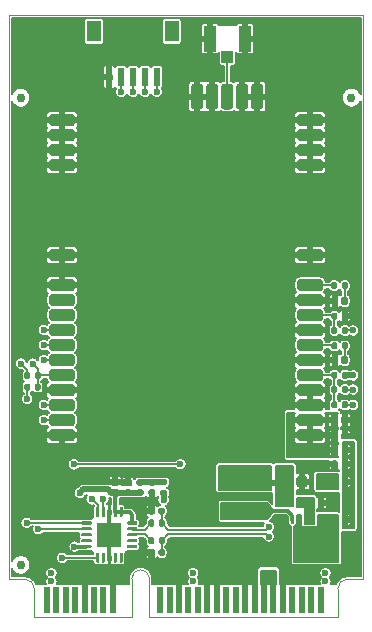
<source format=gbr>
G04 #@! TF.GenerationSoftware,KiCad,Pcbnew,(5.1.6)-1*
G04 #@! TF.CreationDate,2020-07-22T16:01:37+02:00*
G04 #@! TF.ProjectId,BRD-00008-X01,4252442d-3030-4303-9038-2d5830312e6b,X01*
G04 #@! TF.SameCoordinates,Original*
G04 #@! TF.FileFunction,Copper,L1,Top*
G04 #@! TF.FilePolarity,Positive*
%FSLAX46Y46*%
G04 Gerber Fmt 4.6, Leading zero omitted, Abs format (unit mm)*
G04 Created by KiCad (PCBNEW (5.1.6)-1) date 2020-07-22 16:01:37*
%MOMM*%
%LPD*%
G01*
G04 APERTURE LIST*
G04 #@! TA.AperFunction,Profile*
%ADD10C,0.010000*%
G04 #@! TD*
G04 #@! TA.AperFunction,SMDPad,CuDef*
%ADD11R,3.700000X0.980000*%
G04 #@! TD*
G04 #@! TA.AperFunction,SMDPad,CuDef*
%ADD12C,0.750000*%
G04 #@! TD*
G04 #@! TA.AperFunction,Conductor*
%ADD13R,0.600000X2.300000*%
G04 #@! TD*
G04 #@! TA.AperFunction,ComponentPad*
%ADD14C,0.600000*%
G04 #@! TD*
G04 #@! TA.AperFunction,SMDPad,CuDef*
%ADD15R,2.000000X2.000000*%
G04 #@! TD*
G04 #@! TA.AperFunction,SMDPad,CuDef*
%ADD16R,1.000000X1.050000*%
G04 #@! TD*
G04 #@! TA.AperFunction,SMDPad,CuDef*
%ADD17R,1.050000X2.200000*%
G04 #@! TD*
G04 #@! TA.AperFunction,ComponentPad*
%ADD18C,5.400000*%
G04 #@! TD*
G04 #@! TA.AperFunction,ViaPad*
%ADD19C,0.600000*%
G04 #@! TD*
G04 #@! TA.AperFunction,SMDPad,CuDef*
%ADD20R,0.600000X1.550000*%
G04 #@! TD*
G04 #@! TA.AperFunction,SMDPad,CuDef*
%ADD21R,1.200000X1.800000*%
G04 #@! TD*
G04 #@! TA.AperFunction,Conductor*
%ADD22C,0.500000*%
G04 #@! TD*
G04 #@! TA.AperFunction,Conductor*
%ADD23C,0.300000*%
G04 #@! TD*
G04 #@! TA.AperFunction,Conductor*
%ADD24C,0.150000*%
G04 #@! TD*
G04 #@! TA.AperFunction,Conductor*
%ADD25C,0.180000*%
G04 #@! TD*
G04 #@! TA.AperFunction,Conductor*
%ADD26C,0.220000*%
G04 #@! TD*
G04 #@! TA.AperFunction,Conductor*
%ADD27C,0.210000*%
G04 #@! TD*
G04 #@! TA.AperFunction,Conductor*
%ADD28C,0.200000*%
G04 #@! TD*
G04 APERTURE END LIST*
D10*
X135650000Y-130450000D02*
X135650000Y-128050000D01*
X135650000Y-130450000D02*
X143900000Y-130450000D01*
X143900000Y-130450000D02*
X143900000Y-127200000D01*
X145400000Y-130450000D02*
X145400000Y-127200000D01*
X163500000Y-127250000D02*
X163500000Y-79500000D01*
X162150000Y-127250000D02*
X163500000Y-127250000D01*
X145400000Y-130450000D02*
X161350000Y-130450000D01*
X161350000Y-130450000D02*
X161350000Y-128050000D01*
X162150000Y-127250000D02*
G75*
G03*
X161350000Y-128050000I0J-800000D01*
G01*
X144650000Y-126450000D02*
G75*
G03*
X143900000Y-127200000I0J-750000D01*
G01*
X145400000Y-127200000D02*
G75*
G03*
X144650000Y-126450000I-750000J0D01*
G01*
X135650000Y-128050000D02*
G75*
G03*
X134850000Y-127250000I-800000J0D01*
G01*
X133500000Y-127250000D02*
X134850000Y-127250000D01*
X133500000Y-79500000D02*
X133500000Y-127250000D01*
X133500000Y-79500000D02*
X163500000Y-79500000D01*
D11*
X153500000Y-119115000D03*
X153500000Y-121485000D03*
D12*
X134500000Y-126050000D03*
X134500000Y-86500000D03*
X162500000Y-86500000D03*
D13*
X159900000Y-129050000D03*
X159100000Y-129050000D03*
X158300000Y-129050000D03*
X157500000Y-129050000D03*
X156700000Y-129050000D03*
X155900000Y-129050000D03*
X155100000Y-129050000D03*
X154300000Y-129050000D03*
X153500000Y-129050000D03*
X152700000Y-129050000D03*
X151900000Y-129050000D03*
X151100000Y-129050000D03*
X150300000Y-129050000D03*
X149500000Y-129050000D03*
X148700000Y-129050000D03*
X147900000Y-129050000D03*
X147100000Y-129050000D03*
X146300000Y-129050000D03*
X142300000Y-129050000D03*
X141500000Y-129050000D03*
X140700000Y-129050000D03*
X139900000Y-129050000D03*
X139100000Y-129050000D03*
X138300000Y-129050000D03*
X137500000Y-129050000D03*
X136700000Y-129050000D03*
G04 #@! TA.AperFunction,SMDPad,CuDef*
G36*
G01*
X159310000Y-122029999D02*
X159310000Y-122370001D01*
G75*
G02*
X159180001Y-122500000I-129999J0D01*
G01*
X158929999Y-122500000D01*
G75*
G02*
X158800000Y-122370001I0J129999D01*
G01*
X158800000Y-122029999D01*
G75*
G02*
X158929999Y-121900000I129999J0D01*
G01*
X159180001Y-121900000D01*
G75*
G02*
X159310000Y-122029999I0J-129999D01*
G01*
G37*
G04 #@! TD.AperFunction*
G04 #@! TA.AperFunction,SMDPad,CuDef*
G36*
G01*
X160200000Y-122029999D02*
X160200000Y-122370001D01*
G75*
G02*
X160070001Y-122500000I-129999J0D01*
G01*
X159819999Y-122500000D01*
G75*
G02*
X159690000Y-122370001I0J129999D01*
G01*
X159690000Y-122029999D01*
G75*
G02*
X159819999Y-121900000I129999J0D01*
G01*
X160070001Y-121900000D01*
G75*
G02*
X160200000Y-122029999I0J-129999D01*
G01*
G37*
G04 #@! TD.AperFunction*
G04 #@! TA.AperFunction,SMDPad,CuDef*
G36*
G01*
X160800000Y-103910000D02*
X160800000Y-103490000D01*
G75*
G02*
X160940000Y-103350000I140000J0D01*
G01*
X161220000Y-103350000D01*
G75*
G02*
X161360000Y-103490000I0J-140000D01*
G01*
X161360000Y-103910000D01*
G75*
G02*
X161220000Y-104050000I-140000J0D01*
G01*
X160940000Y-104050000D01*
G75*
G02*
X160800000Y-103910000I0J140000D01*
G01*
G37*
G04 #@! TD.AperFunction*
G04 #@! TA.AperFunction,SMDPad,CuDef*
G36*
G01*
X161640000Y-103910000D02*
X161640000Y-103490000D01*
G75*
G02*
X161780000Y-103350000I140000J0D01*
G01*
X162060000Y-103350000D01*
G75*
G02*
X162200000Y-103490000I0J-140000D01*
G01*
X162200000Y-103910000D01*
G75*
G02*
X162060000Y-104050000I-140000J0D01*
G01*
X161780000Y-104050000D01*
G75*
G02*
X161640000Y-103910000I0J140000D01*
G01*
G37*
G04 #@! TD.AperFunction*
D14*
X142500000Y-124000000D03*
X142500000Y-123000000D03*
X141500000Y-123000000D03*
X141500000Y-124000000D03*
G04 #@! TA.AperFunction,SMDPad,CuDef*
G36*
G01*
X141064989Y-125865000D02*
X140935011Y-125865000D01*
G75*
G02*
X140865000Y-125794989I0J70011D01*
G01*
X140865000Y-125075011D01*
G75*
G02*
X140935011Y-125005000I70011J0D01*
G01*
X141064989Y-125005000D01*
G75*
G02*
X141135000Y-125075011I0J-70011D01*
G01*
X141135000Y-125794989D01*
G75*
G02*
X141064989Y-125865000I-70011J0D01*
G01*
G37*
G04 #@! TD.AperFunction*
G04 #@! TA.AperFunction,SMDPad,CuDef*
G36*
G01*
X141564989Y-125865000D02*
X141435011Y-125865000D01*
G75*
G02*
X141365000Y-125794989I0J70011D01*
G01*
X141365000Y-125075011D01*
G75*
G02*
X141435011Y-125005000I70011J0D01*
G01*
X141564989Y-125005000D01*
G75*
G02*
X141635000Y-125075011I0J-70011D01*
G01*
X141635000Y-125794989D01*
G75*
G02*
X141564989Y-125865000I-70011J0D01*
G01*
G37*
G04 #@! TD.AperFunction*
G04 #@! TA.AperFunction,SMDPad,CuDef*
G36*
G01*
X142064989Y-125865000D02*
X141935011Y-125865000D01*
G75*
G02*
X141865000Y-125794989I0J70011D01*
G01*
X141865000Y-125075011D01*
G75*
G02*
X141935011Y-125005000I70011J0D01*
G01*
X142064989Y-125005000D01*
G75*
G02*
X142135000Y-125075011I0J-70011D01*
G01*
X142135000Y-125794989D01*
G75*
G02*
X142064989Y-125865000I-70011J0D01*
G01*
G37*
G04 #@! TD.AperFunction*
G04 #@! TA.AperFunction,SMDPad,CuDef*
G36*
G01*
X142564989Y-125865000D02*
X142435011Y-125865000D01*
G75*
G02*
X142365000Y-125794989I0J70011D01*
G01*
X142365000Y-125075011D01*
G75*
G02*
X142435011Y-125005000I70011J0D01*
G01*
X142564989Y-125005000D01*
G75*
G02*
X142635000Y-125075011I0J-70011D01*
G01*
X142635000Y-125794989D01*
G75*
G02*
X142564989Y-125865000I-70011J0D01*
G01*
G37*
G04 #@! TD.AperFunction*
G04 #@! TA.AperFunction,SMDPad,CuDef*
G36*
G01*
X143064989Y-125865000D02*
X142935011Y-125865000D01*
G75*
G02*
X142865000Y-125794989I0J70011D01*
G01*
X142865000Y-125075011D01*
G75*
G02*
X142935011Y-125005000I70011J0D01*
G01*
X143064989Y-125005000D01*
G75*
G02*
X143135000Y-125075011I0J-70011D01*
G01*
X143135000Y-125794989D01*
G75*
G02*
X143064989Y-125865000I-70011J0D01*
G01*
G37*
G04 #@! TD.AperFunction*
G04 #@! TA.AperFunction,SMDPad,CuDef*
G36*
G01*
X143505000Y-124564989D02*
X143505000Y-124435011D01*
G75*
G02*
X143575011Y-124365000I70011J0D01*
G01*
X144294989Y-124365000D01*
G75*
G02*
X144365000Y-124435011I0J-70011D01*
G01*
X144365000Y-124564989D01*
G75*
G02*
X144294989Y-124635000I-70011J0D01*
G01*
X143575011Y-124635000D01*
G75*
G02*
X143505000Y-124564989I0J70011D01*
G01*
G37*
G04 #@! TD.AperFunction*
G04 #@! TA.AperFunction,SMDPad,CuDef*
G36*
G01*
X143505000Y-124064989D02*
X143505000Y-123935011D01*
G75*
G02*
X143575011Y-123865000I70011J0D01*
G01*
X144294989Y-123865000D01*
G75*
G02*
X144365000Y-123935011I0J-70011D01*
G01*
X144365000Y-124064989D01*
G75*
G02*
X144294989Y-124135000I-70011J0D01*
G01*
X143575011Y-124135000D01*
G75*
G02*
X143505000Y-124064989I0J70011D01*
G01*
G37*
G04 #@! TD.AperFunction*
G04 #@! TA.AperFunction,SMDPad,CuDef*
G36*
G01*
X143505000Y-123564989D02*
X143505000Y-123435011D01*
G75*
G02*
X143575011Y-123365000I70011J0D01*
G01*
X144294989Y-123365000D01*
G75*
G02*
X144365000Y-123435011I0J-70011D01*
G01*
X144365000Y-123564989D01*
G75*
G02*
X144294989Y-123635000I-70011J0D01*
G01*
X143575011Y-123635000D01*
G75*
G02*
X143505000Y-123564989I0J70011D01*
G01*
G37*
G04 #@! TD.AperFunction*
G04 #@! TA.AperFunction,SMDPad,CuDef*
G36*
G01*
X143505000Y-123064989D02*
X143505000Y-122935011D01*
G75*
G02*
X143575011Y-122865000I70011J0D01*
G01*
X144294989Y-122865000D01*
G75*
G02*
X144365000Y-122935011I0J-70011D01*
G01*
X144365000Y-123064989D01*
G75*
G02*
X144294989Y-123135000I-70011J0D01*
G01*
X143575011Y-123135000D01*
G75*
G02*
X143505000Y-123064989I0J70011D01*
G01*
G37*
G04 #@! TD.AperFunction*
G04 #@! TA.AperFunction,SMDPad,CuDef*
G36*
G01*
X143505000Y-122564989D02*
X143505000Y-122435011D01*
G75*
G02*
X143575011Y-122365000I70011J0D01*
G01*
X144294989Y-122365000D01*
G75*
G02*
X144365000Y-122435011I0J-70011D01*
G01*
X144365000Y-122564989D01*
G75*
G02*
X144294989Y-122635000I-70011J0D01*
G01*
X143575011Y-122635000D01*
G75*
G02*
X143505000Y-122564989I0J70011D01*
G01*
G37*
G04 #@! TD.AperFunction*
G04 #@! TA.AperFunction,SMDPad,CuDef*
G36*
G01*
X143064989Y-121995000D02*
X142935011Y-121995000D01*
G75*
G02*
X142865000Y-121924989I0J70011D01*
G01*
X142865000Y-121205011D01*
G75*
G02*
X142935011Y-121135000I70011J0D01*
G01*
X143064989Y-121135000D01*
G75*
G02*
X143135000Y-121205011I0J-70011D01*
G01*
X143135000Y-121924989D01*
G75*
G02*
X143064989Y-121995000I-70011J0D01*
G01*
G37*
G04 #@! TD.AperFunction*
G04 #@! TA.AperFunction,SMDPad,CuDef*
G36*
G01*
X142564989Y-121995000D02*
X142435011Y-121995000D01*
G75*
G02*
X142365000Y-121924989I0J70011D01*
G01*
X142365000Y-121205011D01*
G75*
G02*
X142435011Y-121135000I70011J0D01*
G01*
X142564989Y-121135000D01*
G75*
G02*
X142635000Y-121205011I0J-70011D01*
G01*
X142635000Y-121924989D01*
G75*
G02*
X142564989Y-121995000I-70011J0D01*
G01*
G37*
G04 #@! TD.AperFunction*
G04 #@! TA.AperFunction,SMDPad,CuDef*
G36*
G01*
X142064989Y-121995000D02*
X141935011Y-121995000D01*
G75*
G02*
X141865000Y-121924989I0J70011D01*
G01*
X141865000Y-121205011D01*
G75*
G02*
X141935011Y-121135000I70011J0D01*
G01*
X142064989Y-121135000D01*
G75*
G02*
X142135000Y-121205011I0J-70011D01*
G01*
X142135000Y-121924989D01*
G75*
G02*
X142064989Y-121995000I-70011J0D01*
G01*
G37*
G04 #@! TD.AperFunction*
G04 #@! TA.AperFunction,SMDPad,CuDef*
G36*
G01*
X141564989Y-121995000D02*
X141435011Y-121995000D01*
G75*
G02*
X141365000Y-121924989I0J70011D01*
G01*
X141365000Y-121205011D01*
G75*
G02*
X141435011Y-121135000I70011J0D01*
G01*
X141564989Y-121135000D01*
G75*
G02*
X141635000Y-121205011I0J-70011D01*
G01*
X141635000Y-121924989D01*
G75*
G02*
X141564989Y-121995000I-70011J0D01*
G01*
G37*
G04 #@! TD.AperFunction*
G04 #@! TA.AperFunction,SMDPad,CuDef*
G36*
G01*
X141064989Y-121995000D02*
X140935011Y-121995000D01*
G75*
G02*
X140865000Y-121924989I0J70011D01*
G01*
X140865000Y-121205011D01*
G75*
G02*
X140935011Y-121135000I70011J0D01*
G01*
X141064989Y-121135000D01*
G75*
G02*
X141135000Y-121205011I0J-70011D01*
G01*
X141135000Y-121924989D01*
G75*
G02*
X141064989Y-121995000I-70011J0D01*
G01*
G37*
G04 #@! TD.AperFunction*
G04 #@! TA.AperFunction,SMDPad,CuDef*
G36*
G01*
X139635000Y-122564989D02*
X139635000Y-122435011D01*
G75*
G02*
X139705011Y-122365000I70011J0D01*
G01*
X140424989Y-122365000D01*
G75*
G02*
X140495000Y-122435011I0J-70011D01*
G01*
X140495000Y-122564989D01*
G75*
G02*
X140424989Y-122635000I-70011J0D01*
G01*
X139705011Y-122635000D01*
G75*
G02*
X139635000Y-122564989I0J70011D01*
G01*
G37*
G04 #@! TD.AperFunction*
G04 #@! TA.AperFunction,SMDPad,CuDef*
G36*
G01*
X139635000Y-123064989D02*
X139635000Y-122935011D01*
G75*
G02*
X139705011Y-122865000I70011J0D01*
G01*
X140424989Y-122865000D01*
G75*
G02*
X140495000Y-122935011I0J-70011D01*
G01*
X140495000Y-123064989D01*
G75*
G02*
X140424989Y-123135000I-70011J0D01*
G01*
X139705011Y-123135000D01*
G75*
G02*
X139635000Y-123064989I0J70011D01*
G01*
G37*
G04 #@! TD.AperFunction*
G04 #@! TA.AperFunction,SMDPad,CuDef*
G36*
G01*
X139635000Y-123564989D02*
X139635000Y-123435011D01*
G75*
G02*
X139705011Y-123365000I70011J0D01*
G01*
X140424989Y-123365000D01*
G75*
G02*
X140495000Y-123435011I0J-70011D01*
G01*
X140495000Y-123564989D01*
G75*
G02*
X140424989Y-123635000I-70011J0D01*
G01*
X139705011Y-123635000D01*
G75*
G02*
X139635000Y-123564989I0J70011D01*
G01*
G37*
G04 #@! TD.AperFunction*
G04 #@! TA.AperFunction,SMDPad,CuDef*
G36*
G01*
X139635000Y-124064989D02*
X139635000Y-123935011D01*
G75*
G02*
X139705011Y-123865000I70011J0D01*
G01*
X140424989Y-123865000D01*
G75*
G02*
X140495000Y-123935011I0J-70011D01*
G01*
X140495000Y-124064989D01*
G75*
G02*
X140424989Y-124135000I-70011J0D01*
G01*
X139705011Y-124135000D01*
G75*
G02*
X139635000Y-124064989I0J70011D01*
G01*
G37*
G04 #@! TD.AperFunction*
G04 #@! TA.AperFunction,SMDPad,CuDef*
G36*
G01*
X139635000Y-124564989D02*
X139635000Y-124435011D01*
G75*
G02*
X139705011Y-124365000I70011J0D01*
G01*
X140424989Y-124365000D01*
G75*
G02*
X140495000Y-124435011I0J-70011D01*
G01*
X140495000Y-124564989D01*
G75*
G02*
X140424989Y-124635000I-70011J0D01*
G01*
X139705011Y-124635000D01*
G75*
G02*
X139635000Y-124564989I0J70011D01*
G01*
G37*
G04 #@! TD.AperFunction*
D15*
X142000000Y-123500000D03*
D16*
X152000000Y-83025000D03*
D17*
X150525000Y-81500000D03*
X153475000Y-81500000D03*
G04 #@! TA.AperFunction,SMDPad,CuDef*
G36*
G01*
X160800000Y-105170001D02*
X160800000Y-104829999D01*
G75*
G02*
X160929999Y-104700000I129999J0D01*
G01*
X161180001Y-104700000D01*
G75*
G02*
X161310000Y-104829999I0J-129999D01*
G01*
X161310000Y-105170001D01*
G75*
G02*
X161180001Y-105300000I-129999J0D01*
G01*
X160929999Y-105300000D01*
G75*
G02*
X160800000Y-105170001I0J129999D01*
G01*
G37*
G04 #@! TD.AperFunction*
G04 #@! TA.AperFunction,SMDPad,CuDef*
G36*
G01*
X161690000Y-105170001D02*
X161690000Y-104829999D01*
G75*
G02*
X161819999Y-104700000I129999J0D01*
G01*
X162070001Y-104700000D01*
G75*
G02*
X162200000Y-104829999I0J-129999D01*
G01*
X162200000Y-105170001D01*
G75*
G02*
X162070001Y-105300000I-129999J0D01*
G01*
X161819999Y-105300000D01*
G75*
G02*
X161690000Y-105170001I0J129999D01*
G01*
G37*
G04 #@! TD.AperFunction*
D18*
X136400000Y-82400000D03*
D19*
X136400000Y-80390000D03*
X134980000Y-80980000D03*
X134390000Y-82400000D03*
X134980000Y-83820000D03*
X136400000Y-84410000D03*
X137820000Y-83820000D03*
X138410000Y-82400000D03*
X137820000Y-80980000D03*
D18*
X160600000Y-82400000D03*
D19*
X160600000Y-80390000D03*
X159180000Y-80980000D03*
X158590000Y-82400000D03*
X159180000Y-83820000D03*
X160600000Y-84410000D03*
X162020000Y-83820000D03*
X162610000Y-82400000D03*
X162020000Y-80980000D03*
G04 #@! TA.AperFunction,SMDPad,CuDef*
G36*
G01*
X159846000Y-115568000D02*
X158154000Y-115568000D01*
G75*
G02*
X157900000Y-115314000I0J254000D01*
G01*
X157900000Y-114806000D01*
G75*
G02*
X158154000Y-114552000I254000J0D01*
G01*
X159846000Y-114552000D01*
G75*
G02*
X160100000Y-114806000I0J-254000D01*
G01*
X160100000Y-115314000D01*
G75*
G02*
X159846000Y-115568000I-254000J0D01*
G01*
G37*
G04 #@! TD.AperFunction*
G04 #@! TA.AperFunction,SMDPad,CuDef*
G36*
G01*
X159846000Y-114298000D02*
X158154000Y-114298000D01*
G75*
G02*
X157900000Y-114044000I0J254000D01*
G01*
X157900000Y-113536000D01*
G75*
G02*
X158154000Y-113282000I254000J0D01*
G01*
X159846000Y-113282000D01*
G75*
G02*
X160100000Y-113536000I0J-254000D01*
G01*
X160100000Y-114044000D01*
G75*
G02*
X159846000Y-114298000I-254000J0D01*
G01*
G37*
G04 #@! TD.AperFunction*
G04 #@! TA.AperFunction,SMDPad,CuDef*
G36*
G01*
X159846000Y-113028000D02*
X158154000Y-113028000D01*
G75*
G02*
X157900000Y-112774000I0J254000D01*
G01*
X157900000Y-112266000D01*
G75*
G02*
X158154000Y-112012000I254000J0D01*
G01*
X159846000Y-112012000D01*
G75*
G02*
X160100000Y-112266000I0J-254000D01*
G01*
X160100000Y-112774000D01*
G75*
G02*
X159846000Y-113028000I-254000J0D01*
G01*
G37*
G04 #@! TD.AperFunction*
G04 #@! TA.AperFunction,SMDPad,CuDef*
G36*
G01*
X159846000Y-111758000D02*
X158154000Y-111758000D01*
G75*
G02*
X157900000Y-111504000I0J254000D01*
G01*
X157900000Y-110996000D01*
G75*
G02*
X158154000Y-110742000I254000J0D01*
G01*
X159846000Y-110742000D01*
G75*
G02*
X160100000Y-110996000I0J-254000D01*
G01*
X160100000Y-111504000D01*
G75*
G02*
X159846000Y-111758000I-254000J0D01*
G01*
G37*
G04 #@! TD.AperFunction*
G04 #@! TA.AperFunction,SMDPad,CuDef*
G36*
G01*
X159846000Y-110488000D02*
X158154000Y-110488000D01*
G75*
G02*
X157900000Y-110234000I0J254000D01*
G01*
X157900000Y-109726000D01*
G75*
G02*
X158154000Y-109472000I254000J0D01*
G01*
X159846000Y-109472000D01*
G75*
G02*
X160100000Y-109726000I0J-254000D01*
G01*
X160100000Y-110234000D01*
G75*
G02*
X159846000Y-110488000I-254000J0D01*
G01*
G37*
G04 #@! TD.AperFunction*
G04 #@! TA.AperFunction,SMDPad,CuDef*
G36*
G01*
X159846000Y-109218000D02*
X158154000Y-109218000D01*
G75*
G02*
X157900000Y-108964000I0J254000D01*
G01*
X157900000Y-108456000D01*
G75*
G02*
X158154000Y-108202000I254000J0D01*
G01*
X159846000Y-108202000D01*
G75*
G02*
X160100000Y-108456000I0J-254000D01*
G01*
X160100000Y-108964000D01*
G75*
G02*
X159846000Y-109218000I-254000J0D01*
G01*
G37*
G04 #@! TD.AperFunction*
G04 #@! TA.AperFunction,SMDPad,CuDef*
G36*
G01*
X159846000Y-107948000D02*
X158154000Y-107948000D01*
G75*
G02*
X157900000Y-107694000I0J254000D01*
G01*
X157900000Y-107186000D01*
G75*
G02*
X158154000Y-106932000I254000J0D01*
G01*
X159846000Y-106932000D01*
G75*
G02*
X160100000Y-107186000I0J-254000D01*
G01*
X160100000Y-107694000D01*
G75*
G02*
X159846000Y-107948000I-254000J0D01*
G01*
G37*
G04 #@! TD.AperFunction*
G04 #@! TA.AperFunction,SMDPad,CuDef*
G36*
G01*
X159846000Y-106678000D02*
X158154000Y-106678000D01*
G75*
G02*
X157900000Y-106424000I0J254000D01*
G01*
X157900000Y-105916000D01*
G75*
G02*
X158154000Y-105662000I254000J0D01*
G01*
X159846000Y-105662000D01*
G75*
G02*
X160100000Y-105916000I0J-254000D01*
G01*
X160100000Y-106424000D01*
G75*
G02*
X159846000Y-106678000I-254000J0D01*
G01*
G37*
G04 #@! TD.AperFunction*
G04 #@! TA.AperFunction,SMDPad,CuDef*
G36*
G01*
X159846000Y-105408000D02*
X158154000Y-105408000D01*
G75*
G02*
X157900000Y-105154000I0J254000D01*
G01*
X157900000Y-104646000D01*
G75*
G02*
X158154000Y-104392000I254000J0D01*
G01*
X159846000Y-104392000D01*
G75*
G02*
X160100000Y-104646000I0J-254000D01*
G01*
X160100000Y-105154000D01*
G75*
G02*
X159846000Y-105408000I-254000J0D01*
G01*
G37*
G04 #@! TD.AperFunction*
G04 #@! TA.AperFunction,SMDPad,CuDef*
G36*
G01*
X159846000Y-104138000D02*
X158154000Y-104138000D01*
G75*
G02*
X157900000Y-103884000I0J254000D01*
G01*
X157900000Y-103376000D01*
G75*
G02*
X158154000Y-103122000I254000J0D01*
G01*
X159846000Y-103122000D01*
G75*
G02*
X160100000Y-103376000I0J-254000D01*
G01*
X160100000Y-103884000D01*
G75*
G02*
X159846000Y-104138000I-254000J0D01*
G01*
G37*
G04 #@! TD.AperFunction*
G04 #@! TA.AperFunction,SMDPad,CuDef*
G36*
G01*
X159846000Y-102868000D02*
X158154000Y-102868000D01*
G75*
G02*
X157900000Y-102614000I0J254000D01*
G01*
X157900000Y-102106000D01*
G75*
G02*
X158154000Y-101852000I254000J0D01*
G01*
X159846000Y-101852000D01*
G75*
G02*
X160100000Y-102106000I0J-254000D01*
G01*
X160100000Y-102614000D01*
G75*
G02*
X159846000Y-102868000I-254000J0D01*
G01*
G37*
G04 #@! TD.AperFunction*
G04 #@! TA.AperFunction,SMDPad,CuDef*
G36*
G01*
X159846000Y-100328000D02*
X158154000Y-100328000D01*
G75*
G02*
X157900000Y-100074000I0J254000D01*
G01*
X157900000Y-99566000D01*
G75*
G02*
X158154000Y-99312000I254000J0D01*
G01*
X159846000Y-99312000D01*
G75*
G02*
X160100000Y-99566000I0J-254000D01*
G01*
X160100000Y-100074000D01*
G75*
G02*
X159846000Y-100328000I-254000J0D01*
G01*
G37*
G04 #@! TD.AperFunction*
G04 #@! TA.AperFunction,SMDPad,CuDef*
G36*
G01*
X159846000Y-92708000D02*
X158154000Y-92708000D01*
G75*
G02*
X157900000Y-92454000I0J254000D01*
G01*
X157900000Y-91946000D01*
G75*
G02*
X158154000Y-91692000I254000J0D01*
G01*
X159846000Y-91692000D01*
G75*
G02*
X160100000Y-91946000I0J-254000D01*
G01*
X160100000Y-92454000D01*
G75*
G02*
X159846000Y-92708000I-254000J0D01*
G01*
G37*
G04 #@! TD.AperFunction*
G04 #@! TA.AperFunction,SMDPad,CuDef*
G36*
G01*
X159846000Y-91438000D02*
X158154000Y-91438000D01*
G75*
G02*
X157900000Y-91184000I0J254000D01*
G01*
X157900000Y-90676000D01*
G75*
G02*
X158154000Y-90422000I254000J0D01*
G01*
X159846000Y-90422000D01*
G75*
G02*
X160100000Y-90676000I0J-254000D01*
G01*
X160100000Y-91184000D01*
G75*
G02*
X159846000Y-91438000I-254000J0D01*
G01*
G37*
G04 #@! TD.AperFunction*
G04 #@! TA.AperFunction,SMDPad,CuDef*
G36*
G01*
X159846000Y-90168000D02*
X158154000Y-90168000D01*
G75*
G02*
X157900000Y-89914000I0J254000D01*
G01*
X157900000Y-89406000D01*
G75*
G02*
X158154000Y-89152000I254000J0D01*
G01*
X159846000Y-89152000D01*
G75*
G02*
X160100000Y-89406000I0J-254000D01*
G01*
X160100000Y-89914000D01*
G75*
G02*
X159846000Y-90168000I-254000J0D01*
G01*
G37*
G04 #@! TD.AperFunction*
G04 #@! TA.AperFunction,SMDPad,CuDef*
G36*
G01*
X159846000Y-88898000D02*
X158154000Y-88898000D01*
G75*
G02*
X157900000Y-88644000I0J254000D01*
G01*
X157900000Y-88136000D01*
G75*
G02*
X158154000Y-87882000I254000J0D01*
G01*
X159846000Y-87882000D01*
G75*
G02*
X160100000Y-88136000I0J-254000D01*
G01*
X160100000Y-88644000D01*
G75*
G02*
X159846000Y-88898000I-254000J0D01*
G01*
G37*
G04 #@! TD.AperFunction*
G04 #@! TA.AperFunction,SMDPad,CuDef*
G36*
G01*
X155018000Y-85554000D02*
X155018000Y-87246000D01*
G75*
G02*
X154764000Y-87500000I-254000J0D01*
G01*
X154256000Y-87500000D01*
G75*
G02*
X154002000Y-87246000I0J254000D01*
G01*
X154002000Y-85554000D01*
G75*
G02*
X154256000Y-85300000I254000J0D01*
G01*
X154764000Y-85300000D01*
G75*
G02*
X155018000Y-85554000I0J-254000D01*
G01*
G37*
G04 #@! TD.AperFunction*
G04 #@! TA.AperFunction,SMDPad,CuDef*
G36*
G01*
X153748000Y-85554000D02*
X153748000Y-87246000D01*
G75*
G02*
X153494000Y-87500000I-254000J0D01*
G01*
X152986000Y-87500000D01*
G75*
G02*
X152732000Y-87246000I0J254000D01*
G01*
X152732000Y-85554000D01*
G75*
G02*
X152986000Y-85300000I254000J0D01*
G01*
X153494000Y-85300000D01*
G75*
G02*
X153748000Y-85554000I0J-254000D01*
G01*
G37*
G04 #@! TD.AperFunction*
G04 #@! TA.AperFunction,SMDPad,CuDef*
G36*
G01*
X152478000Y-85554000D02*
X152478000Y-87246000D01*
G75*
G02*
X152224000Y-87500000I-254000J0D01*
G01*
X151716000Y-87500000D01*
G75*
G02*
X151462000Y-87246000I0J254000D01*
G01*
X151462000Y-85554000D01*
G75*
G02*
X151716000Y-85300000I254000J0D01*
G01*
X152224000Y-85300000D01*
G75*
G02*
X152478000Y-85554000I0J-254000D01*
G01*
G37*
G04 #@! TD.AperFunction*
G04 #@! TA.AperFunction,SMDPad,CuDef*
G36*
G01*
X151208000Y-85554000D02*
X151208000Y-87246000D01*
G75*
G02*
X150954000Y-87500000I-254000J0D01*
G01*
X150446000Y-87500000D01*
G75*
G02*
X150192000Y-87246000I0J254000D01*
G01*
X150192000Y-85554000D01*
G75*
G02*
X150446000Y-85300000I254000J0D01*
G01*
X150954000Y-85300000D01*
G75*
G02*
X151208000Y-85554000I0J-254000D01*
G01*
G37*
G04 #@! TD.AperFunction*
G04 #@! TA.AperFunction,SMDPad,CuDef*
G36*
G01*
X149938000Y-85554000D02*
X149938000Y-87246000D01*
G75*
G02*
X149684000Y-87500000I-254000J0D01*
G01*
X149176000Y-87500000D01*
G75*
G02*
X148922000Y-87246000I0J254000D01*
G01*
X148922000Y-85554000D01*
G75*
G02*
X149176000Y-85300000I254000J0D01*
G01*
X149684000Y-85300000D01*
G75*
G02*
X149938000Y-85554000I0J-254000D01*
G01*
G37*
G04 #@! TD.AperFunction*
G04 #@! TA.AperFunction,SMDPad,CuDef*
G36*
G01*
X138846000Y-88898000D02*
X137154000Y-88898000D01*
G75*
G02*
X136900000Y-88644000I0J254000D01*
G01*
X136900000Y-88136000D01*
G75*
G02*
X137154000Y-87882000I254000J0D01*
G01*
X138846000Y-87882000D01*
G75*
G02*
X139100000Y-88136000I0J-254000D01*
G01*
X139100000Y-88644000D01*
G75*
G02*
X138846000Y-88898000I-254000J0D01*
G01*
G37*
G04 #@! TD.AperFunction*
G04 #@! TA.AperFunction,SMDPad,CuDef*
G36*
G01*
X138846000Y-90168000D02*
X137154000Y-90168000D01*
G75*
G02*
X136900000Y-89914000I0J254000D01*
G01*
X136900000Y-89406000D01*
G75*
G02*
X137154000Y-89152000I254000J0D01*
G01*
X138846000Y-89152000D01*
G75*
G02*
X139100000Y-89406000I0J-254000D01*
G01*
X139100000Y-89914000D01*
G75*
G02*
X138846000Y-90168000I-254000J0D01*
G01*
G37*
G04 #@! TD.AperFunction*
G04 #@! TA.AperFunction,SMDPad,CuDef*
G36*
G01*
X138846000Y-91438000D02*
X137154000Y-91438000D01*
G75*
G02*
X136900000Y-91184000I0J254000D01*
G01*
X136900000Y-90676000D01*
G75*
G02*
X137154000Y-90422000I254000J0D01*
G01*
X138846000Y-90422000D01*
G75*
G02*
X139100000Y-90676000I0J-254000D01*
G01*
X139100000Y-91184000D01*
G75*
G02*
X138846000Y-91438000I-254000J0D01*
G01*
G37*
G04 #@! TD.AperFunction*
G04 #@! TA.AperFunction,SMDPad,CuDef*
G36*
G01*
X138846000Y-92708000D02*
X137154000Y-92708000D01*
G75*
G02*
X136900000Y-92454000I0J254000D01*
G01*
X136900000Y-91946000D01*
G75*
G02*
X137154000Y-91692000I254000J0D01*
G01*
X138846000Y-91692000D01*
G75*
G02*
X139100000Y-91946000I0J-254000D01*
G01*
X139100000Y-92454000D01*
G75*
G02*
X138846000Y-92708000I-254000J0D01*
G01*
G37*
G04 #@! TD.AperFunction*
G04 #@! TA.AperFunction,SMDPad,CuDef*
G36*
G01*
X138846000Y-100328000D02*
X137154000Y-100328000D01*
G75*
G02*
X136900000Y-100074000I0J254000D01*
G01*
X136900000Y-99566000D01*
G75*
G02*
X137154000Y-99312000I254000J0D01*
G01*
X138846000Y-99312000D01*
G75*
G02*
X139100000Y-99566000I0J-254000D01*
G01*
X139100000Y-100074000D01*
G75*
G02*
X138846000Y-100328000I-254000J0D01*
G01*
G37*
G04 #@! TD.AperFunction*
G04 #@! TA.AperFunction,SMDPad,CuDef*
G36*
G01*
X138846000Y-102868000D02*
X137154000Y-102868000D01*
G75*
G02*
X136900000Y-102614000I0J254000D01*
G01*
X136900000Y-102106000D01*
G75*
G02*
X137154000Y-101852000I254000J0D01*
G01*
X138846000Y-101852000D01*
G75*
G02*
X139100000Y-102106000I0J-254000D01*
G01*
X139100000Y-102614000D01*
G75*
G02*
X138846000Y-102868000I-254000J0D01*
G01*
G37*
G04 #@! TD.AperFunction*
G04 #@! TA.AperFunction,SMDPad,CuDef*
G36*
G01*
X138846000Y-104138000D02*
X137154000Y-104138000D01*
G75*
G02*
X136900000Y-103884000I0J254000D01*
G01*
X136900000Y-103376000D01*
G75*
G02*
X137154000Y-103122000I254000J0D01*
G01*
X138846000Y-103122000D01*
G75*
G02*
X139100000Y-103376000I0J-254000D01*
G01*
X139100000Y-103884000D01*
G75*
G02*
X138846000Y-104138000I-254000J0D01*
G01*
G37*
G04 #@! TD.AperFunction*
G04 #@! TA.AperFunction,SMDPad,CuDef*
G36*
G01*
X138846000Y-105408000D02*
X137154000Y-105408000D01*
G75*
G02*
X136900000Y-105154000I0J254000D01*
G01*
X136900000Y-104646000D01*
G75*
G02*
X137154000Y-104392000I254000J0D01*
G01*
X138846000Y-104392000D01*
G75*
G02*
X139100000Y-104646000I0J-254000D01*
G01*
X139100000Y-105154000D01*
G75*
G02*
X138846000Y-105408000I-254000J0D01*
G01*
G37*
G04 #@! TD.AperFunction*
G04 #@! TA.AperFunction,SMDPad,CuDef*
G36*
G01*
X138846000Y-106678000D02*
X137154000Y-106678000D01*
G75*
G02*
X136900000Y-106424000I0J254000D01*
G01*
X136900000Y-105916000D01*
G75*
G02*
X137154000Y-105662000I254000J0D01*
G01*
X138846000Y-105662000D01*
G75*
G02*
X139100000Y-105916000I0J-254000D01*
G01*
X139100000Y-106424000D01*
G75*
G02*
X138846000Y-106678000I-254000J0D01*
G01*
G37*
G04 #@! TD.AperFunction*
G04 #@! TA.AperFunction,SMDPad,CuDef*
G36*
G01*
X138846000Y-107948000D02*
X137154000Y-107948000D01*
G75*
G02*
X136900000Y-107694000I0J254000D01*
G01*
X136900000Y-107186000D01*
G75*
G02*
X137154000Y-106932000I254000J0D01*
G01*
X138846000Y-106932000D01*
G75*
G02*
X139100000Y-107186000I0J-254000D01*
G01*
X139100000Y-107694000D01*
G75*
G02*
X138846000Y-107948000I-254000J0D01*
G01*
G37*
G04 #@! TD.AperFunction*
G04 #@! TA.AperFunction,SMDPad,CuDef*
G36*
G01*
X138846000Y-109218000D02*
X137154000Y-109218000D01*
G75*
G02*
X136900000Y-108964000I0J254000D01*
G01*
X136900000Y-108456000D01*
G75*
G02*
X137154000Y-108202000I254000J0D01*
G01*
X138846000Y-108202000D01*
G75*
G02*
X139100000Y-108456000I0J-254000D01*
G01*
X139100000Y-108964000D01*
G75*
G02*
X138846000Y-109218000I-254000J0D01*
G01*
G37*
G04 #@! TD.AperFunction*
G04 #@! TA.AperFunction,SMDPad,CuDef*
G36*
G01*
X138846000Y-110488000D02*
X137154000Y-110488000D01*
G75*
G02*
X136900000Y-110234000I0J254000D01*
G01*
X136900000Y-109726000D01*
G75*
G02*
X137154000Y-109472000I254000J0D01*
G01*
X138846000Y-109472000D01*
G75*
G02*
X139100000Y-109726000I0J-254000D01*
G01*
X139100000Y-110234000D01*
G75*
G02*
X138846000Y-110488000I-254000J0D01*
G01*
G37*
G04 #@! TD.AperFunction*
G04 #@! TA.AperFunction,SMDPad,CuDef*
G36*
G01*
X138846000Y-111758000D02*
X137154000Y-111758000D01*
G75*
G02*
X136900000Y-111504000I0J254000D01*
G01*
X136900000Y-110996000D01*
G75*
G02*
X137154000Y-110742000I254000J0D01*
G01*
X138846000Y-110742000D01*
G75*
G02*
X139100000Y-110996000I0J-254000D01*
G01*
X139100000Y-111504000D01*
G75*
G02*
X138846000Y-111758000I-254000J0D01*
G01*
G37*
G04 #@! TD.AperFunction*
G04 #@! TA.AperFunction,SMDPad,CuDef*
G36*
G01*
X138846000Y-113028000D02*
X137154000Y-113028000D01*
G75*
G02*
X136900000Y-112774000I0J254000D01*
G01*
X136900000Y-112266000D01*
G75*
G02*
X137154000Y-112012000I254000J0D01*
G01*
X138846000Y-112012000D01*
G75*
G02*
X139100000Y-112266000I0J-254000D01*
G01*
X139100000Y-112774000D01*
G75*
G02*
X138846000Y-113028000I-254000J0D01*
G01*
G37*
G04 #@! TD.AperFunction*
G04 #@! TA.AperFunction,SMDPad,CuDef*
G36*
G01*
X138846000Y-114298000D02*
X137154000Y-114298000D01*
G75*
G02*
X136900000Y-114044000I0J254000D01*
G01*
X136900000Y-113536000D01*
G75*
G02*
X137154000Y-113282000I254000J0D01*
G01*
X138846000Y-113282000D01*
G75*
G02*
X139100000Y-113536000I0J-254000D01*
G01*
X139100000Y-114044000D01*
G75*
G02*
X138846000Y-114298000I-254000J0D01*
G01*
G37*
G04 #@! TD.AperFunction*
G04 #@! TA.AperFunction,SMDPad,CuDef*
G36*
G01*
X138846000Y-115568000D02*
X137154000Y-115568000D01*
G75*
G02*
X136900000Y-115314000I0J254000D01*
G01*
X136900000Y-114806000D01*
G75*
G02*
X137154000Y-114552000I254000J0D01*
G01*
X138846000Y-114552000D01*
G75*
G02*
X139100000Y-114806000I0J-254000D01*
G01*
X139100000Y-115314000D01*
G75*
G02*
X138846000Y-115568000I-254000J0D01*
G01*
G37*
G04 #@! TD.AperFunction*
D20*
X146000000Y-84745000D03*
X145000000Y-84745000D03*
X144000000Y-84745000D03*
X143000000Y-84745000D03*
X142000000Y-84745000D03*
D21*
X147300000Y-80870000D03*
X140700000Y-80870000D03*
G04 #@! TA.AperFunction,SMDPad,CuDef*
G36*
G01*
X146700000Y-124840022D02*
X146700000Y-125159978D01*
G75*
G02*
X146559978Y-125300000I-140022J0D01*
G01*
X146300022Y-125300000D01*
G75*
G02*
X146160000Y-125159978I0J140022D01*
G01*
X146160000Y-124840022D01*
G75*
G02*
X146300022Y-124700000I140022J0D01*
G01*
X146559978Y-124700000D01*
G75*
G02*
X146700000Y-124840022I0J-140022D01*
G01*
G37*
G04 #@! TD.AperFunction*
G04 #@! TA.AperFunction,SMDPad,CuDef*
G36*
G01*
X145840000Y-124840022D02*
X145840000Y-125159978D01*
G75*
G02*
X145699978Y-125300000I-140022J0D01*
G01*
X145440022Y-125300000D01*
G75*
G02*
X145300000Y-125159978I0J140022D01*
G01*
X145300000Y-124840022D01*
G75*
G02*
X145440022Y-124700000I140022J0D01*
G01*
X145699978Y-124700000D01*
G75*
G02*
X145840000Y-124840022I0J-140022D01*
G01*
G37*
G04 #@! TD.AperFunction*
G04 #@! TA.AperFunction,SMDPad,CuDef*
G36*
G01*
X146700000Y-121340022D02*
X146700000Y-121659978D01*
G75*
G02*
X146559978Y-121800000I-140022J0D01*
G01*
X146300022Y-121800000D01*
G75*
G02*
X146160000Y-121659978I0J140022D01*
G01*
X146160000Y-121340022D01*
G75*
G02*
X146300022Y-121200000I140022J0D01*
G01*
X146559978Y-121200000D01*
G75*
G02*
X146700000Y-121340022I0J-140022D01*
G01*
G37*
G04 #@! TD.AperFunction*
G04 #@! TA.AperFunction,SMDPad,CuDef*
G36*
G01*
X145840000Y-121340022D02*
X145840000Y-121659978D01*
G75*
G02*
X145699978Y-121800000I-140022J0D01*
G01*
X145440022Y-121800000D01*
G75*
G02*
X145300000Y-121659978I0J140022D01*
G01*
X145300000Y-121340022D01*
G75*
G02*
X145440022Y-121200000I140022J0D01*
G01*
X145699978Y-121200000D01*
G75*
G02*
X145840000Y-121340022I0J-140022D01*
G01*
G37*
G04 #@! TD.AperFunction*
G04 #@! TA.AperFunction,SMDPad,CuDef*
G36*
G01*
X145440022Y-118800000D02*
X145759978Y-118800000D01*
G75*
G02*
X145900000Y-118940022I0J-140022D01*
G01*
X145900000Y-119199978D01*
G75*
G02*
X145759978Y-119340000I-140022J0D01*
G01*
X145440022Y-119340000D01*
G75*
G02*
X145300000Y-119199978I0J140022D01*
G01*
X145300000Y-118940022D01*
G75*
G02*
X145440022Y-118800000I140022J0D01*
G01*
G37*
G04 #@! TD.AperFunction*
G04 #@! TA.AperFunction,SMDPad,CuDef*
G36*
G01*
X145440022Y-119660000D02*
X145759978Y-119660000D01*
G75*
G02*
X145900000Y-119800022I0J-140022D01*
G01*
X145900000Y-120059978D01*
G75*
G02*
X145759978Y-120200000I-140022J0D01*
G01*
X145440022Y-120200000D01*
G75*
G02*
X145300000Y-120059978I0J140022D01*
G01*
X145300000Y-119800022D01*
G75*
G02*
X145440022Y-119660000I140022J0D01*
G01*
G37*
G04 #@! TD.AperFunction*
G04 #@! TA.AperFunction,SMDPad,CuDef*
G36*
G01*
X143759978Y-120200000D02*
X143440022Y-120200000D01*
G75*
G02*
X143300000Y-120059978I0J140022D01*
G01*
X143300000Y-119800022D01*
G75*
G02*
X143440022Y-119660000I140022J0D01*
G01*
X143759978Y-119660000D01*
G75*
G02*
X143900000Y-119800022I0J-140022D01*
G01*
X143900000Y-120059978D01*
G75*
G02*
X143759978Y-120200000I-140022J0D01*
G01*
G37*
G04 #@! TD.AperFunction*
G04 #@! TA.AperFunction,SMDPad,CuDef*
G36*
G01*
X143759978Y-119340000D02*
X143440022Y-119340000D01*
G75*
G02*
X143300000Y-119199978I0J140022D01*
G01*
X143300000Y-118940022D01*
G75*
G02*
X143440022Y-118800000I140022J0D01*
G01*
X143759978Y-118800000D01*
G75*
G02*
X143900000Y-118940022I0J-140022D01*
G01*
X143900000Y-119199978D01*
G75*
G02*
X143759978Y-119340000I-140022J0D01*
G01*
G37*
G04 #@! TD.AperFunction*
G04 #@! TA.AperFunction,SMDPad,CuDef*
G36*
G01*
X162200000Y-117340022D02*
X162200000Y-117659978D01*
G75*
G02*
X162059978Y-117800000I-140022J0D01*
G01*
X161800022Y-117800000D01*
G75*
G02*
X161660000Y-117659978I0J140022D01*
G01*
X161660000Y-117340022D01*
G75*
G02*
X161800022Y-117200000I140022J0D01*
G01*
X162059978Y-117200000D01*
G75*
G02*
X162200000Y-117340022I0J-140022D01*
G01*
G37*
G04 #@! TD.AperFunction*
G04 #@! TA.AperFunction,SMDPad,CuDef*
G36*
G01*
X161340000Y-117340022D02*
X161340000Y-117659978D01*
G75*
G02*
X161199978Y-117800000I-140022J0D01*
G01*
X160940022Y-117800000D01*
G75*
G02*
X160800000Y-117659978I0J140022D01*
G01*
X160800000Y-117340022D01*
G75*
G02*
X160940022Y-117200000I140022J0D01*
G01*
X161199978Y-117200000D01*
G75*
G02*
X161340000Y-117340022I0J-140022D01*
G01*
G37*
G04 #@! TD.AperFunction*
G04 #@! TA.AperFunction,SMDPad,CuDef*
G36*
G01*
X160800000Y-115259978D02*
X160800000Y-114940022D01*
G75*
G02*
X160940022Y-114800000I140022J0D01*
G01*
X161199978Y-114800000D01*
G75*
G02*
X161340000Y-114940022I0J-140022D01*
G01*
X161340000Y-115259978D01*
G75*
G02*
X161199978Y-115400000I-140022J0D01*
G01*
X160940022Y-115400000D01*
G75*
G02*
X160800000Y-115259978I0J140022D01*
G01*
G37*
G04 #@! TD.AperFunction*
G04 #@! TA.AperFunction,SMDPad,CuDef*
G36*
G01*
X161660000Y-115259978D02*
X161660000Y-114940022D01*
G75*
G02*
X161800022Y-114800000I140022J0D01*
G01*
X162059978Y-114800000D01*
G75*
G02*
X162200000Y-114940022I0J-140022D01*
G01*
X162200000Y-115259978D01*
G75*
G02*
X162059978Y-115400000I-140022J0D01*
G01*
X161800022Y-115400000D01*
G75*
G02*
X161660000Y-115259978I0J140022D01*
G01*
G37*
G04 #@! TD.AperFunction*
G04 #@! TA.AperFunction,SMDPad,CuDef*
G36*
G01*
X144440022Y-118800000D02*
X144759978Y-118800000D01*
G75*
G02*
X144900000Y-118940022I0J-140022D01*
G01*
X144900000Y-119199978D01*
G75*
G02*
X144759978Y-119340000I-140022J0D01*
G01*
X144440022Y-119340000D01*
G75*
G02*
X144300000Y-119199978I0J140022D01*
G01*
X144300000Y-118940022D01*
G75*
G02*
X144440022Y-118800000I140022J0D01*
G01*
G37*
G04 #@! TD.AperFunction*
G04 #@! TA.AperFunction,SMDPad,CuDef*
G36*
G01*
X144440022Y-119660000D02*
X144759978Y-119660000D01*
G75*
G02*
X144900000Y-119800022I0J-140022D01*
G01*
X144900000Y-120059978D01*
G75*
G02*
X144759978Y-120200000I-140022J0D01*
G01*
X144440022Y-120200000D01*
G75*
G02*
X144300000Y-120059978I0J140022D01*
G01*
X144300000Y-119800022D01*
G75*
G02*
X144440022Y-119660000I140022J0D01*
G01*
G37*
G04 #@! TD.AperFunction*
G04 #@! TA.AperFunction,SMDPad,CuDef*
G36*
G01*
X162200000Y-116140022D02*
X162200000Y-116459978D01*
G75*
G02*
X162059978Y-116600000I-140022J0D01*
G01*
X161800022Y-116600000D01*
G75*
G02*
X161660000Y-116459978I0J140022D01*
G01*
X161660000Y-116140022D01*
G75*
G02*
X161800022Y-116000000I140022J0D01*
G01*
X162059978Y-116000000D01*
G75*
G02*
X162200000Y-116140022I0J-140022D01*
G01*
G37*
G04 #@! TD.AperFunction*
G04 #@! TA.AperFunction,SMDPad,CuDef*
G36*
G01*
X161340000Y-116140022D02*
X161340000Y-116459978D01*
G75*
G02*
X161199978Y-116600000I-140022J0D01*
G01*
X160940022Y-116600000D01*
G75*
G02*
X160800000Y-116459978I0J140022D01*
G01*
X160800000Y-116140022D01*
G75*
G02*
X160940022Y-116000000I140022J0D01*
G01*
X161199978Y-116000000D01*
G75*
G02*
X161340000Y-116140022I0J-140022D01*
G01*
G37*
G04 #@! TD.AperFunction*
G04 #@! TA.AperFunction,SMDPad,CuDef*
G36*
G01*
X160800000Y-108910000D02*
X160800000Y-108490000D01*
G75*
G02*
X160940000Y-108350000I140000J0D01*
G01*
X161220000Y-108350000D01*
G75*
G02*
X161360000Y-108490000I0J-140000D01*
G01*
X161360000Y-108910000D01*
G75*
G02*
X161220000Y-109050000I-140000J0D01*
G01*
X160940000Y-109050000D01*
G75*
G02*
X160800000Y-108910000I0J140000D01*
G01*
G37*
G04 #@! TD.AperFunction*
G04 #@! TA.AperFunction,SMDPad,CuDef*
G36*
G01*
X161640000Y-108910000D02*
X161640000Y-108490000D01*
G75*
G02*
X161780000Y-108350000I140000J0D01*
G01*
X162060000Y-108350000D01*
G75*
G02*
X162200000Y-108490000I0J-140000D01*
G01*
X162200000Y-108910000D01*
G75*
G02*
X162060000Y-109050000I-140000J0D01*
G01*
X161780000Y-109050000D01*
G75*
G02*
X161640000Y-108910000I0J140000D01*
G01*
G37*
G04 #@! TD.AperFunction*
G04 #@! TA.AperFunction,SMDPad,CuDef*
G36*
G01*
X146429999Y-118800000D02*
X146770001Y-118800000D01*
G75*
G02*
X146900000Y-118929999I0J-129999D01*
G01*
X146900000Y-119180001D01*
G75*
G02*
X146770001Y-119310000I-129999J0D01*
G01*
X146429999Y-119310000D01*
G75*
G02*
X146300000Y-119180001I0J129999D01*
G01*
X146300000Y-118929999D01*
G75*
G02*
X146429999Y-118800000I129999J0D01*
G01*
G37*
G04 #@! TD.AperFunction*
G04 #@! TA.AperFunction,SMDPad,CuDef*
G36*
G01*
X146429999Y-119690000D02*
X146770001Y-119690000D01*
G75*
G02*
X146900000Y-119819999I0J-129999D01*
G01*
X146900000Y-120070001D01*
G75*
G02*
X146770001Y-120200000I-129999J0D01*
G01*
X146429999Y-120200000D01*
G75*
G02*
X146300000Y-120070001I0J129999D01*
G01*
X146300000Y-119819999D01*
G75*
G02*
X146429999Y-119690000I129999J0D01*
G01*
G37*
G04 #@! TD.AperFunction*
G04 #@! TA.AperFunction,SMDPad,CuDef*
G36*
G01*
X145300000Y-124170001D02*
X145300000Y-123829999D01*
G75*
G02*
X145429999Y-123700000I129999J0D01*
G01*
X145680001Y-123700000D01*
G75*
G02*
X145810000Y-123829999I0J-129999D01*
G01*
X145810000Y-124170001D01*
G75*
G02*
X145680001Y-124300000I-129999J0D01*
G01*
X145429999Y-124300000D01*
G75*
G02*
X145300000Y-124170001I0J129999D01*
G01*
G37*
G04 #@! TD.AperFunction*
G04 #@! TA.AperFunction,SMDPad,CuDef*
G36*
G01*
X146190000Y-124170001D02*
X146190000Y-123829999D01*
G75*
G02*
X146319999Y-123700000I129999J0D01*
G01*
X146570001Y-123700000D01*
G75*
G02*
X146700000Y-123829999I0J-129999D01*
G01*
X146700000Y-124170001D01*
G75*
G02*
X146570001Y-124300000I-129999J0D01*
G01*
X146319999Y-124300000D01*
G75*
G02*
X146190000Y-124170001I0J129999D01*
G01*
G37*
G04 #@! TD.AperFunction*
G04 #@! TA.AperFunction,SMDPad,CuDef*
G36*
G01*
X145300000Y-122670001D02*
X145300000Y-122329999D01*
G75*
G02*
X145429999Y-122200000I129999J0D01*
G01*
X145680001Y-122200000D01*
G75*
G02*
X145810000Y-122329999I0J-129999D01*
G01*
X145810000Y-122670001D01*
G75*
G02*
X145680001Y-122800000I-129999J0D01*
G01*
X145429999Y-122800000D01*
G75*
G02*
X145300000Y-122670001I0J129999D01*
G01*
G37*
G04 #@! TD.AperFunction*
G04 #@! TA.AperFunction,SMDPad,CuDef*
G36*
G01*
X146190000Y-122670001D02*
X146190000Y-122329999D01*
G75*
G02*
X146319999Y-122200000I129999J0D01*
G01*
X146570001Y-122200000D01*
G75*
G02*
X146700000Y-122329999I0J-129999D01*
G01*
X146700000Y-122670001D01*
G75*
G02*
X146570001Y-122800000I-129999J0D01*
G01*
X146319999Y-122800000D01*
G75*
G02*
X146190000Y-122670001I0J129999D01*
G01*
G37*
G04 #@! TD.AperFunction*
G04 #@! TA.AperFunction,SMDPad,CuDef*
G36*
G01*
X160800000Y-106370001D02*
X160800000Y-106029999D01*
G75*
G02*
X160929999Y-105900000I129999J0D01*
G01*
X161180001Y-105900000D01*
G75*
G02*
X161310000Y-106029999I0J-129999D01*
G01*
X161310000Y-106370001D01*
G75*
G02*
X161180001Y-106500000I-129999J0D01*
G01*
X160929999Y-106500000D01*
G75*
G02*
X160800000Y-106370001I0J129999D01*
G01*
G37*
G04 #@! TD.AperFunction*
G04 #@! TA.AperFunction,SMDPad,CuDef*
G36*
G01*
X161690000Y-106370001D02*
X161690000Y-106029999D01*
G75*
G02*
X161819999Y-105900000I129999J0D01*
G01*
X162070001Y-105900000D01*
G75*
G02*
X162200000Y-106029999I0J-129999D01*
G01*
X162200000Y-106370001D01*
G75*
G02*
X162070001Y-106500000I-129999J0D01*
G01*
X161819999Y-106500000D01*
G75*
G02*
X161690000Y-106370001I0J129999D01*
G01*
G37*
G04 #@! TD.AperFunction*
G04 #@! TA.AperFunction,SMDPad,CuDef*
G36*
G01*
X136200000Y-109829999D02*
X136200000Y-110170001D01*
G75*
G02*
X136070001Y-110300000I-129999J0D01*
G01*
X135819999Y-110300000D01*
G75*
G02*
X135690000Y-110170001I0J129999D01*
G01*
X135690000Y-109829999D01*
G75*
G02*
X135819999Y-109700000I129999J0D01*
G01*
X136070001Y-109700000D01*
G75*
G02*
X136200000Y-109829999I0J-129999D01*
G01*
G37*
G04 #@! TD.AperFunction*
G04 #@! TA.AperFunction,SMDPad,CuDef*
G36*
G01*
X135310000Y-109829999D02*
X135310000Y-110170001D01*
G75*
G02*
X135180001Y-110300000I-129999J0D01*
G01*
X134929999Y-110300000D01*
G75*
G02*
X134800000Y-110170001I0J129999D01*
G01*
X134800000Y-109829999D01*
G75*
G02*
X134929999Y-109700000I129999J0D01*
G01*
X135180001Y-109700000D01*
G75*
G02*
X135310000Y-109829999I0J-129999D01*
G01*
G37*
G04 #@! TD.AperFunction*
G04 #@! TA.AperFunction,SMDPad,CuDef*
G36*
G01*
X136200000Y-110829999D02*
X136200000Y-111170001D01*
G75*
G02*
X136070001Y-111300000I-129999J0D01*
G01*
X135819999Y-111300000D01*
G75*
G02*
X135690000Y-111170001I0J129999D01*
G01*
X135690000Y-110829999D01*
G75*
G02*
X135819999Y-110700000I129999J0D01*
G01*
X136070001Y-110700000D01*
G75*
G02*
X136200000Y-110829999I0J-129999D01*
G01*
G37*
G04 #@! TD.AperFunction*
G04 #@! TA.AperFunction,SMDPad,CuDef*
G36*
G01*
X135310000Y-110829999D02*
X135310000Y-111170001D01*
G75*
G02*
X135180001Y-111300000I-129999J0D01*
G01*
X134929999Y-111300000D01*
G75*
G02*
X134800000Y-111170001I0J129999D01*
G01*
X134800000Y-110829999D01*
G75*
G02*
X134929999Y-110700000I129999J0D01*
G01*
X135180001Y-110700000D01*
G75*
G02*
X135310000Y-110829999I0J-129999D01*
G01*
G37*
G04 #@! TD.AperFunction*
G04 #@! TA.AperFunction,SMDPad,CuDef*
G36*
G01*
X160800000Y-110170001D02*
X160800000Y-109829999D01*
G75*
G02*
X160929999Y-109700000I129999J0D01*
G01*
X161180001Y-109700000D01*
G75*
G02*
X161310000Y-109829999I0J-129999D01*
G01*
X161310000Y-110170001D01*
G75*
G02*
X161180001Y-110300000I-129999J0D01*
G01*
X160929999Y-110300000D01*
G75*
G02*
X160800000Y-110170001I0J129999D01*
G01*
G37*
G04 #@! TD.AperFunction*
G04 #@! TA.AperFunction,SMDPad,CuDef*
G36*
G01*
X161690000Y-110170001D02*
X161690000Y-109829999D01*
G75*
G02*
X161819999Y-109700000I129999J0D01*
G01*
X162070001Y-109700000D01*
G75*
G02*
X162200000Y-109829999I0J-129999D01*
G01*
X162200000Y-110170001D01*
G75*
G02*
X162070001Y-110300000I-129999J0D01*
G01*
X161819999Y-110300000D01*
G75*
G02*
X161690000Y-110170001I0J129999D01*
G01*
G37*
G04 #@! TD.AperFunction*
G04 #@! TA.AperFunction,SMDPad,CuDef*
G36*
G01*
X160800000Y-112670001D02*
X160800000Y-112329999D01*
G75*
G02*
X160929999Y-112200000I129999J0D01*
G01*
X161180001Y-112200000D01*
G75*
G02*
X161310000Y-112329999I0J-129999D01*
G01*
X161310000Y-112670001D01*
G75*
G02*
X161180001Y-112800000I-129999J0D01*
G01*
X160929999Y-112800000D01*
G75*
G02*
X160800000Y-112670001I0J129999D01*
G01*
G37*
G04 #@! TD.AperFunction*
G04 #@! TA.AperFunction,SMDPad,CuDef*
G36*
G01*
X161690000Y-112670001D02*
X161690000Y-112329999D01*
G75*
G02*
X161819999Y-112200000I129999J0D01*
G01*
X162070001Y-112200000D01*
G75*
G02*
X162200000Y-112329999I0J-129999D01*
G01*
X162200000Y-112670001D01*
G75*
G02*
X162070001Y-112800000I-129999J0D01*
G01*
X161819999Y-112800000D01*
G75*
G02*
X161690000Y-112670001I0J129999D01*
G01*
G37*
G04 #@! TD.AperFunction*
G04 #@! TA.AperFunction,SMDPad,CuDef*
G36*
G01*
X160800000Y-111370001D02*
X160800000Y-111029999D01*
G75*
G02*
X160929999Y-110900000I129999J0D01*
G01*
X161180001Y-110900000D01*
G75*
G02*
X161310000Y-111029999I0J-129999D01*
G01*
X161310000Y-111370001D01*
G75*
G02*
X161180001Y-111500000I-129999J0D01*
G01*
X160929999Y-111500000D01*
G75*
G02*
X160800000Y-111370001I0J129999D01*
G01*
G37*
G04 #@! TD.AperFunction*
G04 #@! TA.AperFunction,SMDPad,CuDef*
G36*
G01*
X161690000Y-111370001D02*
X161690000Y-111029999D01*
G75*
G02*
X161819999Y-110900000I129999J0D01*
G01*
X162070001Y-110900000D01*
G75*
G02*
X162200000Y-111029999I0J-129999D01*
G01*
X162200000Y-111370001D01*
G75*
G02*
X162070001Y-111500000I-129999J0D01*
G01*
X161819999Y-111500000D01*
G75*
G02*
X161690000Y-111370001I0J129999D01*
G01*
G37*
G04 #@! TD.AperFunction*
G04 #@! TA.AperFunction,SMDPad,CuDef*
G36*
G01*
X161310000Y-122029999D02*
X161310000Y-122370001D01*
G75*
G02*
X161180001Y-122500000I-129999J0D01*
G01*
X160929999Y-122500000D01*
G75*
G02*
X160800000Y-122370001I0J129999D01*
G01*
X160800000Y-122029999D01*
G75*
G02*
X160929999Y-121900000I129999J0D01*
G01*
X161180001Y-121900000D01*
G75*
G02*
X161310000Y-122029999I0J-129999D01*
G01*
G37*
G04 #@! TD.AperFunction*
G04 #@! TA.AperFunction,SMDPad,CuDef*
G36*
G01*
X162200000Y-122029999D02*
X162200000Y-122370001D01*
G75*
G02*
X162070001Y-122500000I-129999J0D01*
G01*
X161819999Y-122500000D01*
G75*
G02*
X161690000Y-122370001I0J129999D01*
G01*
X161690000Y-122029999D01*
G75*
G02*
X161819999Y-121900000I129999J0D01*
G01*
X162070001Y-121900000D01*
G75*
G02*
X162200000Y-122029999I0J-129999D01*
G01*
G37*
G04 #@! TD.AperFunction*
G04 #@! TA.AperFunction,SMDPad,CuDef*
G36*
G01*
X161310000Y-118829999D02*
X161310000Y-119170001D01*
G75*
G02*
X161180001Y-119300000I-129999J0D01*
G01*
X160929999Y-119300000D01*
G75*
G02*
X160800000Y-119170001I0J129999D01*
G01*
X160800000Y-118829999D01*
G75*
G02*
X160929999Y-118700000I129999J0D01*
G01*
X161180001Y-118700000D01*
G75*
G02*
X161310000Y-118829999I0J-129999D01*
G01*
G37*
G04 #@! TD.AperFunction*
G04 #@! TA.AperFunction,SMDPad,CuDef*
G36*
G01*
X162200000Y-118829999D02*
X162200000Y-119170001D01*
G75*
G02*
X162070001Y-119300000I-129999J0D01*
G01*
X161819999Y-119300000D01*
G75*
G02*
X161690000Y-119170001I0J129999D01*
G01*
X161690000Y-118829999D01*
G75*
G02*
X161819999Y-118700000I129999J0D01*
G01*
X162070001Y-118700000D01*
G75*
G02*
X162200000Y-118829999I0J-129999D01*
G01*
G37*
G04 #@! TD.AperFunction*
G04 #@! TA.AperFunction,SMDPad,CuDef*
G36*
G01*
X159690000Y-120970001D02*
X159690000Y-120629999D01*
G75*
G02*
X159819999Y-120500000I129999J0D01*
G01*
X160070001Y-120500000D01*
G75*
G02*
X160200000Y-120629999I0J-129999D01*
G01*
X160200000Y-120970001D01*
G75*
G02*
X160070001Y-121100000I-129999J0D01*
G01*
X159819999Y-121100000D01*
G75*
G02*
X159690000Y-120970001I0J129999D01*
G01*
G37*
G04 #@! TD.AperFunction*
G04 #@! TA.AperFunction,SMDPad,CuDef*
G36*
G01*
X158800000Y-120970001D02*
X158800000Y-120629999D01*
G75*
G02*
X158929999Y-120500000I129999J0D01*
G01*
X159180001Y-120500000D01*
G75*
G02*
X159310000Y-120629999I0J-129999D01*
G01*
X159310000Y-120970001D01*
G75*
G02*
X159180001Y-121100000I-129999J0D01*
G01*
X158929999Y-121100000D01*
G75*
G02*
X158800000Y-120970001I0J129999D01*
G01*
G37*
G04 #@! TD.AperFunction*
G04 #@! TA.AperFunction,SMDPad,CuDef*
G36*
G01*
X142700000Y-120260000D02*
X142300000Y-120260000D01*
G75*
G02*
X142140000Y-120100000I0J160000D01*
G01*
X142140000Y-119780000D01*
G75*
G02*
X142300000Y-119620000I160000J0D01*
G01*
X142700000Y-119620000D01*
G75*
G02*
X142860000Y-119780000I0J-160000D01*
G01*
X142860000Y-120100000D01*
G75*
G02*
X142700000Y-120260000I-160000J0D01*
G01*
G37*
G04 #@! TD.AperFunction*
G04 #@! TA.AperFunction,SMDPad,CuDef*
G36*
G01*
X142700000Y-119380000D02*
X142300000Y-119380000D01*
G75*
G02*
X142140000Y-119220000I0J160000D01*
G01*
X142140000Y-118900000D01*
G75*
G02*
X142300000Y-118740000I160000J0D01*
G01*
X142700000Y-118740000D01*
G75*
G02*
X142860000Y-118900000I0J-160000D01*
G01*
X142860000Y-119220000D01*
G75*
G02*
X142700000Y-119380000I-160000J0D01*
G01*
G37*
G04 #@! TD.AperFunction*
G04 #@! TA.AperFunction,SMDPad,CuDef*
G36*
G01*
X160740000Y-114000000D02*
X160740000Y-113600000D01*
G75*
G02*
X160900000Y-113440000I160000J0D01*
G01*
X161220000Y-113440000D01*
G75*
G02*
X161380000Y-113600000I0J-160000D01*
G01*
X161380000Y-114000000D01*
G75*
G02*
X161220000Y-114160000I-160000J0D01*
G01*
X160900000Y-114160000D01*
G75*
G02*
X160740000Y-114000000I0J160000D01*
G01*
G37*
G04 #@! TD.AperFunction*
G04 #@! TA.AperFunction,SMDPad,CuDef*
G36*
G01*
X161620000Y-114000000D02*
X161620000Y-113600000D01*
G75*
G02*
X161780000Y-113440000I160000J0D01*
G01*
X162100000Y-113440000D01*
G75*
G02*
X162260000Y-113600000I0J-160000D01*
G01*
X162260000Y-114000000D01*
G75*
G02*
X162100000Y-114160000I-160000J0D01*
G01*
X161780000Y-114160000D01*
G75*
G02*
X161620000Y-114000000I0J160000D01*
G01*
G37*
G04 #@! TD.AperFunction*
G04 #@! TA.AperFunction,SMDPad,CuDef*
G36*
G01*
X160800000Y-107670001D02*
X160800000Y-107329999D01*
G75*
G02*
X160929999Y-107200000I129999J0D01*
G01*
X161180001Y-107200000D01*
G75*
G02*
X161310000Y-107329999I0J-129999D01*
G01*
X161310000Y-107670001D01*
G75*
G02*
X161180001Y-107800000I-129999J0D01*
G01*
X160929999Y-107800000D01*
G75*
G02*
X160800000Y-107670001I0J129999D01*
G01*
G37*
G04 #@! TD.AperFunction*
G04 #@! TA.AperFunction,SMDPad,CuDef*
G36*
G01*
X161690000Y-107670001D02*
X161690000Y-107329999D01*
G75*
G02*
X161819999Y-107200000I129999J0D01*
G01*
X162070001Y-107200000D01*
G75*
G02*
X162200000Y-107329999I0J-129999D01*
G01*
X162200000Y-107670001D01*
G75*
G02*
X162070001Y-107800000I-129999J0D01*
G01*
X161819999Y-107800000D01*
G75*
G02*
X161690000Y-107670001I0J129999D01*
G01*
G37*
G04 #@! TD.AperFunction*
G04 #@! TA.AperFunction,SMDPad,CuDef*
G36*
G01*
X160800000Y-102570001D02*
X160800000Y-102229999D01*
G75*
G02*
X160929999Y-102100000I129999J0D01*
G01*
X161180001Y-102100000D01*
G75*
G02*
X161310000Y-102229999I0J-129999D01*
G01*
X161310000Y-102570001D01*
G75*
G02*
X161180001Y-102700000I-129999J0D01*
G01*
X160929999Y-102700000D01*
G75*
G02*
X160800000Y-102570001I0J129999D01*
G01*
G37*
G04 #@! TD.AperFunction*
G04 #@! TA.AperFunction,SMDPad,CuDef*
G36*
G01*
X161690000Y-102570001D02*
X161690000Y-102229999D01*
G75*
G02*
X161819999Y-102100000I129999J0D01*
G01*
X162070001Y-102100000D01*
G75*
G02*
X162200000Y-102229999I0J-129999D01*
G01*
X162200000Y-102570001D01*
G75*
G02*
X162070001Y-102700000I-129999J0D01*
G01*
X161819999Y-102700000D01*
G75*
G02*
X161690000Y-102570001I0J129999D01*
G01*
G37*
G04 #@! TD.AperFunction*
G04 #@! TA.AperFunction,SMDPad,CuDef*
G36*
G01*
X157240000Y-123340000D02*
X157240000Y-123860000D01*
G75*
G02*
X156990000Y-124110000I-250000J0D01*
G01*
X156490000Y-124110000D01*
G75*
G02*
X156240000Y-123860000I0J250000D01*
G01*
X156240000Y-123340000D01*
G75*
G02*
X156490000Y-123090000I250000J0D01*
G01*
X156990000Y-123090000D01*
G75*
G02*
X157240000Y-123340000I0J-250000D01*
G01*
G37*
G04 #@! TD.AperFunction*
G04 #@! TA.AperFunction,SMDPad,CuDef*
G36*
G01*
X158760000Y-123340000D02*
X158760000Y-123860000D01*
G75*
G02*
X158510000Y-124110000I-250000J0D01*
G01*
X158010000Y-124110000D01*
G75*
G02*
X157760000Y-123860000I0J250000D01*
G01*
X157760000Y-123340000D01*
G75*
G02*
X158010000Y-123090000I250000J0D01*
G01*
X158510000Y-123090000D01*
G75*
G02*
X158760000Y-123340000I0J-250000D01*
G01*
G37*
G04 #@! TD.AperFunction*
G04 #@! TA.AperFunction,SMDPad,CuDef*
G36*
G01*
X158760000Y-124940000D02*
X158760000Y-125460000D01*
G75*
G02*
X158510000Y-125710000I-250000J0D01*
G01*
X158010000Y-125710000D01*
G75*
G02*
X157760000Y-125460000I0J250000D01*
G01*
X157760000Y-124940000D01*
G75*
G02*
X158010000Y-124690000I250000J0D01*
G01*
X158510000Y-124690000D01*
G75*
G02*
X158760000Y-124940000I0J-250000D01*
G01*
G37*
G04 #@! TD.AperFunction*
G04 #@! TA.AperFunction,SMDPad,CuDef*
G36*
G01*
X157240000Y-124940000D02*
X157240000Y-125460000D01*
G75*
G02*
X156990000Y-125710000I-250000J0D01*
G01*
X156490000Y-125710000D01*
G75*
G02*
X156240000Y-125460000I0J250000D01*
G01*
X156240000Y-124940000D01*
G75*
G02*
X156490000Y-124690000I250000J0D01*
G01*
X156990000Y-124690000D01*
G75*
G02*
X157240000Y-124940000I0J-250000D01*
G01*
G37*
G04 #@! TD.AperFunction*
G04 #@! TA.AperFunction,SMDPad,CuDef*
G36*
G01*
X156310000Y-119245000D02*
X156310000Y-118755000D01*
G75*
G02*
X156550000Y-118515000I240000J0D01*
G01*
X157030000Y-118515000D01*
G75*
G02*
X157270000Y-118755000I0J-240000D01*
G01*
X157270000Y-119245000D01*
G75*
G02*
X157030000Y-119485000I-240000J0D01*
G01*
X156550000Y-119485000D01*
G75*
G02*
X156310000Y-119245000I0J240000D01*
G01*
G37*
G04 #@! TD.AperFunction*
G04 #@! TA.AperFunction,SMDPad,CuDef*
G36*
G01*
X157820000Y-119245000D02*
X157820000Y-118755000D01*
G75*
G02*
X158060000Y-118515000I240000J0D01*
G01*
X158540000Y-118515000D01*
G75*
G02*
X158780000Y-118755000I0J-240000D01*
G01*
X158780000Y-119245000D01*
G75*
G02*
X158540000Y-119485000I-240000J0D01*
G01*
X158060000Y-119485000D01*
G75*
G02*
X157820000Y-119245000I0J240000D01*
G01*
G37*
G04 #@! TD.AperFunction*
G04 #@! TA.AperFunction,SMDPad,CuDef*
G36*
G01*
X157925011Y-121905000D02*
X158074989Y-121905000D01*
G75*
G02*
X158155000Y-121985011I0J-80011D01*
G01*
X158155000Y-122484989D01*
G75*
G02*
X158074989Y-122565000I-80011J0D01*
G01*
X157925011Y-122565000D01*
G75*
G02*
X157845000Y-122484989I0J80011D01*
G01*
X157845000Y-121985011D01*
G75*
G02*
X157925011Y-121905000I80011J0D01*
G01*
G37*
G04 #@! TD.AperFunction*
G04 #@! TA.AperFunction,SMDPad,CuDef*
G36*
G01*
X157425011Y-121905000D02*
X157574989Y-121905000D01*
G75*
G02*
X157655000Y-121985011I0J-80011D01*
G01*
X157655000Y-122484989D01*
G75*
G02*
X157574989Y-122565000I-80011J0D01*
G01*
X157425011Y-122565000D01*
G75*
G02*
X157345000Y-122484989I0J80011D01*
G01*
X157345000Y-121985011D01*
G75*
G02*
X157425011Y-121905000I80011J0D01*
G01*
G37*
G04 #@! TD.AperFunction*
G04 #@! TA.AperFunction,SMDPad,CuDef*
G36*
G01*
X156924980Y-121905000D02*
X157075020Y-121905000D01*
G75*
G02*
X157155000Y-121984980I0J-79980D01*
G01*
X157155000Y-122485020D01*
G75*
G02*
X157075020Y-122565000I-79980J0D01*
G01*
X156924980Y-122565000D01*
G75*
G02*
X156845000Y-122485020I0J79980D01*
G01*
X156845000Y-121984980D01*
G75*
G02*
X156924980Y-121905000I79980J0D01*
G01*
G37*
G04 #@! TD.AperFunction*
G04 #@! TA.AperFunction,SMDPad,CuDef*
G36*
G01*
X156924980Y-120435000D02*
X157075020Y-120435000D01*
G75*
G02*
X157155000Y-120514980I0J-79980D01*
G01*
X157155000Y-121015020D01*
G75*
G02*
X157075020Y-121095000I-79980J0D01*
G01*
X156924980Y-121095000D01*
G75*
G02*
X156845000Y-121015020I0J79980D01*
G01*
X156845000Y-120514980D01*
G75*
G02*
X156924980Y-120435000I79980J0D01*
G01*
G37*
G04 #@! TD.AperFunction*
G04 #@! TA.AperFunction,SMDPad,CuDef*
G36*
G01*
X157424980Y-120435000D02*
X157575020Y-120435000D01*
G75*
G02*
X157655000Y-120514980I0J-79980D01*
G01*
X157655000Y-121015020D01*
G75*
G02*
X157575020Y-121095000I-79980J0D01*
G01*
X157424980Y-121095000D01*
G75*
G02*
X157345000Y-121015020I0J79980D01*
G01*
X157345000Y-120514980D01*
G75*
G02*
X157424980Y-120435000I79980J0D01*
G01*
G37*
G04 #@! TD.AperFunction*
G04 #@! TA.AperFunction,SMDPad,CuDef*
G36*
G01*
X157925011Y-120435000D02*
X158074989Y-120435000D01*
G75*
G02*
X158155000Y-120515011I0J-80011D01*
G01*
X158155000Y-121014989D01*
G75*
G02*
X158074989Y-121095000I-80011J0D01*
G01*
X157925011Y-121095000D01*
G75*
G02*
X157845000Y-121014989I0J80011D01*
G01*
X157845000Y-120515011D01*
G75*
G02*
X157925011Y-120435000I80011J0D01*
G01*
G37*
G04 #@! TD.AperFunction*
D19*
X134500000Y-103000000D03*
X153500000Y-126750000D03*
X153500000Y-127450000D03*
X150300000Y-127450000D03*
X153250000Y-84850000D03*
X154500000Y-84850000D03*
X149450000Y-84850000D03*
X160550000Y-88400000D03*
X160550000Y-89650000D03*
X160550000Y-90900000D03*
X136450000Y-88400000D03*
X136450000Y-89650000D03*
X136450000Y-90900000D03*
X136450000Y-92150000D03*
X136450000Y-99800000D03*
X136450000Y-102350000D03*
X160550000Y-99800000D03*
X157450000Y-103600000D03*
X157450000Y-106150000D03*
X157450000Y-108700000D03*
X157500000Y-112500000D03*
X139900000Y-127450000D03*
X142300000Y-127450000D03*
X147900000Y-127450000D03*
X151100000Y-127450000D03*
X156700000Y-127450000D03*
X137900000Y-127450000D03*
X146700000Y-127450000D03*
X159500000Y-127450000D03*
X156700000Y-126750000D03*
X159500000Y-126750000D03*
X151100000Y-126750000D03*
X150300000Y-126750000D03*
X147900000Y-126750000D03*
X146700000Y-126750000D03*
X137900000Y-126750000D03*
X139900000Y-126750000D03*
X142300000Y-126750000D03*
X162600000Y-113800000D03*
X162600000Y-115100000D03*
X160300000Y-117500000D03*
X150700000Y-84850000D03*
X154450000Y-81500000D03*
X149550000Y-81500000D03*
X160550000Y-92200000D03*
X142000000Y-86000000D03*
X139550000Y-111250000D03*
X157500000Y-111250000D03*
X162650000Y-105000000D03*
X142500000Y-118300000D03*
X143600000Y-118300000D03*
X145600000Y-120550000D03*
X139550000Y-115050000D03*
X155500000Y-124395003D03*
X155500000Y-125200000D03*
X160800000Y-120800000D03*
X144850000Y-125000000D03*
X144850000Y-121500000D03*
X158300000Y-118000000D03*
X134500000Y-91000000D03*
X148500000Y-80000000D03*
X148500000Y-105000000D03*
X134500000Y-105000000D03*
X134500000Y-93000000D03*
X134500000Y-107000000D03*
X156500000Y-80000000D03*
X154500000Y-80000000D03*
X142500000Y-80000000D03*
X144500000Y-80000000D03*
X134500000Y-101000000D03*
X134500000Y-99000000D03*
X134500000Y-97000000D03*
X146500000Y-105000000D03*
X144500000Y-105000000D03*
X142500000Y-105000000D03*
X134500000Y-95000000D03*
X134500000Y-89000000D03*
X134500000Y-117000000D03*
X134500000Y-119000000D03*
X134500000Y-121000000D03*
X136500000Y-117000000D03*
X136500000Y-119000000D03*
X136500000Y-121000000D03*
X138500000Y-119000000D03*
X136500000Y-125000000D03*
X150500000Y-105000000D03*
X152500000Y-105000000D03*
X154500000Y-105000000D03*
X156500000Y-105000000D03*
X148500000Y-107000000D03*
X146500000Y-107000000D03*
X144500000Y-107000000D03*
X142500000Y-107000000D03*
X140500000Y-107000000D03*
X140500000Y-109000000D03*
X140500000Y-111000000D03*
X142500000Y-111000000D03*
X142500000Y-109000000D03*
X144500000Y-109000000D03*
X146500000Y-109000000D03*
X150500000Y-109000000D03*
X152500000Y-109000000D03*
X154500000Y-109000000D03*
X156500000Y-109000000D03*
X156500000Y-111000000D03*
X154500000Y-111000000D03*
X152500000Y-111000000D03*
X150500000Y-111000000D03*
X148500000Y-111000000D03*
X144500000Y-111000000D03*
X140500000Y-113000000D03*
X142500000Y-113000000D03*
X140500000Y-115000000D03*
X148500000Y-113000000D03*
X150500000Y-113000000D03*
X152500000Y-115000000D03*
X154500000Y-115000000D03*
X156500000Y-115000000D03*
X156500000Y-117000000D03*
X154500000Y-117000000D03*
X152500000Y-117000000D03*
X150500000Y-117000000D03*
X144500000Y-117000000D03*
X148500000Y-115000000D03*
X146500000Y-115000000D03*
X150500000Y-119000000D03*
X150500000Y-121000000D03*
X150500000Y-125000000D03*
X152500000Y-125000000D03*
X162500000Y-125000000D03*
X148500000Y-103000000D03*
X146500000Y-103000000D03*
X144500000Y-103000000D03*
X142500000Y-103000000D03*
X142500000Y-97000000D03*
X142500000Y-95000000D03*
X144500000Y-95000000D03*
X144500000Y-93000000D03*
X146500000Y-93000000D03*
X146500000Y-91000000D03*
X148500000Y-91000000D03*
X148500000Y-89000000D03*
X136500000Y-95000000D03*
X140500000Y-89000000D03*
X140500000Y-91000000D03*
X140500000Y-87000000D03*
X140500000Y-85000000D03*
X140500000Y-83000000D03*
X142500000Y-83000000D03*
X144500000Y-83000000D03*
X146500000Y-83000000D03*
X148500000Y-83000000D03*
X148500000Y-87000000D03*
X148500000Y-85000000D03*
X150500000Y-89000000D03*
X152500000Y-89000000D03*
X154500000Y-89000000D03*
X156500000Y-89000000D03*
X156500000Y-87000000D03*
X158500000Y-87000000D03*
X160500000Y-87000000D03*
X150500000Y-91000000D03*
X152500000Y-91000000D03*
X154500000Y-91000000D03*
X156500000Y-91000000D03*
X148500000Y-93000000D03*
X150500000Y-93000000D03*
X152500000Y-93000000D03*
X154500000Y-93000000D03*
X156500000Y-93000000D03*
X146500000Y-95000000D03*
X148500000Y-95000000D03*
X150500000Y-95000000D03*
X152500000Y-95000000D03*
X154500000Y-95000000D03*
X156500000Y-95000000D03*
X158500000Y-95000000D03*
X160500000Y-95000000D03*
X160500000Y-97000000D03*
X158500000Y-97000000D03*
X156500000Y-97000000D03*
X154500000Y-97000000D03*
X152500000Y-97000000D03*
X150500000Y-97000000D03*
X148500000Y-97000000D03*
X146500000Y-97000000D03*
X144500000Y-97000000D03*
X142500000Y-99000000D03*
X142500000Y-101000000D03*
X144500000Y-101000000D03*
X144500000Y-99000000D03*
X146500000Y-99000000D03*
X146500000Y-101000000D03*
X148500000Y-99000000D03*
X148500000Y-101000000D03*
X150500000Y-99000000D03*
X150500000Y-101000000D03*
X150500000Y-103000000D03*
X152500000Y-103000000D03*
X154500000Y-103000000D03*
X156500000Y-103000000D03*
X156500000Y-101000000D03*
X156500000Y-99000000D03*
X152500000Y-99000000D03*
X154500000Y-99000000D03*
X154500000Y-101000000D03*
X152500000Y-101000000D03*
X155100000Y-127450000D03*
X155100000Y-126750000D03*
X137100000Y-127450000D03*
X149100000Y-127450000D03*
X160300000Y-127450000D03*
X160300000Y-126750000D03*
X149100000Y-126750000D03*
X137100000Y-126750000D03*
X162650000Y-110000000D03*
X146600000Y-120550000D03*
X160300000Y-119400000D03*
X159800000Y-119000000D03*
X153500000Y-118000000D03*
X154500000Y-118000000D03*
X152500000Y-118000000D03*
X151500000Y-118000000D03*
X155500000Y-118000000D03*
X160300000Y-118600000D03*
X136450000Y-106150000D03*
X144000000Y-86000000D03*
X136450000Y-107450000D03*
X145000000Y-86000000D03*
X136450000Y-108700000D03*
X146000000Y-86000000D03*
X155500000Y-123645000D03*
X155500000Y-122855000D03*
X148021232Y-117521232D03*
X134500000Y-109000000D03*
X138991415Y-117541415D03*
X162650000Y-112500000D03*
X143000000Y-86000000D03*
X135500000Y-109000000D03*
X135975000Y-123025000D03*
X136450000Y-112500000D03*
X136450000Y-113800000D03*
X138000000Y-125450000D03*
X162650000Y-111200000D03*
X141500000Y-120500000D03*
X162650000Y-106200000D03*
X140500000Y-120500000D03*
X139050000Y-124500000D03*
X139500000Y-119950000D03*
X135000000Y-122495038D03*
X135050000Y-112000000D03*
D22*
X153500000Y-129050000D02*
X153500000Y-127450000D01*
X150300000Y-129050000D02*
X150300000Y-127450000D01*
X154050000Y-126750000D02*
X153500000Y-126750000D01*
X154300000Y-129050000D02*
X154300000Y-127000000D01*
X154300000Y-127000000D02*
X154050000Y-126750000D01*
X153500000Y-127450000D02*
X153500000Y-126750000D01*
X153240000Y-86400000D02*
X153240000Y-84860000D01*
X153240000Y-84860000D02*
X153250000Y-84850000D01*
X154510000Y-86400000D02*
X154510000Y-84860000D01*
X154510000Y-84860000D02*
X154500000Y-84850000D01*
X149430000Y-86400000D02*
X149430000Y-84870000D01*
X149430000Y-84870000D02*
X149450000Y-84850000D01*
X159000000Y-88390000D02*
X160540000Y-88390000D01*
X160540000Y-88390000D02*
X160550000Y-88400000D01*
X159000000Y-89660000D02*
X160540000Y-89660000D01*
X160540000Y-89660000D02*
X160550000Y-89650000D01*
X159000000Y-90930000D02*
X160520000Y-90930000D01*
X160520000Y-90930000D02*
X160550000Y-90900000D01*
X138000000Y-88390000D02*
X136460000Y-88390000D01*
X136460000Y-88390000D02*
X136450000Y-88400000D01*
X138000000Y-89660000D02*
X136460000Y-89660000D01*
X136460000Y-89660000D02*
X136450000Y-89650000D01*
X138000000Y-90930000D02*
X136480000Y-90930000D01*
X136480000Y-90930000D02*
X136450000Y-90900000D01*
X138000000Y-92200000D02*
X136500000Y-92200000D01*
X136500000Y-92200000D02*
X136450000Y-92150000D01*
X138000000Y-99820000D02*
X136470000Y-99820000D01*
X136470000Y-99820000D02*
X136450000Y-99800000D01*
X138000000Y-102360000D02*
X136460000Y-102360000D01*
X136460000Y-102360000D02*
X136450000Y-102350000D01*
X159000000Y-99820000D02*
X160530000Y-99820000D01*
X160530000Y-99820000D02*
X160550000Y-99800000D01*
X159000000Y-103630000D02*
X157480000Y-103630000D01*
X157480000Y-103630000D02*
X157450000Y-103600000D01*
X159000000Y-106170000D02*
X157470000Y-106170000D01*
X157470000Y-106170000D02*
X157450000Y-106150000D01*
X159000000Y-108710000D02*
X157460000Y-108710000D01*
X157460000Y-108710000D02*
X157450000Y-108700000D01*
X159000000Y-112520000D02*
X157520000Y-112520000D01*
X157520000Y-112520000D02*
X157500000Y-112500000D01*
X161070000Y-108710000D02*
X161080000Y-108700000D01*
X159000000Y-108710000D02*
X161070000Y-108710000D01*
X160100000Y-103630000D02*
X160170000Y-103700000D01*
X159000000Y-103630000D02*
X160100000Y-103630000D01*
X160170000Y-103700000D02*
X161080000Y-103700000D01*
X139900000Y-129050000D02*
X139900000Y-127450000D01*
X142300000Y-129050000D02*
X142300000Y-127450000D01*
X147900000Y-129050000D02*
X147900000Y-127450000D01*
X151100000Y-129050000D02*
X151100000Y-127450000D01*
X156700000Y-129050000D02*
X156700000Y-127450000D01*
X156700000Y-127450000D02*
X156700000Y-126750000D01*
X151100000Y-127450000D02*
X151100000Y-126750000D01*
X147900000Y-127450000D02*
X147900000Y-126750000D01*
X139900000Y-127450000D02*
X139900000Y-126750000D01*
X142300000Y-127450000D02*
X142300000Y-126750000D01*
X150300000Y-127450000D02*
X150300000Y-126750000D01*
X161940000Y-113800000D02*
X162600000Y-113800000D01*
X161930000Y-115100000D02*
X162600000Y-115100000D01*
X161070000Y-117500000D02*
X160300000Y-117500000D01*
X150700000Y-86400000D02*
X150700000Y-84850000D01*
X153475000Y-81500000D02*
X154450000Y-81500000D01*
X150525000Y-81500000D02*
X149550000Y-81500000D01*
X159000000Y-92200000D02*
X160550000Y-92200000D01*
X142000000Y-84745000D02*
X142000000Y-86000000D01*
X138000000Y-111250000D02*
X139550000Y-111250000D01*
X159000000Y-111250000D02*
X157500000Y-111250000D01*
X161945000Y-105000000D02*
X162650000Y-105000000D01*
D23*
X142500000Y-119060000D02*
X142500000Y-118300000D01*
X143600000Y-119070000D02*
X143600000Y-118300000D01*
X145600000Y-119930000D02*
X145600000Y-120550000D01*
X142000000Y-122500000D02*
X142500000Y-123000000D01*
X142000000Y-122500000D02*
X141500000Y-123000000D01*
X142000000Y-121565000D02*
X142000000Y-122500000D01*
X142000000Y-124500000D02*
X142500000Y-124000000D01*
X142000000Y-124500000D02*
X141500000Y-124000000D01*
X142000000Y-125435000D02*
X142000000Y-124500000D01*
D22*
X138000000Y-115060000D02*
X139540000Y-115060000D01*
X139540000Y-115060000D02*
X139550000Y-115050000D01*
X156740000Y-123600000D02*
X155944997Y-124395003D01*
X155944997Y-124395003D02*
X155500000Y-124395003D01*
X156740000Y-125200000D02*
X155500000Y-125200000D01*
X159945000Y-120800000D02*
X160800000Y-120800000D01*
X145570000Y-125000000D02*
X144850000Y-125000000D01*
X145570000Y-121500000D02*
X144850000Y-121500000D01*
X158300000Y-118600000D02*
X158300000Y-118000000D01*
X155100000Y-129050000D02*
X155100000Y-127450000D01*
X155900000Y-129050000D02*
X155900000Y-126950000D01*
X155900000Y-126950000D02*
X155700000Y-126750000D01*
X155700000Y-126750000D02*
X155100000Y-126750000D01*
X155100000Y-127450000D02*
X155100000Y-126750000D01*
X161945000Y-110000000D02*
X162650000Y-110000000D01*
X146600000Y-119945000D02*
X146600000Y-120550000D01*
D23*
X157500000Y-120765000D02*
X157000000Y-120765000D01*
X157000000Y-119210000D02*
X156790000Y-119000000D01*
X157000000Y-120765000D02*
X157000000Y-119210000D01*
D22*
X156675000Y-119115000D02*
X156790000Y-119000000D01*
X153500000Y-119115000D02*
X156675000Y-119115000D01*
D24*
X161015000Y-102360000D02*
X161055000Y-102400000D01*
X159000000Y-102360000D02*
X161015000Y-102360000D01*
X161055000Y-105000000D02*
X161055000Y-106200000D01*
X160955000Y-104900000D02*
X161055000Y-105000000D01*
X159000000Y-104900000D02*
X160955000Y-104900000D01*
X160995000Y-107440000D02*
X161055000Y-107500000D01*
X159000000Y-107440000D02*
X160995000Y-107440000D01*
X161035000Y-109980000D02*
X161055000Y-110000000D01*
X159000000Y-109980000D02*
X161035000Y-109980000D01*
X161055000Y-110000000D02*
X161055000Y-110300000D01*
X161055000Y-110000000D02*
X161055000Y-111200000D01*
X161055000Y-111200000D02*
X161055000Y-112500000D01*
X137980000Y-106150000D02*
X138000000Y-106170000D01*
X136450000Y-106150000D02*
X137980000Y-106150000D01*
X144000000Y-84745000D02*
X144000000Y-86000000D01*
X138000000Y-107440000D02*
X136460000Y-107440000D01*
X136460000Y-107440000D02*
X136450000Y-107450000D01*
X145000000Y-86000000D02*
X145000000Y-84745000D01*
X138000000Y-108710000D02*
X136460000Y-108710000D01*
X136460000Y-108710000D02*
X136450000Y-108700000D01*
X146000000Y-86000000D02*
X146000000Y-84745000D01*
D25*
X155290000Y-123435000D02*
X147010000Y-123435000D01*
X155500000Y-123645000D02*
X155290000Y-123435000D01*
X147010000Y-123435000D02*
X146445000Y-124000000D01*
X146430000Y-124015000D02*
X146445000Y-124000000D01*
X146430000Y-125000000D02*
X146430000Y-124015000D01*
X147010000Y-123065000D02*
X146445000Y-122500000D01*
X155290000Y-123065000D02*
X147010000Y-123065000D01*
X155500000Y-122855000D02*
X155290000Y-123065000D01*
X146430000Y-122485000D02*
X146445000Y-122500000D01*
X146430000Y-121500000D02*
X146430000Y-122485000D01*
D22*
X144600000Y-119070000D02*
X145600000Y-119070000D01*
D23*
X146585000Y-119070000D02*
X146600000Y-119055000D01*
D22*
X145600000Y-119070000D02*
X146585000Y-119070000D01*
X161930000Y-116500000D02*
X161930000Y-117500000D01*
D24*
X135055000Y-109555000D02*
X134500000Y-109000000D01*
X135055000Y-110000000D02*
X135055000Y-109555000D01*
X138991415Y-117541415D02*
X148021232Y-117521232D01*
X161945000Y-112500000D02*
X162650000Y-112500000D01*
X135965000Y-109980000D02*
X135945000Y-110000000D01*
X138000000Y-109980000D02*
X135965000Y-109980000D01*
X135945000Y-110000000D02*
X135945000Y-111000000D01*
X143000000Y-84745000D02*
X143000000Y-86000000D01*
X135945000Y-109445000D02*
X135500000Y-109000000D01*
X135945000Y-110000000D02*
X135945000Y-109445000D01*
X161945000Y-108675000D02*
X161920000Y-108700000D01*
X161945000Y-107500000D02*
X161945000Y-108675000D01*
X161945000Y-103675000D02*
X161920000Y-103700000D01*
X161945000Y-102400000D02*
X161945000Y-103675000D01*
X140040000Y-123025000D02*
X140065000Y-123000000D01*
X135975000Y-123025000D02*
X140040000Y-123025000D01*
X136450000Y-112500000D02*
X136480000Y-112520000D01*
X136480000Y-112520000D02*
X138000000Y-112520000D01*
X138000000Y-113790000D02*
X136460000Y-113790000D01*
X136460000Y-113790000D02*
X136450000Y-113800000D01*
X140985000Y-125450000D02*
X141000000Y-125435000D01*
X138000000Y-125450000D02*
X140985000Y-125450000D01*
X161945000Y-111200000D02*
X162650000Y-111200000D01*
X141500000Y-121565000D02*
X141500000Y-120500000D01*
X161945000Y-106200000D02*
X162650000Y-106200000D01*
X141000000Y-121565000D02*
X141000000Y-121000000D01*
X141000000Y-121000000D02*
X140500000Y-120500000D01*
D23*
X142500000Y-121565000D02*
X142500000Y-119940000D01*
X143590000Y-119940000D02*
X143600000Y-119930000D01*
D22*
X142500000Y-119940000D02*
X143590000Y-119940000D01*
X143600000Y-119930000D02*
X144600000Y-119930000D01*
D23*
X142500000Y-121565000D02*
X143000000Y-121565000D01*
X143000000Y-121565000D02*
X143715000Y-121565000D01*
X143935000Y-121785000D02*
X143935000Y-122500000D01*
X143715000Y-121565000D02*
X143935000Y-121785000D01*
D22*
X139500000Y-119950000D02*
X139799999Y-119650001D01*
X141850001Y-119650001D02*
X142140000Y-119940000D01*
X139799999Y-119650001D02*
X141850001Y-119650001D01*
X142140000Y-119940000D02*
X142500000Y-119940000D01*
D23*
X140065000Y-124500000D02*
X139050000Y-124500000D01*
X157112428Y-121485000D02*
X153500000Y-121485000D01*
X157500000Y-122235000D02*
X157500000Y-121872572D01*
X157500000Y-121872572D02*
X157112428Y-121485000D01*
X159055000Y-122200000D02*
X159055000Y-120800000D01*
X159020000Y-120765000D02*
X159055000Y-120800000D01*
X158000000Y-120765000D02*
X159020000Y-120765000D01*
D22*
X161070000Y-116500000D02*
X161070000Y-115100000D01*
X161070000Y-113810000D02*
X161060000Y-113800000D01*
X161070000Y-115100000D02*
X161070000Y-113810000D01*
X161050000Y-113790000D02*
X161060000Y-113800000D01*
X159000000Y-113790000D02*
X161050000Y-113790000D01*
X161030000Y-115060000D02*
X161070000Y-115100000D01*
X159000000Y-115060000D02*
X161030000Y-115060000D01*
D26*
X152000000Y-86370000D02*
X151970000Y-86400000D01*
D27*
X152000000Y-83025000D02*
X152000000Y-86370000D01*
D24*
X135000000Y-122495038D02*
X140060038Y-122495038D01*
X140060038Y-122495038D02*
X140065000Y-122500000D01*
X135055000Y-111555000D02*
X135055000Y-111000000D01*
X135050000Y-112000000D02*
X135055000Y-111555000D01*
D28*
X143935000Y-123500000D02*
X143960000Y-123475000D01*
D25*
X144000000Y-123435000D02*
X144990000Y-123435000D01*
X143935000Y-123500000D02*
X144000000Y-123435000D01*
X144990000Y-123435000D02*
X145555000Y-124000000D01*
D28*
X143935000Y-123000000D02*
X143960000Y-123025000D01*
D25*
X144990000Y-123065000D02*
X145555000Y-122500000D01*
X143935000Y-123000000D02*
X144000000Y-123065000D01*
X144000000Y-123065000D02*
X144990000Y-123065000D01*
D24*
G36*
X156075000Y-127675000D02*
G01*
X155706250Y-127675000D01*
X155656250Y-127625000D01*
X155600000Y-127623669D01*
X155546090Y-127628979D01*
X155500000Y-127642960D01*
X155453910Y-127628979D01*
X155400000Y-127623669D01*
X155343750Y-127625000D01*
X155293750Y-127675000D01*
X154906250Y-127675000D01*
X154875000Y-127643750D01*
X154875000Y-126525000D01*
X156075000Y-126525000D01*
X156075000Y-127675000D01*
G37*
X156075000Y-127675000D02*
X155706250Y-127675000D01*
X155656250Y-127625000D01*
X155600000Y-127623669D01*
X155546090Y-127628979D01*
X155500000Y-127642960D01*
X155453910Y-127628979D01*
X155400000Y-127623669D01*
X155343750Y-127625000D01*
X155293750Y-127675000D01*
X154906250Y-127675000D01*
X154875000Y-127643750D01*
X154875000Y-126525000D01*
X156075000Y-126525000D01*
X156075000Y-127675000D01*
G36*
X139225000Y-85225000D02*
G01*
X133730000Y-85225000D01*
X133730000Y-79730000D01*
X139225000Y-79730000D01*
X139225000Y-85225000D01*
G37*
X139225000Y-85225000D02*
X133730000Y-85225000D01*
X133730000Y-79730000D01*
X139225000Y-79730000D01*
X139225000Y-85225000D01*
G36*
X163270001Y-85225000D02*
G01*
X157775000Y-85225000D01*
X157775000Y-79730000D01*
X163270001Y-79730000D01*
X163270001Y-85225000D01*
G37*
X163270001Y-85225000D02*
X157775000Y-85225000D01*
X157775000Y-79730000D01*
X163270001Y-79730000D01*
X163270001Y-85225000D01*
G36*
X161800022Y-115626088D02*
G01*
X162059978Y-115626088D01*
X162071024Y-115625000D01*
X162725000Y-115625000D01*
X162725000Y-122925000D01*
X161775000Y-122925000D01*
X161775000Y-122375000D01*
X162120000Y-122375000D01*
X162120000Y-122668750D01*
X162176250Y-122725000D01*
X162200000Y-122726089D01*
X162244108Y-122721745D01*
X162286521Y-122708879D01*
X162325608Y-122687986D01*
X162359869Y-122659869D01*
X162387986Y-122625608D01*
X162408879Y-122586521D01*
X162421745Y-122544108D01*
X162426089Y-122500000D01*
X162425000Y-122431250D01*
X162368750Y-122375000D01*
X162120000Y-122375000D01*
X161775000Y-122375000D01*
X161775000Y-121731250D01*
X162120000Y-121731250D01*
X162120000Y-122025000D01*
X162368750Y-122025000D01*
X162425000Y-121968750D01*
X162426089Y-121900000D01*
X162421745Y-121855892D01*
X162408879Y-121813479D01*
X162387986Y-121774392D01*
X162359869Y-121740131D01*
X162325608Y-121712014D01*
X162286521Y-121691121D01*
X162244108Y-121678255D01*
X162200000Y-121673911D01*
X162176250Y-121675000D01*
X162120000Y-121731250D01*
X161775000Y-121731250D01*
X161775000Y-119175000D01*
X162120000Y-119175000D01*
X162120000Y-119468750D01*
X162176250Y-119525000D01*
X162200000Y-119526089D01*
X162244108Y-119521745D01*
X162286521Y-119508879D01*
X162325608Y-119487986D01*
X162359869Y-119459869D01*
X162387986Y-119425608D01*
X162408879Y-119386521D01*
X162421745Y-119344108D01*
X162426089Y-119300000D01*
X162425000Y-119231250D01*
X162368750Y-119175000D01*
X162120000Y-119175000D01*
X161775000Y-119175000D01*
X161775000Y-118531250D01*
X162120000Y-118531250D01*
X162120000Y-118825000D01*
X162368750Y-118825000D01*
X162425000Y-118768750D01*
X162426089Y-118700000D01*
X162421745Y-118655892D01*
X162408879Y-118613479D01*
X162387986Y-118574392D01*
X162359869Y-118540131D01*
X162325608Y-118512014D01*
X162286521Y-118491121D01*
X162244108Y-118478255D01*
X162200000Y-118473911D01*
X162176250Y-118475000D01*
X162120000Y-118531250D01*
X161775000Y-118531250D01*
X161775000Y-117675000D01*
X162105000Y-117675000D01*
X162105000Y-117968750D01*
X162161250Y-118025000D01*
X162200000Y-118026089D01*
X162244108Y-118021745D01*
X162286521Y-118008879D01*
X162325608Y-117987986D01*
X162359869Y-117959869D01*
X162387986Y-117925608D01*
X162408879Y-117886521D01*
X162421745Y-117844108D01*
X162426089Y-117800000D01*
X162425000Y-117731250D01*
X162368750Y-117675000D01*
X162105000Y-117675000D01*
X161775000Y-117675000D01*
X161775000Y-117031250D01*
X162105000Y-117031250D01*
X162105000Y-117325000D01*
X162368750Y-117325000D01*
X162425000Y-117268750D01*
X162426089Y-117200000D01*
X162421745Y-117155892D01*
X162408879Y-117113479D01*
X162387986Y-117074392D01*
X162359869Y-117040131D01*
X162325608Y-117012014D01*
X162286521Y-116991121D01*
X162244108Y-116978255D01*
X162200000Y-116973911D01*
X162161250Y-116975000D01*
X162105000Y-117031250D01*
X161775000Y-117031250D01*
X161775000Y-116475000D01*
X162105000Y-116475000D01*
X162105000Y-116768750D01*
X162161250Y-116825000D01*
X162200000Y-116826089D01*
X162244108Y-116821745D01*
X162286521Y-116808879D01*
X162325608Y-116787986D01*
X162359869Y-116759869D01*
X162387986Y-116725608D01*
X162408879Y-116686521D01*
X162421745Y-116644108D01*
X162426089Y-116600000D01*
X162425000Y-116531250D01*
X162368750Y-116475000D01*
X162105000Y-116475000D01*
X161775000Y-116475000D01*
X161775000Y-115831250D01*
X162105000Y-115831250D01*
X162105000Y-116125000D01*
X162368750Y-116125000D01*
X162425000Y-116068750D01*
X162426089Y-116000000D01*
X162421745Y-115955892D01*
X162408879Y-115913479D01*
X162387986Y-115874392D01*
X162359869Y-115840131D01*
X162325608Y-115812014D01*
X162286521Y-115791121D01*
X162244108Y-115778255D01*
X162200000Y-115773911D01*
X162161250Y-115775000D01*
X162105000Y-115831250D01*
X161775000Y-115831250D01*
X161775000Y-115625000D01*
X161788976Y-115625000D01*
X161800022Y-115626088D01*
G37*
X161800022Y-115626088D02*
X162059978Y-115626088D01*
X162071024Y-115625000D01*
X162725000Y-115625000D01*
X162725000Y-122925000D01*
X161775000Y-122925000D01*
X161775000Y-122375000D01*
X162120000Y-122375000D01*
X162120000Y-122668750D01*
X162176250Y-122725000D01*
X162200000Y-122726089D01*
X162244108Y-122721745D01*
X162286521Y-122708879D01*
X162325608Y-122687986D01*
X162359869Y-122659869D01*
X162387986Y-122625608D01*
X162408879Y-122586521D01*
X162421745Y-122544108D01*
X162426089Y-122500000D01*
X162425000Y-122431250D01*
X162368750Y-122375000D01*
X162120000Y-122375000D01*
X161775000Y-122375000D01*
X161775000Y-121731250D01*
X162120000Y-121731250D01*
X162120000Y-122025000D01*
X162368750Y-122025000D01*
X162425000Y-121968750D01*
X162426089Y-121900000D01*
X162421745Y-121855892D01*
X162408879Y-121813479D01*
X162387986Y-121774392D01*
X162359869Y-121740131D01*
X162325608Y-121712014D01*
X162286521Y-121691121D01*
X162244108Y-121678255D01*
X162200000Y-121673911D01*
X162176250Y-121675000D01*
X162120000Y-121731250D01*
X161775000Y-121731250D01*
X161775000Y-119175000D01*
X162120000Y-119175000D01*
X162120000Y-119468750D01*
X162176250Y-119525000D01*
X162200000Y-119526089D01*
X162244108Y-119521745D01*
X162286521Y-119508879D01*
X162325608Y-119487986D01*
X162359869Y-119459869D01*
X162387986Y-119425608D01*
X162408879Y-119386521D01*
X162421745Y-119344108D01*
X162426089Y-119300000D01*
X162425000Y-119231250D01*
X162368750Y-119175000D01*
X162120000Y-119175000D01*
X161775000Y-119175000D01*
X161775000Y-118531250D01*
X162120000Y-118531250D01*
X162120000Y-118825000D01*
X162368750Y-118825000D01*
X162425000Y-118768750D01*
X162426089Y-118700000D01*
X162421745Y-118655892D01*
X162408879Y-118613479D01*
X162387986Y-118574392D01*
X162359869Y-118540131D01*
X162325608Y-118512014D01*
X162286521Y-118491121D01*
X162244108Y-118478255D01*
X162200000Y-118473911D01*
X162176250Y-118475000D01*
X162120000Y-118531250D01*
X161775000Y-118531250D01*
X161775000Y-117675000D01*
X162105000Y-117675000D01*
X162105000Y-117968750D01*
X162161250Y-118025000D01*
X162200000Y-118026089D01*
X162244108Y-118021745D01*
X162286521Y-118008879D01*
X162325608Y-117987986D01*
X162359869Y-117959869D01*
X162387986Y-117925608D01*
X162408879Y-117886521D01*
X162421745Y-117844108D01*
X162426089Y-117800000D01*
X162425000Y-117731250D01*
X162368750Y-117675000D01*
X162105000Y-117675000D01*
X161775000Y-117675000D01*
X161775000Y-117031250D01*
X162105000Y-117031250D01*
X162105000Y-117325000D01*
X162368750Y-117325000D01*
X162425000Y-117268750D01*
X162426089Y-117200000D01*
X162421745Y-117155892D01*
X162408879Y-117113479D01*
X162387986Y-117074392D01*
X162359869Y-117040131D01*
X162325608Y-117012014D01*
X162286521Y-116991121D01*
X162244108Y-116978255D01*
X162200000Y-116973911D01*
X162161250Y-116975000D01*
X162105000Y-117031250D01*
X161775000Y-117031250D01*
X161775000Y-116475000D01*
X162105000Y-116475000D01*
X162105000Y-116768750D01*
X162161250Y-116825000D01*
X162200000Y-116826089D01*
X162244108Y-116821745D01*
X162286521Y-116808879D01*
X162325608Y-116787986D01*
X162359869Y-116759869D01*
X162387986Y-116725608D01*
X162408879Y-116686521D01*
X162421745Y-116644108D01*
X162426089Y-116600000D01*
X162425000Y-116531250D01*
X162368750Y-116475000D01*
X162105000Y-116475000D01*
X161775000Y-116475000D01*
X161775000Y-115831250D01*
X162105000Y-115831250D01*
X162105000Y-116125000D01*
X162368750Y-116125000D01*
X162425000Y-116068750D01*
X162426089Y-116000000D01*
X162421745Y-115955892D01*
X162408879Y-115913479D01*
X162387986Y-115874392D01*
X162359869Y-115840131D01*
X162325608Y-115812014D01*
X162286521Y-115791121D01*
X162244108Y-115778255D01*
X162200000Y-115773911D01*
X162161250Y-115775000D01*
X162105000Y-115831250D01*
X161775000Y-115831250D01*
X161775000Y-115625000D01*
X161788976Y-115625000D01*
X161800022Y-115626088D01*
G36*
X157691121Y-113195479D02*
G01*
X157678255Y-113237892D01*
X157673911Y-113282000D01*
X157675000Y-113558750D01*
X157731250Y-113615000D01*
X158825000Y-113615000D01*
X158825000Y-113595000D01*
X159175000Y-113595000D01*
X159175000Y-113615000D01*
X160268750Y-113615000D01*
X160325000Y-113558750D01*
X160325467Y-113440000D01*
X160513911Y-113440000D01*
X160515000Y-113568750D01*
X160571250Y-113625000D01*
X160885000Y-113625000D01*
X160885000Y-113271250D01*
X160828750Y-113215000D01*
X160740000Y-113213911D01*
X160695892Y-113218255D01*
X160653479Y-113231121D01*
X160614392Y-113252014D01*
X160580131Y-113280131D01*
X160552014Y-113314392D01*
X160531121Y-113353479D01*
X160518255Y-113395892D01*
X160513911Y-113440000D01*
X160325467Y-113440000D01*
X160326089Y-113282000D01*
X160321745Y-113237892D01*
X160308879Y-113195479D01*
X160297932Y-113175000D01*
X161325000Y-113175000D01*
X161325000Y-113214586D01*
X161291250Y-113215000D01*
X161235000Y-113271250D01*
X161235000Y-113625000D01*
X161255000Y-113625000D01*
X161255000Y-113975000D01*
X161235000Y-113975000D01*
X161235000Y-114328750D01*
X161291250Y-114385000D01*
X161325000Y-114385414D01*
X161325000Y-114574333D01*
X161301250Y-114575000D01*
X161245000Y-114631250D01*
X161245000Y-114925000D01*
X161265000Y-114925000D01*
X161265000Y-115275000D01*
X161245000Y-115275000D01*
X161245000Y-115568750D01*
X161301250Y-115625000D01*
X161325000Y-115625667D01*
X161325000Y-115774333D01*
X161301250Y-115775000D01*
X161245000Y-115831250D01*
X161245000Y-116125000D01*
X161265000Y-116125000D01*
X161265000Y-116475000D01*
X161245000Y-116475000D01*
X161245000Y-116768750D01*
X161301250Y-116825000D01*
X161325000Y-116825667D01*
X161325000Y-116925000D01*
X157075000Y-116925000D01*
X157075000Y-116600000D01*
X160573911Y-116600000D01*
X160578255Y-116644108D01*
X160591121Y-116686521D01*
X160612014Y-116725608D01*
X160640131Y-116759869D01*
X160674392Y-116787986D01*
X160713479Y-116808879D01*
X160755892Y-116821745D01*
X160800000Y-116826089D01*
X160838750Y-116825000D01*
X160895000Y-116768750D01*
X160895000Y-116475000D01*
X160631250Y-116475000D01*
X160575000Y-116531250D01*
X160573911Y-116600000D01*
X157075000Y-116600000D01*
X157075000Y-116000000D01*
X160573911Y-116000000D01*
X160575000Y-116068750D01*
X160631250Y-116125000D01*
X160895000Y-116125000D01*
X160895000Y-115831250D01*
X160838750Y-115775000D01*
X160800000Y-115773911D01*
X160755892Y-115778255D01*
X160713479Y-115791121D01*
X160674392Y-115812014D01*
X160640131Y-115840131D01*
X160612014Y-115874392D01*
X160591121Y-115913479D01*
X160578255Y-115955892D01*
X160573911Y-116000000D01*
X157075000Y-116000000D01*
X157075000Y-115568000D01*
X157673911Y-115568000D01*
X157678255Y-115612108D01*
X157691121Y-115654521D01*
X157712014Y-115693608D01*
X157740131Y-115727869D01*
X157774392Y-115755986D01*
X157813479Y-115776879D01*
X157855892Y-115789745D01*
X157900000Y-115794089D01*
X158768750Y-115793000D01*
X158825000Y-115736750D01*
X158825000Y-115235000D01*
X159175000Y-115235000D01*
X159175000Y-115736750D01*
X159231250Y-115793000D01*
X160100000Y-115794089D01*
X160144108Y-115789745D01*
X160186521Y-115776879D01*
X160225608Y-115755986D01*
X160259869Y-115727869D01*
X160287986Y-115693608D01*
X160308879Y-115654521D01*
X160321745Y-115612108D01*
X160326089Y-115568000D01*
X160325428Y-115400000D01*
X160573911Y-115400000D01*
X160578255Y-115444108D01*
X160591121Y-115486521D01*
X160612014Y-115525608D01*
X160640131Y-115559869D01*
X160674392Y-115587986D01*
X160713479Y-115608879D01*
X160755892Y-115621745D01*
X160800000Y-115626089D01*
X160838750Y-115625000D01*
X160895000Y-115568750D01*
X160895000Y-115275000D01*
X160631250Y-115275000D01*
X160575000Y-115331250D01*
X160573911Y-115400000D01*
X160325428Y-115400000D01*
X160325000Y-115291250D01*
X160268750Y-115235000D01*
X159175000Y-115235000D01*
X158825000Y-115235000D01*
X157731250Y-115235000D01*
X157675000Y-115291250D01*
X157673911Y-115568000D01*
X157075000Y-115568000D01*
X157075000Y-114298000D01*
X157673911Y-114298000D01*
X157678255Y-114342108D01*
X157691121Y-114384521D01*
X157712014Y-114423608D01*
X157713156Y-114425000D01*
X157712014Y-114426392D01*
X157691121Y-114465479D01*
X157678255Y-114507892D01*
X157673911Y-114552000D01*
X157675000Y-114828750D01*
X157731250Y-114885000D01*
X158825000Y-114885000D01*
X158825000Y-113965000D01*
X159175000Y-113965000D01*
X159175000Y-114885000D01*
X160268750Y-114885000D01*
X160325000Y-114828750D01*
X160325113Y-114800000D01*
X160573911Y-114800000D01*
X160575000Y-114868750D01*
X160631250Y-114925000D01*
X160895000Y-114925000D01*
X160895000Y-114631250D01*
X160838750Y-114575000D01*
X160800000Y-114573911D01*
X160755892Y-114578255D01*
X160713479Y-114591121D01*
X160674392Y-114612014D01*
X160640131Y-114640131D01*
X160612014Y-114674392D01*
X160591121Y-114713479D01*
X160578255Y-114755892D01*
X160573911Y-114800000D01*
X160325113Y-114800000D01*
X160326089Y-114552000D01*
X160321745Y-114507892D01*
X160308879Y-114465479D01*
X160287986Y-114426392D01*
X160286844Y-114425000D01*
X160287986Y-114423608D01*
X160308879Y-114384521D01*
X160321745Y-114342108D01*
X160326089Y-114298000D01*
X160325546Y-114160000D01*
X160513911Y-114160000D01*
X160518255Y-114204108D01*
X160531121Y-114246521D01*
X160552014Y-114285608D01*
X160580131Y-114319869D01*
X160614392Y-114347986D01*
X160653479Y-114368879D01*
X160695892Y-114381745D01*
X160740000Y-114386089D01*
X160828750Y-114385000D01*
X160885000Y-114328750D01*
X160885000Y-113975000D01*
X160571250Y-113975000D01*
X160515000Y-114031250D01*
X160513911Y-114160000D01*
X160325546Y-114160000D01*
X160325000Y-114021250D01*
X160268750Y-113965000D01*
X159175000Y-113965000D01*
X158825000Y-113965000D01*
X157731250Y-113965000D01*
X157675000Y-114021250D01*
X157673911Y-114298000D01*
X157075000Y-114298000D01*
X157075000Y-113175000D01*
X157702068Y-113175000D01*
X157691121Y-113195479D01*
G37*
X157691121Y-113195479D02*
X157678255Y-113237892D01*
X157673911Y-113282000D01*
X157675000Y-113558750D01*
X157731250Y-113615000D01*
X158825000Y-113615000D01*
X158825000Y-113595000D01*
X159175000Y-113595000D01*
X159175000Y-113615000D01*
X160268750Y-113615000D01*
X160325000Y-113558750D01*
X160325467Y-113440000D01*
X160513911Y-113440000D01*
X160515000Y-113568750D01*
X160571250Y-113625000D01*
X160885000Y-113625000D01*
X160885000Y-113271250D01*
X160828750Y-113215000D01*
X160740000Y-113213911D01*
X160695892Y-113218255D01*
X160653479Y-113231121D01*
X160614392Y-113252014D01*
X160580131Y-113280131D01*
X160552014Y-113314392D01*
X160531121Y-113353479D01*
X160518255Y-113395892D01*
X160513911Y-113440000D01*
X160325467Y-113440000D01*
X160326089Y-113282000D01*
X160321745Y-113237892D01*
X160308879Y-113195479D01*
X160297932Y-113175000D01*
X161325000Y-113175000D01*
X161325000Y-113214586D01*
X161291250Y-113215000D01*
X161235000Y-113271250D01*
X161235000Y-113625000D01*
X161255000Y-113625000D01*
X161255000Y-113975000D01*
X161235000Y-113975000D01*
X161235000Y-114328750D01*
X161291250Y-114385000D01*
X161325000Y-114385414D01*
X161325000Y-114574333D01*
X161301250Y-114575000D01*
X161245000Y-114631250D01*
X161245000Y-114925000D01*
X161265000Y-114925000D01*
X161265000Y-115275000D01*
X161245000Y-115275000D01*
X161245000Y-115568750D01*
X161301250Y-115625000D01*
X161325000Y-115625667D01*
X161325000Y-115774333D01*
X161301250Y-115775000D01*
X161245000Y-115831250D01*
X161245000Y-116125000D01*
X161265000Y-116125000D01*
X161265000Y-116475000D01*
X161245000Y-116475000D01*
X161245000Y-116768750D01*
X161301250Y-116825000D01*
X161325000Y-116825667D01*
X161325000Y-116925000D01*
X157075000Y-116925000D01*
X157075000Y-116600000D01*
X160573911Y-116600000D01*
X160578255Y-116644108D01*
X160591121Y-116686521D01*
X160612014Y-116725608D01*
X160640131Y-116759869D01*
X160674392Y-116787986D01*
X160713479Y-116808879D01*
X160755892Y-116821745D01*
X160800000Y-116826089D01*
X160838750Y-116825000D01*
X160895000Y-116768750D01*
X160895000Y-116475000D01*
X160631250Y-116475000D01*
X160575000Y-116531250D01*
X160573911Y-116600000D01*
X157075000Y-116600000D01*
X157075000Y-116000000D01*
X160573911Y-116000000D01*
X160575000Y-116068750D01*
X160631250Y-116125000D01*
X160895000Y-116125000D01*
X160895000Y-115831250D01*
X160838750Y-115775000D01*
X160800000Y-115773911D01*
X160755892Y-115778255D01*
X160713479Y-115791121D01*
X160674392Y-115812014D01*
X160640131Y-115840131D01*
X160612014Y-115874392D01*
X160591121Y-115913479D01*
X160578255Y-115955892D01*
X160573911Y-116000000D01*
X157075000Y-116000000D01*
X157075000Y-115568000D01*
X157673911Y-115568000D01*
X157678255Y-115612108D01*
X157691121Y-115654521D01*
X157712014Y-115693608D01*
X157740131Y-115727869D01*
X157774392Y-115755986D01*
X157813479Y-115776879D01*
X157855892Y-115789745D01*
X157900000Y-115794089D01*
X158768750Y-115793000D01*
X158825000Y-115736750D01*
X158825000Y-115235000D01*
X159175000Y-115235000D01*
X159175000Y-115736750D01*
X159231250Y-115793000D01*
X160100000Y-115794089D01*
X160144108Y-115789745D01*
X160186521Y-115776879D01*
X160225608Y-115755986D01*
X160259869Y-115727869D01*
X160287986Y-115693608D01*
X160308879Y-115654521D01*
X160321745Y-115612108D01*
X160326089Y-115568000D01*
X160325428Y-115400000D01*
X160573911Y-115400000D01*
X160578255Y-115444108D01*
X160591121Y-115486521D01*
X160612014Y-115525608D01*
X160640131Y-115559869D01*
X160674392Y-115587986D01*
X160713479Y-115608879D01*
X160755892Y-115621745D01*
X160800000Y-115626089D01*
X160838750Y-115625000D01*
X160895000Y-115568750D01*
X160895000Y-115275000D01*
X160631250Y-115275000D01*
X160575000Y-115331250D01*
X160573911Y-115400000D01*
X160325428Y-115400000D01*
X160325000Y-115291250D01*
X160268750Y-115235000D01*
X159175000Y-115235000D01*
X158825000Y-115235000D01*
X157731250Y-115235000D01*
X157675000Y-115291250D01*
X157673911Y-115568000D01*
X157075000Y-115568000D01*
X157075000Y-114298000D01*
X157673911Y-114298000D01*
X157678255Y-114342108D01*
X157691121Y-114384521D01*
X157712014Y-114423608D01*
X157713156Y-114425000D01*
X157712014Y-114426392D01*
X157691121Y-114465479D01*
X157678255Y-114507892D01*
X157673911Y-114552000D01*
X157675000Y-114828750D01*
X157731250Y-114885000D01*
X158825000Y-114885000D01*
X158825000Y-113965000D01*
X159175000Y-113965000D01*
X159175000Y-114885000D01*
X160268750Y-114885000D01*
X160325000Y-114828750D01*
X160325113Y-114800000D01*
X160573911Y-114800000D01*
X160575000Y-114868750D01*
X160631250Y-114925000D01*
X160895000Y-114925000D01*
X160895000Y-114631250D01*
X160838750Y-114575000D01*
X160800000Y-114573911D01*
X160755892Y-114578255D01*
X160713479Y-114591121D01*
X160674392Y-114612014D01*
X160640131Y-114640131D01*
X160612014Y-114674392D01*
X160591121Y-114713479D01*
X160578255Y-114755892D01*
X160573911Y-114800000D01*
X160325113Y-114800000D01*
X160326089Y-114552000D01*
X160321745Y-114507892D01*
X160308879Y-114465479D01*
X160287986Y-114426392D01*
X160286844Y-114425000D01*
X160287986Y-114423608D01*
X160308879Y-114384521D01*
X160321745Y-114342108D01*
X160326089Y-114298000D01*
X160325546Y-114160000D01*
X160513911Y-114160000D01*
X160518255Y-114204108D01*
X160531121Y-114246521D01*
X160552014Y-114285608D01*
X160580131Y-114319869D01*
X160614392Y-114347986D01*
X160653479Y-114368879D01*
X160695892Y-114381745D01*
X160740000Y-114386089D01*
X160828750Y-114385000D01*
X160885000Y-114328750D01*
X160885000Y-113975000D01*
X160571250Y-113975000D01*
X160515000Y-114031250D01*
X160513911Y-114160000D01*
X160325546Y-114160000D01*
X160325000Y-114021250D01*
X160268750Y-113965000D01*
X159175000Y-113965000D01*
X158825000Y-113965000D01*
X157731250Y-113965000D01*
X157675000Y-114021250D01*
X157673911Y-114298000D01*
X157075000Y-114298000D01*
X157075000Y-113175000D01*
X157702068Y-113175000D01*
X157691121Y-113195479D01*
G36*
X134817052Y-79923531D02*
G01*
X134488982Y-80241495D01*
X136400000Y-82152513D01*
X138311018Y-80241495D01*
X138030894Y-79970000D01*
X139873912Y-79970000D01*
X139873912Y-81770000D01*
X139878256Y-81814108D01*
X139891122Y-81856520D01*
X139912015Y-81895608D01*
X139940132Y-81929868D01*
X139974392Y-81957985D01*
X140013480Y-81978878D01*
X140055892Y-81991744D01*
X140100000Y-81996088D01*
X141300000Y-81996088D01*
X141344108Y-81991744D01*
X141386520Y-81978878D01*
X141425608Y-81957985D01*
X141459868Y-81929868D01*
X141487985Y-81895608D01*
X141508878Y-81856520D01*
X141521744Y-81814108D01*
X141526088Y-81770000D01*
X141526088Y-79970000D01*
X146473912Y-79970000D01*
X146473912Y-81770000D01*
X146478256Y-81814108D01*
X146491122Y-81856520D01*
X146512015Y-81895608D01*
X146540132Y-81929868D01*
X146574392Y-81957985D01*
X146613480Y-81978878D01*
X146655892Y-81991744D01*
X146700000Y-81996088D01*
X147900000Y-81996088D01*
X147944108Y-81991744D01*
X147986520Y-81978878D01*
X148025608Y-81957985D01*
X148059868Y-81929868D01*
X148087985Y-81895608D01*
X148108878Y-81856520D01*
X148121744Y-81814108D01*
X148126088Y-81770000D01*
X148126088Y-80400000D01*
X149773911Y-80400000D01*
X149775000Y-81268750D01*
X149831250Y-81325000D01*
X150350000Y-81325000D01*
X150350000Y-80231250D01*
X150700000Y-80231250D01*
X150700000Y-81325000D01*
X150720000Y-81325000D01*
X150720000Y-81675000D01*
X150700000Y-81675000D01*
X150700000Y-82768750D01*
X150756250Y-82825000D01*
X151050000Y-82826089D01*
X151094108Y-82821745D01*
X151136521Y-82808879D01*
X151175608Y-82787986D01*
X151209869Y-82759869D01*
X151237986Y-82725608D01*
X151258879Y-82686521D01*
X151271745Y-82644108D01*
X151273912Y-82622105D01*
X151273912Y-83550000D01*
X151278256Y-83594108D01*
X151291122Y-83636520D01*
X151312015Y-83675608D01*
X151340132Y-83709868D01*
X151374392Y-83737985D01*
X151413480Y-83758878D01*
X151455892Y-83771744D01*
X151500000Y-83776088D01*
X151670000Y-83776088D01*
X151670001Y-85078443D01*
X151622339Y-85083137D01*
X151532278Y-85110457D01*
X151449277Y-85154821D01*
X151404964Y-85191189D01*
X151395986Y-85174392D01*
X151367869Y-85140131D01*
X151333608Y-85112014D01*
X151294521Y-85091121D01*
X151252108Y-85078255D01*
X151208000Y-85073911D01*
X150931250Y-85075000D01*
X150875000Y-85131250D01*
X150875000Y-86225000D01*
X150895000Y-86225000D01*
X150895000Y-86575000D01*
X150875000Y-86575000D01*
X150875000Y-87668750D01*
X150931250Y-87725000D01*
X151208000Y-87726089D01*
X151252108Y-87721745D01*
X151294521Y-87708879D01*
X151333608Y-87687986D01*
X151367869Y-87659869D01*
X151395986Y-87625608D01*
X151404964Y-87608811D01*
X151449277Y-87645179D01*
X151532278Y-87689543D01*
X151622339Y-87716863D01*
X151716000Y-87726088D01*
X152224000Y-87726088D01*
X152317661Y-87716863D01*
X152407722Y-87689543D01*
X152490723Y-87645179D01*
X152535036Y-87608811D01*
X152544014Y-87625608D01*
X152572131Y-87659869D01*
X152606392Y-87687986D01*
X152645479Y-87708879D01*
X152687892Y-87721745D01*
X152732000Y-87726089D01*
X153008750Y-87725000D01*
X153065000Y-87668750D01*
X153065000Y-86575000D01*
X153415000Y-86575000D01*
X153415000Y-87668750D01*
X153471250Y-87725000D01*
X153748000Y-87726089D01*
X153792108Y-87721745D01*
X153834521Y-87708879D01*
X153873608Y-87687986D01*
X153875000Y-87686844D01*
X153876392Y-87687986D01*
X153915479Y-87708879D01*
X153957892Y-87721745D01*
X154002000Y-87726089D01*
X154278750Y-87725000D01*
X154335000Y-87668750D01*
X154335000Y-86575000D01*
X154685000Y-86575000D01*
X154685000Y-87668750D01*
X154741250Y-87725000D01*
X155018000Y-87726089D01*
X155062108Y-87721745D01*
X155104521Y-87708879D01*
X155143608Y-87687986D01*
X155177869Y-87659869D01*
X155205986Y-87625608D01*
X155226879Y-87586521D01*
X155239745Y-87544108D01*
X155244089Y-87500000D01*
X155243000Y-86631250D01*
X155186750Y-86575000D01*
X154685000Y-86575000D01*
X154335000Y-86575000D01*
X153415000Y-86575000D01*
X153065000Y-86575000D01*
X153045000Y-86575000D01*
X153045000Y-86225000D01*
X153065000Y-86225000D01*
X153065000Y-85131250D01*
X153415000Y-85131250D01*
X153415000Y-86225000D01*
X154335000Y-86225000D01*
X154335000Y-85131250D01*
X154685000Y-85131250D01*
X154685000Y-86225000D01*
X155186750Y-86225000D01*
X155243000Y-86168750D01*
X155244089Y-85300000D01*
X155239745Y-85255892D01*
X155226879Y-85213479D01*
X155205986Y-85174392D01*
X155177869Y-85140131D01*
X155143608Y-85112014D01*
X155104521Y-85091121D01*
X155062108Y-85078255D01*
X155018000Y-85073911D01*
X154741250Y-85075000D01*
X154685000Y-85131250D01*
X154335000Y-85131250D01*
X154278750Y-85075000D01*
X154002000Y-85073911D01*
X153957892Y-85078255D01*
X153915479Y-85091121D01*
X153876392Y-85112014D01*
X153875000Y-85113156D01*
X153873608Y-85112014D01*
X153834521Y-85091121D01*
X153792108Y-85078255D01*
X153748000Y-85073911D01*
X153471250Y-85075000D01*
X153415000Y-85131250D01*
X153065000Y-85131250D01*
X153008750Y-85075000D01*
X152732000Y-85073911D01*
X152687892Y-85078255D01*
X152645479Y-85091121D01*
X152606392Y-85112014D01*
X152572131Y-85140131D01*
X152544014Y-85174392D01*
X152535036Y-85191189D01*
X152490723Y-85154821D01*
X152407722Y-85110457D01*
X152330000Y-85086880D01*
X152330000Y-84558505D01*
X158688982Y-84558505D01*
X159017052Y-84876469D01*
X159530604Y-85137702D01*
X160085251Y-85293726D01*
X160659680Y-85338546D01*
X161231815Y-85270440D01*
X161779670Y-85092024D01*
X162182948Y-84876469D01*
X162511018Y-84558505D01*
X160600000Y-82647487D01*
X158688982Y-84558505D01*
X152330000Y-84558505D01*
X152330000Y-83776088D01*
X152500000Y-83776088D01*
X152544108Y-83771744D01*
X152586520Y-83758878D01*
X152625608Y-83737985D01*
X152659868Y-83709868D01*
X152687985Y-83675608D01*
X152708878Y-83636520D01*
X152721744Y-83594108D01*
X152726088Y-83550000D01*
X152726088Y-82622105D01*
X152728255Y-82644108D01*
X152741121Y-82686521D01*
X152762014Y-82725608D01*
X152790131Y-82759869D01*
X152824392Y-82787986D01*
X152863479Y-82808879D01*
X152905892Y-82821745D01*
X152950000Y-82826089D01*
X153243750Y-82825000D01*
X153300000Y-82768750D01*
X153300000Y-81675000D01*
X153650000Y-81675000D01*
X153650000Y-82768750D01*
X153706250Y-82825000D01*
X154000000Y-82826089D01*
X154044108Y-82821745D01*
X154086521Y-82808879D01*
X154125608Y-82787986D01*
X154159869Y-82759869D01*
X154187986Y-82725608D01*
X154208879Y-82686521D01*
X154221745Y-82644108D01*
X154226089Y-82600000D01*
X154225914Y-82459680D01*
X157661454Y-82459680D01*
X157729560Y-83031815D01*
X157907976Y-83579670D01*
X158123531Y-83982948D01*
X158441495Y-84311018D01*
X160352513Y-82400000D01*
X158441495Y-80488982D01*
X158123531Y-80817052D01*
X157862298Y-81330604D01*
X157706274Y-81885251D01*
X157661454Y-82459680D01*
X154225914Y-82459680D01*
X154225000Y-81731250D01*
X154168750Y-81675000D01*
X153650000Y-81675000D01*
X153300000Y-81675000D01*
X153280000Y-81675000D01*
X153280000Y-81325000D01*
X153300000Y-81325000D01*
X153300000Y-80231250D01*
X153650000Y-80231250D01*
X153650000Y-81325000D01*
X154168750Y-81325000D01*
X154225000Y-81268750D01*
X154226089Y-80400000D01*
X154221745Y-80355892D01*
X154208879Y-80313479D01*
X154187986Y-80274392D01*
X154159869Y-80240131D01*
X154125608Y-80212014D01*
X154086521Y-80191121D01*
X154044108Y-80178255D01*
X154000000Y-80173911D01*
X153706250Y-80175000D01*
X153650000Y-80231250D01*
X153300000Y-80231250D01*
X153243750Y-80175000D01*
X152950000Y-80173911D01*
X152905892Y-80178255D01*
X152863479Y-80191121D01*
X152824392Y-80212014D01*
X152790131Y-80240131D01*
X152762014Y-80274392D01*
X152741121Y-80313479D01*
X152737626Y-80325000D01*
X151262374Y-80325000D01*
X151258879Y-80313479D01*
X151237986Y-80274392D01*
X151209869Y-80240131D01*
X151175608Y-80212014D01*
X151136521Y-80191121D01*
X151094108Y-80178255D01*
X151050000Y-80173911D01*
X150756250Y-80175000D01*
X150700000Y-80231250D01*
X150350000Y-80231250D01*
X150293750Y-80175000D01*
X150000000Y-80173911D01*
X149955892Y-80178255D01*
X149913479Y-80191121D01*
X149874392Y-80212014D01*
X149840131Y-80240131D01*
X149812014Y-80274392D01*
X149791121Y-80313479D01*
X149778255Y-80355892D01*
X149773911Y-80400000D01*
X148126088Y-80400000D01*
X148126088Y-79970000D01*
X148121744Y-79925892D01*
X148108878Y-79883480D01*
X148087985Y-79844392D01*
X148059868Y-79810132D01*
X148025608Y-79782015D01*
X147986520Y-79761122D01*
X147944108Y-79748256D01*
X147900000Y-79743912D01*
X146700000Y-79743912D01*
X146655892Y-79748256D01*
X146613480Y-79761122D01*
X146574392Y-79782015D01*
X146540132Y-79810132D01*
X146512015Y-79844392D01*
X146491122Y-79883480D01*
X146478256Y-79925892D01*
X146473912Y-79970000D01*
X141526088Y-79970000D01*
X141521744Y-79925892D01*
X141508878Y-79883480D01*
X141487985Y-79844392D01*
X141459868Y-79810132D01*
X141425608Y-79782015D01*
X141386520Y-79761122D01*
X141344108Y-79748256D01*
X141300000Y-79743912D01*
X140100000Y-79743912D01*
X140055892Y-79748256D01*
X140013480Y-79761122D01*
X139974392Y-79782015D01*
X139940132Y-79810132D01*
X139912015Y-79844392D01*
X139891122Y-79883480D01*
X139878256Y-79925892D01*
X139873912Y-79970000D01*
X138030894Y-79970000D01*
X137982948Y-79923531D01*
X137602490Y-79730000D01*
X159379126Y-79730000D01*
X159017052Y-79923531D01*
X158688982Y-80241495D01*
X160600000Y-82152513D01*
X162511018Y-80241495D01*
X162182948Y-79923531D01*
X161802490Y-79730000D01*
X163270001Y-79730000D01*
X163270001Y-81179127D01*
X163076469Y-80817052D01*
X162758505Y-80488982D01*
X160847487Y-82400000D01*
X162758505Y-84311018D01*
X163076469Y-83982948D01*
X163270001Y-83602488D01*
X163270001Y-86203117D01*
X163231106Y-86109216D01*
X163140819Y-85974093D01*
X163025907Y-85859181D01*
X162890784Y-85768894D01*
X162740644Y-85706704D01*
X162581255Y-85675000D01*
X162418745Y-85675000D01*
X162259356Y-85706704D01*
X162109216Y-85768894D01*
X161974093Y-85859181D01*
X161859181Y-85974093D01*
X161768894Y-86109216D01*
X161706704Y-86259356D01*
X161675000Y-86418745D01*
X161675000Y-86581255D01*
X161706704Y-86740644D01*
X161768894Y-86890784D01*
X161859181Y-87025907D01*
X161974093Y-87140819D01*
X162109216Y-87231106D01*
X162259356Y-87293296D01*
X162418745Y-87325000D01*
X162581255Y-87325000D01*
X162740644Y-87293296D01*
X162890784Y-87231106D01*
X163025907Y-87140819D01*
X163140819Y-87025907D01*
X163231106Y-86890784D01*
X163270001Y-86796883D01*
X163270000Y-127020000D01*
X162138710Y-127020000D01*
X162128558Y-127021000D01*
X162123568Y-127020965D01*
X162120372Y-127021279D01*
X161965095Y-127037600D01*
X161944701Y-127041786D01*
X161924200Y-127045697D01*
X161921130Y-127046625D01*
X161921124Y-127046626D01*
X161921118Y-127046628D01*
X161771976Y-127092795D01*
X161752771Y-127100868D01*
X161733429Y-127108682D01*
X161730599Y-127110187D01*
X161730595Y-127110189D01*
X161730594Y-127110190D01*
X161593252Y-127184451D01*
X161575973Y-127196106D01*
X161558527Y-127207522D01*
X161556038Y-127209552D01*
X161435736Y-127309075D01*
X161421076Y-127323838D01*
X161406152Y-127338452D01*
X161404105Y-127340927D01*
X161305426Y-127461921D01*
X161293928Y-127479226D01*
X161282112Y-127496483D01*
X161280585Y-127499308D01*
X161207285Y-127637165D01*
X161199333Y-127656458D01*
X161191386Y-127675000D01*
X160775058Y-127675000D01*
X160804824Y-127603137D01*
X160825000Y-127501708D01*
X160825000Y-127398292D01*
X160804824Y-127296863D01*
X160765249Y-127201319D01*
X160707794Y-127115332D01*
X160692462Y-127100000D01*
X160707794Y-127084668D01*
X160765249Y-126998681D01*
X160804824Y-126903137D01*
X160825000Y-126801708D01*
X160825000Y-126698292D01*
X160804824Y-126596863D01*
X160765249Y-126501319D01*
X160707794Y-126415332D01*
X160634668Y-126342206D01*
X160548681Y-126284751D01*
X160453137Y-126245176D01*
X160351708Y-126225000D01*
X160248292Y-126225000D01*
X160146863Y-126245176D01*
X160051319Y-126284751D01*
X159965332Y-126342206D01*
X159892206Y-126415332D01*
X159834751Y-126501319D01*
X159795176Y-126596863D01*
X159775000Y-126698292D01*
X159775000Y-126801708D01*
X159795176Y-126903137D01*
X159834751Y-126998681D01*
X159892206Y-127084668D01*
X159907538Y-127100000D01*
X159892206Y-127115332D01*
X159834751Y-127201319D01*
X159795176Y-127296863D01*
X159775000Y-127398292D01*
X159775000Y-127501708D01*
X159795176Y-127603137D01*
X159824492Y-127673912D01*
X159600000Y-127673912D01*
X159588953Y-127675000D01*
X159411047Y-127675000D01*
X159400000Y-127673912D01*
X158800000Y-127673912D01*
X158788953Y-127675000D01*
X158611047Y-127675000D01*
X158600000Y-127673912D01*
X158000000Y-127673912D01*
X157988953Y-127675000D01*
X157811047Y-127675000D01*
X157800000Y-127673912D01*
X157200000Y-127673912D01*
X157188953Y-127675000D01*
X157011057Y-127675000D01*
X157000000Y-127673911D01*
X156931250Y-127675000D01*
X156468750Y-127675000D01*
X156425000Y-127674307D01*
X156425000Y-126450000D01*
X156419716Y-126396350D01*
X156404067Y-126344762D01*
X156378654Y-126297218D01*
X156344454Y-126255546D01*
X156302782Y-126221346D01*
X156255238Y-126195933D01*
X156203650Y-126180284D01*
X156150000Y-126175000D01*
X154800000Y-126175000D01*
X154746350Y-126180284D01*
X154694762Y-126195933D01*
X154647218Y-126221346D01*
X154605546Y-126255546D01*
X154571346Y-126297218D01*
X154545933Y-126344762D01*
X154530284Y-126396350D01*
X154525000Y-126450000D01*
X154525000Y-127675000D01*
X154068750Y-127675000D01*
X154000000Y-127673911D01*
X153988943Y-127675000D01*
X153811057Y-127675000D01*
X153800000Y-127673911D01*
X153731250Y-127675000D01*
X153268750Y-127675000D01*
X153200000Y-127673911D01*
X153188943Y-127675000D01*
X153011047Y-127675000D01*
X153000000Y-127673912D01*
X152400000Y-127673912D01*
X152388953Y-127675000D01*
X152211047Y-127675000D01*
X152200000Y-127673912D01*
X151600000Y-127673912D01*
X151588953Y-127675000D01*
X151411057Y-127675000D01*
X151400000Y-127673911D01*
X151331250Y-127675000D01*
X150868750Y-127675000D01*
X150800000Y-127673911D01*
X150788943Y-127675000D01*
X150611057Y-127675000D01*
X150600000Y-127673911D01*
X150531250Y-127675000D01*
X150068750Y-127675000D01*
X150000000Y-127673911D01*
X149988943Y-127675000D01*
X149811047Y-127675000D01*
X149800000Y-127673912D01*
X149575508Y-127673912D01*
X149604824Y-127603137D01*
X149625000Y-127501708D01*
X149625000Y-127398292D01*
X149604824Y-127296863D01*
X149565249Y-127201319D01*
X149507794Y-127115332D01*
X149492462Y-127100000D01*
X149507794Y-127084668D01*
X149565249Y-126998681D01*
X149604824Y-126903137D01*
X149625000Y-126801708D01*
X149625000Y-126698292D01*
X149604824Y-126596863D01*
X149565249Y-126501319D01*
X149507794Y-126415332D01*
X149434668Y-126342206D01*
X149348681Y-126284751D01*
X149253137Y-126245176D01*
X149151708Y-126225000D01*
X149048292Y-126225000D01*
X148946863Y-126245176D01*
X148851319Y-126284751D01*
X148765332Y-126342206D01*
X148692206Y-126415332D01*
X148634751Y-126501319D01*
X148595176Y-126596863D01*
X148575000Y-126698292D01*
X148575000Y-126801708D01*
X148595176Y-126903137D01*
X148634751Y-126998681D01*
X148692206Y-127084668D01*
X148707538Y-127100000D01*
X148692206Y-127115332D01*
X148634751Y-127201319D01*
X148595176Y-127296863D01*
X148575000Y-127398292D01*
X148575000Y-127501708D01*
X148595176Y-127603137D01*
X148624492Y-127673912D01*
X148400000Y-127673912D01*
X148388953Y-127675000D01*
X148211057Y-127675000D01*
X148200000Y-127673911D01*
X148131250Y-127675000D01*
X147668750Y-127675000D01*
X147600000Y-127673911D01*
X147588943Y-127675000D01*
X147411047Y-127675000D01*
X147400000Y-127673912D01*
X146800000Y-127673912D01*
X146788953Y-127675000D01*
X146611047Y-127675000D01*
X146600000Y-127673912D01*
X146000000Y-127673912D01*
X145988953Y-127675000D01*
X145630000Y-127675000D01*
X145630000Y-127188710D01*
X145629003Y-127178591D01*
X145629036Y-127173917D01*
X145628722Y-127170721D01*
X145613421Y-127025149D01*
X145609236Y-127004762D01*
X145605324Y-126984253D01*
X145604395Y-126981180D01*
X145604395Y-126981178D01*
X145604393Y-126981172D01*
X145561111Y-126841351D01*
X145553034Y-126822134D01*
X145545224Y-126802804D01*
X145543716Y-126799969D01*
X145474097Y-126671212D01*
X145462444Y-126653935D01*
X145451026Y-126636486D01*
X145449000Y-126634003D01*
X145448996Y-126633997D01*
X145448991Y-126633992D01*
X145355694Y-126521215D01*
X145340931Y-126506555D01*
X145326317Y-126491631D01*
X145323843Y-126489585D01*
X145210411Y-126397072D01*
X145193072Y-126385552D01*
X145175848Y-126373758D01*
X145173023Y-126372231D01*
X145043782Y-126303512D01*
X145024496Y-126295563D01*
X145005347Y-126287355D01*
X145002287Y-126286408D01*
X145002281Y-126286406D01*
X145002275Y-126286405D01*
X144862152Y-126244100D01*
X144841713Y-126240053D01*
X144821315Y-126235717D01*
X144818127Y-126235383D01*
X144818119Y-126235381D01*
X144818111Y-126235381D01*
X144672445Y-126221098D01*
X144662408Y-126221098D01*
X144652420Y-126220012D01*
X144649209Y-126220001D01*
X144643973Y-126220019D01*
X144633972Y-126221034D01*
X144623917Y-126220964D01*
X144620721Y-126221278D01*
X144475149Y-126236579D01*
X144454762Y-126240764D01*
X144434253Y-126244676D01*
X144431184Y-126245604D01*
X144431178Y-126245605D01*
X144431172Y-126245607D01*
X144291351Y-126288889D01*
X144272134Y-126296966D01*
X144252804Y-126304776D01*
X144249974Y-126306281D01*
X144249970Y-126306283D01*
X144249969Y-126306284D01*
X144121212Y-126375903D01*
X144103935Y-126387556D01*
X144086486Y-126398974D01*
X144084003Y-126401000D01*
X144083997Y-126401004D01*
X144083992Y-126401009D01*
X143971215Y-126494306D01*
X143956555Y-126509069D01*
X143941631Y-126523683D01*
X143939585Y-126526157D01*
X143847072Y-126639589D01*
X143835552Y-126656928D01*
X143823758Y-126674152D01*
X143822231Y-126676977D01*
X143753512Y-126806218D01*
X143745563Y-126825504D01*
X143737355Y-126844653D01*
X143736408Y-126847713D01*
X143736406Y-126847719D01*
X143736406Y-126847721D01*
X143694100Y-126987848D01*
X143690053Y-127008287D01*
X143685717Y-127028685D01*
X143685383Y-127031873D01*
X143685381Y-127031881D01*
X143685381Y-127031889D01*
X143671098Y-127177555D01*
X143671098Y-127177573D01*
X143670001Y-127188710D01*
X143670001Y-127675000D01*
X142611057Y-127675000D01*
X142600000Y-127673911D01*
X142531250Y-127675000D01*
X142068750Y-127675000D01*
X142000000Y-127673911D01*
X141988943Y-127675000D01*
X141811047Y-127675000D01*
X141800000Y-127673912D01*
X141200000Y-127673912D01*
X141188953Y-127675000D01*
X141011047Y-127675000D01*
X141000000Y-127673912D01*
X140400000Y-127673912D01*
X140388953Y-127675000D01*
X140211057Y-127675000D01*
X140200000Y-127673911D01*
X140131250Y-127675000D01*
X139668750Y-127675000D01*
X139600000Y-127673911D01*
X139588943Y-127675000D01*
X139411047Y-127675000D01*
X139400000Y-127673912D01*
X138800000Y-127673912D01*
X138788953Y-127675000D01*
X138611047Y-127675000D01*
X138600000Y-127673912D01*
X138000000Y-127673912D01*
X137988953Y-127675000D01*
X137811047Y-127675000D01*
X137800000Y-127673912D01*
X137575508Y-127673912D01*
X137604824Y-127603137D01*
X137625000Y-127501708D01*
X137625000Y-127398292D01*
X137604824Y-127296863D01*
X137565249Y-127201319D01*
X137507794Y-127115332D01*
X137492462Y-127100000D01*
X137507794Y-127084668D01*
X137565249Y-126998681D01*
X137604824Y-126903137D01*
X137625000Y-126801708D01*
X137625000Y-126698292D01*
X137604824Y-126596863D01*
X137565249Y-126501319D01*
X137507794Y-126415332D01*
X137434668Y-126342206D01*
X137348681Y-126284751D01*
X137253137Y-126245176D01*
X137151708Y-126225000D01*
X137048292Y-126225000D01*
X136946863Y-126245176D01*
X136851319Y-126284751D01*
X136765332Y-126342206D01*
X136692206Y-126415332D01*
X136634751Y-126501319D01*
X136595176Y-126596863D01*
X136575000Y-126698292D01*
X136575000Y-126801708D01*
X136595176Y-126903137D01*
X136634751Y-126998681D01*
X136692206Y-127084668D01*
X136707538Y-127100000D01*
X136692206Y-127115332D01*
X136634751Y-127201319D01*
X136595176Y-127296863D01*
X136575000Y-127398292D01*
X136575000Y-127501708D01*
X136595176Y-127603137D01*
X136624492Y-127673912D01*
X136400000Y-127673912D01*
X136388953Y-127675000D01*
X135808141Y-127675000D01*
X135807205Y-127671976D01*
X135799132Y-127652771D01*
X135791318Y-127633429D01*
X135789810Y-127630594D01*
X135789810Y-127630593D01*
X135789809Y-127630592D01*
X135715549Y-127493252D01*
X135703894Y-127475973D01*
X135692478Y-127458527D01*
X135690448Y-127456038D01*
X135590925Y-127335736D01*
X135576162Y-127321076D01*
X135561548Y-127306152D01*
X135559073Y-127304105D01*
X135438079Y-127205426D01*
X135420774Y-127193928D01*
X135403517Y-127182112D01*
X135400692Y-127180585D01*
X135262835Y-127107285D01*
X135243542Y-127099333D01*
X135224401Y-127091129D01*
X135221337Y-127090180D01*
X135221331Y-127090178D01*
X135071864Y-127045052D01*
X135051396Y-127040999D01*
X135031025Y-127036669D01*
X135027842Y-127036335D01*
X135027831Y-127036333D01*
X135027821Y-127036333D01*
X134872444Y-127021098D01*
X134872438Y-127021098D01*
X134861290Y-127020000D01*
X133730000Y-127020000D01*
X133730000Y-126346886D01*
X133768894Y-126440784D01*
X133859181Y-126575907D01*
X133974093Y-126690819D01*
X134109216Y-126781106D01*
X134259356Y-126843296D01*
X134418745Y-126875000D01*
X134581255Y-126875000D01*
X134740644Y-126843296D01*
X134890784Y-126781106D01*
X135025907Y-126690819D01*
X135140819Y-126575907D01*
X135231106Y-126440784D01*
X135293296Y-126290644D01*
X135325000Y-126131255D01*
X135325000Y-125968745D01*
X135293296Y-125809356D01*
X135231106Y-125659216D01*
X135140819Y-125524093D01*
X135025907Y-125409181D01*
X134890784Y-125318894D01*
X134740644Y-125256704D01*
X134581255Y-125225000D01*
X134418745Y-125225000D01*
X134259356Y-125256704D01*
X134109216Y-125318894D01*
X133974093Y-125409181D01*
X133859181Y-125524093D01*
X133768894Y-125659216D01*
X133730000Y-125753114D01*
X133730000Y-122443330D01*
X134475000Y-122443330D01*
X134475000Y-122546746D01*
X134495176Y-122648175D01*
X134534751Y-122743719D01*
X134592206Y-122829706D01*
X134665332Y-122902832D01*
X134751319Y-122960287D01*
X134846863Y-122999862D01*
X134948292Y-123020038D01*
X135051708Y-123020038D01*
X135153137Y-122999862D01*
X135248681Y-122960287D01*
X135334668Y-122902832D01*
X135407794Y-122829706D01*
X135430959Y-122795038D01*
X135501997Y-122795038D01*
X135470176Y-122871863D01*
X135450000Y-122973292D01*
X135450000Y-123076708D01*
X135470176Y-123178137D01*
X135509751Y-123273681D01*
X135567206Y-123359668D01*
X135640332Y-123432794D01*
X135726319Y-123490249D01*
X135821863Y-123529824D01*
X135923292Y-123550000D01*
X136026708Y-123550000D01*
X136128137Y-123529824D01*
X136223681Y-123490249D01*
X136309668Y-123432794D01*
X136382794Y-123359668D01*
X136405959Y-123325000D01*
X139430450Y-123325000D01*
X139414601Y-123377245D01*
X139408912Y-123435011D01*
X139408912Y-123564989D01*
X139414601Y-123622755D01*
X139431451Y-123678301D01*
X139458814Y-123729493D01*
X139475643Y-123750000D01*
X139458814Y-123770507D01*
X139431451Y-123821699D01*
X139414601Y-123877245D01*
X139408912Y-123935011D01*
X139408912Y-124064989D01*
X139414534Y-124122072D01*
X139384668Y-124092206D01*
X139298681Y-124034751D01*
X139203137Y-123995176D01*
X139101708Y-123975000D01*
X138998292Y-123975000D01*
X138896863Y-123995176D01*
X138801319Y-124034751D01*
X138715332Y-124092206D01*
X138642206Y-124165332D01*
X138584751Y-124251319D01*
X138545176Y-124346863D01*
X138525000Y-124448292D01*
X138525000Y-124551708D01*
X138545176Y-124653137D01*
X138584751Y-124748681D01*
X138642206Y-124834668D01*
X138715332Y-124907794D01*
X138801319Y-124965249D01*
X138896863Y-125004824D01*
X138998292Y-125025000D01*
X139101708Y-125025000D01*
X139203137Y-125004824D01*
X139298681Y-124965249D01*
X139384668Y-124907794D01*
X139417462Y-124875000D01*
X140083419Y-124875000D01*
X140138513Y-124869574D01*
X140166487Y-124861088D01*
X140424989Y-124861088D01*
X140452329Y-124858395D01*
X140641605Y-125047671D01*
X140638912Y-125075011D01*
X140638912Y-125150000D01*
X138430959Y-125150000D01*
X138407794Y-125115332D01*
X138334668Y-125042206D01*
X138248681Y-124984751D01*
X138153137Y-124945176D01*
X138051708Y-124925000D01*
X137948292Y-124925000D01*
X137846863Y-124945176D01*
X137751319Y-124984751D01*
X137665332Y-125042206D01*
X137592206Y-125115332D01*
X137534751Y-125201319D01*
X137495176Y-125296863D01*
X137475000Y-125398292D01*
X137475000Y-125501708D01*
X137495176Y-125603137D01*
X137534751Y-125698681D01*
X137592206Y-125784668D01*
X137665332Y-125857794D01*
X137751319Y-125915249D01*
X137846863Y-125954824D01*
X137948292Y-125975000D01*
X138051708Y-125975000D01*
X138153137Y-125954824D01*
X138248681Y-125915249D01*
X138334668Y-125857794D01*
X138407794Y-125784668D01*
X138430959Y-125750000D01*
X140638912Y-125750000D01*
X140638912Y-125794989D01*
X140644601Y-125852755D01*
X140661451Y-125908301D01*
X140688814Y-125959493D01*
X140725637Y-126004363D01*
X140770507Y-126041186D01*
X140821699Y-126068549D01*
X140877245Y-126085399D01*
X140935011Y-126091088D01*
X141064989Y-126091088D01*
X141122755Y-126085399D01*
X141178301Y-126068549D01*
X141229493Y-126041186D01*
X141250000Y-126024357D01*
X141270507Y-126041186D01*
X141321699Y-126068549D01*
X141377245Y-126085399D01*
X141435011Y-126091088D01*
X141564989Y-126091088D01*
X141622755Y-126085399D01*
X141678301Y-126068549D01*
X141726780Y-126042636D01*
X141739392Y-126052986D01*
X141778479Y-126073879D01*
X141820892Y-126086745D01*
X141865000Y-126091089D01*
X141883750Y-126090000D01*
X141940000Y-126033750D01*
X141940000Y-125610000D01*
X141865000Y-125610000D01*
X141865000Y-125260000D01*
X141940000Y-125260000D01*
X141940000Y-125240000D01*
X142060000Y-125240000D01*
X142060000Y-125260000D01*
X142135000Y-125260000D01*
X142135000Y-125610000D01*
X142060000Y-125610000D01*
X142060000Y-126033750D01*
X142116250Y-126090000D01*
X142135000Y-126091089D01*
X142179108Y-126086745D01*
X142221521Y-126073879D01*
X142260608Y-126052986D01*
X142273220Y-126042636D01*
X142321699Y-126068549D01*
X142377245Y-126085399D01*
X142435011Y-126091088D01*
X142564989Y-126091088D01*
X142622755Y-126085399D01*
X142678301Y-126068549D01*
X142729493Y-126041186D01*
X142750000Y-126024357D01*
X142770507Y-126041186D01*
X142821699Y-126068549D01*
X142877245Y-126085399D01*
X142935011Y-126091088D01*
X143064989Y-126091088D01*
X143122755Y-126085399D01*
X143178301Y-126068549D01*
X143229493Y-126041186D01*
X143274363Y-126004363D01*
X143311186Y-125959493D01*
X143338549Y-125908301D01*
X143355399Y-125852755D01*
X143361088Y-125794989D01*
X143361088Y-125300000D01*
X145073911Y-125300000D01*
X145078255Y-125344108D01*
X145091121Y-125386521D01*
X145112014Y-125425608D01*
X145140131Y-125459869D01*
X145174392Y-125487986D01*
X145213479Y-125508879D01*
X145255892Y-125521745D01*
X145300000Y-125526089D01*
X145338750Y-125525000D01*
X145395000Y-125468750D01*
X145395000Y-125175000D01*
X145131250Y-125175000D01*
X145075000Y-125231250D01*
X145073911Y-125300000D01*
X143361088Y-125300000D01*
X143361088Y-125075011D01*
X143358395Y-125047671D01*
X143547671Y-124858395D01*
X143575011Y-124861088D01*
X144294989Y-124861088D01*
X144352755Y-124855399D01*
X144408301Y-124838549D01*
X144459493Y-124811186D01*
X144504363Y-124774363D01*
X144541186Y-124729493D01*
X144568549Y-124678301D01*
X144585399Y-124622755D01*
X144591088Y-124564989D01*
X144591088Y-124435011D01*
X144585399Y-124377245D01*
X144568549Y-124321699D01*
X144541186Y-124270507D01*
X144524357Y-124250000D01*
X144541186Y-124229493D01*
X144568549Y-124178301D01*
X144585399Y-124122755D01*
X144591088Y-124064989D01*
X144591088Y-123935011D01*
X144585399Y-123877245D01*
X144568549Y-123821699D01*
X144541186Y-123770507D01*
X144524357Y-123750000D01*
X144859524Y-123750000D01*
X145073912Y-123964389D01*
X145073912Y-124170001D01*
X145080754Y-124239470D01*
X145101018Y-124306270D01*
X145133923Y-124367832D01*
X145178207Y-124421793D01*
X145232168Y-124466077D01*
X145255292Y-124478437D01*
X145213479Y-124491121D01*
X145174392Y-124512014D01*
X145140131Y-124540131D01*
X145112014Y-124574392D01*
X145091121Y-124613479D01*
X145078255Y-124655892D01*
X145073911Y-124700000D01*
X145075000Y-124768750D01*
X145131250Y-124825000D01*
X145395000Y-124825000D01*
X145395000Y-124805000D01*
X145745000Y-124805000D01*
X145745000Y-124825000D01*
X145765000Y-124825000D01*
X145765000Y-125175000D01*
X145745000Y-125175000D01*
X145745000Y-125468750D01*
X145801250Y-125525000D01*
X145840000Y-125526089D01*
X145884108Y-125521745D01*
X145926521Y-125508879D01*
X145965608Y-125487986D01*
X145999869Y-125459869D01*
X146027986Y-125425608D01*
X146035361Y-125411811D01*
X146041143Y-125418857D01*
X146096622Y-125464387D01*
X146159918Y-125498220D01*
X146228597Y-125519053D01*
X146300022Y-125526088D01*
X146559978Y-125526088D01*
X146631403Y-125519053D01*
X146700082Y-125498220D01*
X146763378Y-125464387D01*
X146818857Y-125418857D01*
X146864387Y-125363378D01*
X146898220Y-125300082D01*
X146919053Y-125231403D01*
X146926088Y-125159978D01*
X146926088Y-124840022D01*
X146919053Y-124768597D01*
X146898220Y-124699918D01*
X146864387Y-124636622D01*
X146818857Y-124581143D01*
X146763378Y-124535613D01*
X146745000Y-124525790D01*
X146745000Y-124478281D01*
X146767832Y-124466077D01*
X146821793Y-124421793D01*
X146866077Y-124367832D01*
X146898982Y-124306270D01*
X146919246Y-124239470D01*
X146926088Y-124170001D01*
X146926088Y-123964388D01*
X147140477Y-123750000D01*
X154985601Y-123750000D01*
X154995176Y-123798137D01*
X155034751Y-123893681D01*
X155092206Y-123979668D01*
X155165332Y-124052794D01*
X155251319Y-124110249D01*
X155346863Y-124149824D01*
X155448292Y-124170000D01*
X155551708Y-124170000D01*
X155653137Y-124149824D01*
X155748681Y-124110249D01*
X155834668Y-124052794D01*
X155907794Y-123979668D01*
X155965249Y-123893681D01*
X156004824Y-123798137D01*
X156025000Y-123696708D01*
X156025000Y-123593292D01*
X156004824Y-123491863D01*
X155965249Y-123396319D01*
X155907794Y-123310332D01*
X155847462Y-123250000D01*
X155907794Y-123189668D01*
X155965249Y-123103681D01*
X156004824Y-123008137D01*
X156025000Y-122906708D01*
X156025000Y-122803292D01*
X156004824Y-122701863D01*
X155965249Y-122606319D01*
X155907794Y-122520332D01*
X155834668Y-122447206D01*
X155748681Y-122389751D01*
X155653137Y-122350176D01*
X155574482Y-122334530D01*
X155985741Y-121860000D01*
X156957099Y-121860000D01*
X157118912Y-122021814D01*
X157118912Y-122484989D01*
X157124794Y-122544706D01*
X157142212Y-122602128D01*
X157170499Y-122655048D01*
X157208566Y-122701434D01*
X157254952Y-122739501D01*
X157307872Y-122767788D01*
X157365294Y-122785206D01*
X157375000Y-122786162D01*
X157375000Y-125850000D01*
X157379323Y-125893895D01*
X157392127Y-125936104D01*
X157412919Y-125975003D01*
X157440901Y-126009099D01*
X157474997Y-126037081D01*
X157513896Y-126057873D01*
X157556105Y-126070677D01*
X157600000Y-126075000D01*
X161450000Y-126075000D01*
X161493895Y-126070677D01*
X161536104Y-126057873D01*
X161575003Y-126037081D01*
X161609099Y-126009099D01*
X161637081Y-125975003D01*
X161657873Y-125936104D01*
X161670677Y-125893895D01*
X161675000Y-125850000D01*
X161675000Y-123222538D01*
X161700000Y-123225000D01*
X162800000Y-123225000D01*
X162843895Y-123220677D01*
X162886104Y-123207873D01*
X162925003Y-123187081D01*
X162959099Y-123159099D01*
X162987081Y-123125003D01*
X163007873Y-123086104D01*
X163020677Y-123043895D01*
X163025000Y-123000000D01*
X163025000Y-115550000D01*
X163020677Y-115506105D01*
X163007873Y-115463896D01*
X162987081Y-115424997D01*
X162959099Y-115390901D01*
X162925003Y-115362919D01*
X162886104Y-115342127D01*
X162843895Y-115329323D01*
X162800000Y-115325000D01*
X162418750Y-115325000D01*
X162368750Y-115275000D01*
X162105000Y-115275000D01*
X162105000Y-115295000D01*
X161755000Y-115295000D01*
X161755000Y-115275000D01*
X161735000Y-115275000D01*
X161735000Y-114925000D01*
X161755000Y-114925000D01*
X161755000Y-114631250D01*
X162105000Y-114631250D01*
X162105000Y-114925000D01*
X162368750Y-114925000D01*
X162425000Y-114868750D01*
X162426089Y-114800000D01*
X162421745Y-114755892D01*
X162408879Y-114713479D01*
X162387986Y-114674392D01*
X162359869Y-114640131D01*
X162325608Y-114612014D01*
X162286521Y-114591121D01*
X162244108Y-114578255D01*
X162200000Y-114573911D01*
X162161250Y-114575000D01*
X162105000Y-114631250D01*
X161755000Y-114631250D01*
X161698750Y-114575000D01*
X161660000Y-114573911D01*
X161625000Y-114577358D01*
X161625000Y-114386028D01*
X161708750Y-114385000D01*
X161765000Y-114328750D01*
X161765000Y-113975000D01*
X162115000Y-113975000D01*
X162115000Y-114328750D01*
X162171250Y-114385000D01*
X162260000Y-114386089D01*
X162304108Y-114381745D01*
X162346521Y-114368879D01*
X162385608Y-114347986D01*
X162419869Y-114319869D01*
X162447986Y-114285608D01*
X162468879Y-114246521D01*
X162481745Y-114204108D01*
X162486089Y-114160000D01*
X162485000Y-114031250D01*
X162428750Y-113975000D01*
X162115000Y-113975000D01*
X161765000Y-113975000D01*
X161745000Y-113975000D01*
X161745000Y-113625000D01*
X161765000Y-113625000D01*
X161765000Y-113271250D01*
X162115000Y-113271250D01*
X162115000Y-113625000D01*
X162428750Y-113625000D01*
X162485000Y-113568750D01*
X162486089Y-113440000D01*
X162481745Y-113395892D01*
X162468879Y-113353479D01*
X162447986Y-113314392D01*
X162419869Y-113280131D01*
X162385608Y-113252014D01*
X162346521Y-113231121D01*
X162304108Y-113218255D01*
X162260000Y-113213911D01*
X162171250Y-113215000D01*
X162115000Y-113271250D01*
X161765000Y-113271250D01*
X161708750Y-113215000D01*
X161625000Y-113213972D01*
X161625000Y-113100000D01*
X161620677Y-113056105D01*
X161607873Y-113013896D01*
X161587081Y-112974997D01*
X161559099Y-112940901D01*
X161525003Y-112912919D01*
X161486104Y-112892127D01*
X161462112Y-112884849D01*
X161476077Y-112867832D01*
X161500000Y-112823074D01*
X161523923Y-112867832D01*
X161568207Y-112921793D01*
X161622168Y-112966077D01*
X161683730Y-112998982D01*
X161750530Y-113019246D01*
X161819999Y-113026088D01*
X162070001Y-113026088D01*
X162139470Y-113019246D01*
X162206270Y-112998982D01*
X162267832Y-112966077D01*
X162321793Y-112921793D01*
X162326925Y-112915540D01*
X162401319Y-112965249D01*
X162496863Y-113004824D01*
X162598292Y-113025000D01*
X162701708Y-113025000D01*
X162803137Y-113004824D01*
X162898681Y-112965249D01*
X162984668Y-112907794D01*
X163057794Y-112834668D01*
X163115249Y-112748681D01*
X163154824Y-112653137D01*
X163175000Y-112551708D01*
X163175000Y-112448292D01*
X163154824Y-112346863D01*
X163115249Y-112251319D01*
X163057794Y-112165332D01*
X162984668Y-112092206D01*
X162898681Y-112034751D01*
X162803137Y-111995176D01*
X162701708Y-111975000D01*
X162598292Y-111975000D01*
X162496863Y-111995176D01*
X162401319Y-112034751D01*
X162326925Y-112084460D01*
X162321793Y-112078207D01*
X162267832Y-112033923D01*
X162206270Y-112001018D01*
X162139470Y-111980754D01*
X162070001Y-111973912D01*
X161819999Y-111973912D01*
X161750530Y-111980754D01*
X161683730Y-112001018D01*
X161622168Y-112033923D01*
X161568207Y-112078207D01*
X161523923Y-112132168D01*
X161500000Y-112176926D01*
X161476077Y-112132168D01*
X161431793Y-112078207D01*
X161377832Y-112033923D01*
X161355000Y-112021719D01*
X161355000Y-111678281D01*
X161377832Y-111666077D01*
X161431793Y-111621793D01*
X161476077Y-111567832D01*
X161500000Y-111523074D01*
X161523923Y-111567832D01*
X161568207Y-111621793D01*
X161622168Y-111666077D01*
X161683730Y-111698982D01*
X161750530Y-111719246D01*
X161819999Y-111726088D01*
X162070001Y-111726088D01*
X162139470Y-111719246D01*
X162206270Y-111698982D01*
X162267832Y-111666077D01*
X162321793Y-111621793D01*
X162326925Y-111615540D01*
X162401319Y-111665249D01*
X162496863Y-111704824D01*
X162598292Y-111725000D01*
X162701708Y-111725000D01*
X162803137Y-111704824D01*
X162898681Y-111665249D01*
X162984668Y-111607794D01*
X163057794Y-111534668D01*
X163115249Y-111448681D01*
X163154824Y-111353137D01*
X163175000Y-111251708D01*
X163175000Y-111148292D01*
X163154824Y-111046863D01*
X163115249Y-110951319D01*
X163057794Y-110865332D01*
X162984668Y-110792206D01*
X162898681Y-110734751D01*
X162803137Y-110695176D01*
X162701708Y-110675000D01*
X162598292Y-110675000D01*
X162496863Y-110695176D01*
X162401319Y-110734751D01*
X162326925Y-110784460D01*
X162321793Y-110778207D01*
X162267832Y-110733923D01*
X162206270Y-110701018D01*
X162139470Y-110680754D01*
X162070001Y-110673912D01*
X161819999Y-110673912D01*
X161750530Y-110680754D01*
X161683730Y-110701018D01*
X161622168Y-110733923D01*
X161568207Y-110778207D01*
X161523923Y-110832168D01*
X161500000Y-110876926D01*
X161476077Y-110832168D01*
X161431793Y-110778207D01*
X161377832Y-110733923D01*
X161355000Y-110721719D01*
X161355000Y-110478281D01*
X161377832Y-110466077D01*
X161431793Y-110421793D01*
X161476077Y-110367832D01*
X161500000Y-110323074D01*
X161523923Y-110367832D01*
X161568207Y-110421793D01*
X161622168Y-110466077D01*
X161683730Y-110498982D01*
X161750530Y-110519246D01*
X161819999Y-110526088D01*
X162070001Y-110526088D01*
X162139470Y-110519246D01*
X162206270Y-110498982D01*
X162251138Y-110475000D01*
X162424860Y-110475000D01*
X162496863Y-110504824D01*
X162598292Y-110525000D01*
X162701708Y-110525000D01*
X162803137Y-110504824D01*
X162898681Y-110465249D01*
X162984668Y-110407794D01*
X163057794Y-110334668D01*
X163115249Y-110248681D01*
X163154824Y-110153137D01*
X163175000Y-110051708D01*
X163175000Y-109948292D01*
X163154824Y-109846863D01*
X163115249Y-109751319D01*
X163057794Y-109665332D01*
X162984668Y-109592206D01*
X162898681Y-109534751D01*
X162803137Y-109495176D01*
X162701708Y-109475000D01*
X162598292Y-109475000D01*
X162496863Y-109495176D01*
X162424860Y-109525000D01*
X162251138Y-109525000D01*
X162206270Y-109501018D01*
X162139470Y-109480754D01*
X162070001Y-109473912D01*
X161819999Y-109473912D01*
X161750530Y-109480754D01*
X161683730Y-109501018D01*
X161622168Y-109533923D01*
X161568207Y-109578207D01*
X161523923Y-109632168D01*
X161500000Y-109676926D01*
X161476077Y-109632168D01*
X161431793Y-109578207D01*
X161377832Y-109533923D01*
X161316270Y-109501018D01*
X161249470Y-109480754D01*
X161180001Y-109473912D01*
X160929999Y-109473912D01*
X160860530Y-109480754D01*
X160793730Y-109501018D01*
X160732168Y-109533923D01*
X160678207Y-109578207D01*
X160633923Y-109632168D01*
X160608357Y-109680000D01*
X160321557Y-109680000D01*
X160316863Y-109632339D01*
X160289543Y-109542278D01*
X160245179Y-109459277D01*
X160208811Y-109414964D01*
X160225608Y-109405986D01*
X160259869Y-109377869D01*
X160287986Y-109343608D01*
X160308879Y-109304521D01*
X160321745Y-109262108D01*
X160326089Y-109218000D01*
X160325428Y-109050000D01*
X160573911Y-109050000D01*
X160578255Y-109094108D01*
X160591121Y-109136521D01*
X160612014Y-109175608D01*
X160640131Y-109209869D01*
X160674392Y-109237986D01*
X160713479Y-109258879D01*
X160755892Y-109271745D01*
X160800000Y-109276089D01*
X160848750Y-109275000D01*
X160905000Y-109218750D01*
X160905000Y-108875000D01*
X160631250Y-108875000D01*
X160575000Y-108931250D01*
X160573911Y-109050000D01*
X160325428Y-109050000D01*
X160325000Y-108941250D01*
X160268750Y-108885000D01*
X159175000Y-108885000D01*
X159175000Y-108905000D01*
X158825000Y-108905000D01*
X158825000Y-108885000D01*
X157731250Y-108885000D01*
X157675000Y-108941250D01*
X157673911Y-109218000D01*
X157678255Y-109262108D01*
X157691121Y-109304521D01*
X157712014Y-109343608D01*
X157740131Y-109377869D01*
X157774392Y-109405986D01*
X157791189Y-109414964D01*
X157754821Y-109459277D01*
X157710457Y-109542278D01*
X157683137Y-109632339D01*
X157673912Y-109726000D01*
X157673912Y-110234000D01*
X157683137Y-110327661D01*
X157710457Y-110417722D01*
X157754821Y-110500723D01*
X157791189Y-110545036D01*
X157774392Y-110554014D01*
X157740131Y-110582131D01*
X157712014Y-110616392D01*
X157691121Y-110655479D01*
X157678255Y-110697892D01*
X157673911Y-110742000D01*
X157675000Y-111018750D01*
X157731250Y-111075000D01*
X158825000Y-111075000D01*
X158825000Y-111055000D01*
X159175000Y-111055000D01*
X159175000Y-111075000D01*
X160268750Y-111075000D01*
X160325000Y-111018750D01*
X160326089Y-110742000D01*
X160321745Y-110697892D01*
X160308879Y-110655479D01*
X160287986Y-110616392D01*
X160259869Y-110582131D01*
X160225608Y-110554014D01*
X160208811Y-110545036D01*
X160245179Y-110500723D01*
X160289543Y-110417722D01*
X160316863Y-110327661D01*
X160321557Y-110280000D01*
X160593049Y-110280000D01*
X160601018Y-110306270D01*
X160633923Y-110367832D01*
X160678207Y-110421793D01*
X160732168Y-110466077D01*
X160755000Y-110478281D01*
X160755001Y-110721719D01*
X160732168Y-110733923D01*
X160678207Y-110778207D01*
X160633923Y-110832168D01*
X160601018Y-110893730D01*
X160580754Y-110960530D01*
X160573912Y-111029999D01*
X160573912Y-111370001D01*
X160580754Y-111439470D01*
X160601018Y-111506270D01*
X160633923Y-111567832D01*
X160678207Y-111621793D01*
X160732168Y-111666077D01*
X160755000Y-111678281D01*
X160755001Y-112021719D01*
X160732168Y-112033923D01*
X160678207Y-112078207D01*
X160633923Y-112132168D01*
X160601018Y-112193730D01*
X160580754Y-112260530D01*
X160573912Y-112329999D01*
X160573912Y-112670001D01*
X160580754Y-112739470D01*
X160601018Y-112806270D01*
X160633923Y-112867832D01*
X160639806Y-112875000D01*
X160325487Y-112875000D01*
X160325000Y-112751250D01*
X160268750Y-112695000D01*
X159175000Y-112695000D01*
X159175000Y-112715000D01*
X158825000Y-112715000D01*
X158825000Y-112695000D01*
X157731250Y-112695000D01*
X157675000Y-112751250D01*
X157674513Y-112875000D01*
X157000000Y-112875000D01*
X156956105Y-112879323D01*
X156913896Y-112892127D01*
X156874997Y-112912919D01*
X156840901Y-112940901D01*
X156812919Y-112974997D01*
X156792127Y-113013896D01*
X156779323Y-113056105D01*
X156775000Y-113100000D01*
X156775000Y-117000000D01*
X156779323Y-117043895D01*
X156792127Y-117086104D01*
X156812919Y-117125003D01*
X156840901Y-117159099D01*
X156874997Y-117187081D01*
X156913896Y-117207873D01*
X156956105Y-117220677D01*
X157000000Y-117225000D01*
X160574307Y-117225000D01*
X160575000Y-117268750D01*
X160631250Y-117325000D01*
X160895000Y-117325000D01*
X160895000Y-117305000D01*
X161245000Y-117305000D01*
X161245000Y-117325000D01*
X161265000Y-117325000D01*
X161265000Y-117675000D01*
X161245000Y-117675000D01*
X161245000Y-117968750D01*
X161301250Y-118025000D01*
X161340000Y-118026089D01*
X161384108Y-118021745D01*
X161426521Y-118008879D01*
X161465608Y-117987986D01*
X161475000Y-117980278D01*
X161475000Y-118077462D01*
X161450000Y-118075000D01*
X159500000Y-118075000D01*
X159456105Y-118079323D01*
X159413896Y-118092127D01*
X159374997Y-118112919D01*
X159340901Y-118140901D01*
X159312919Y-118174997D01*
X159292127Y-118213896D01*
X159279323Y-118256105D01*
X159275000Y-118300000D01*
X159275000Y-119700000D01*
X159279323Y-119743895D01*
X159292127Y-119786104D01*
X159312919Y-119825003D01*
X159340901Y-119859099D01*
X159374997Y-119887081D01*
X159413896Y-119907873D01*
X159456105Y-119920677D01*
X159500000Y-119925000D01*
X161450000Y-119925000D01*
X161475000Y-119922538D01*
X161475000Y-121527462D01*
X161450000Y-121525000D01*
X159625000Y-121525000D01*
X159625000Y-121315407D01*
X159645892Y-121321745D01*
X159690000Y-121326089D01*
X159713750Y-121325000D01*
X159770000Y-121268750D01*
X159770000Y-120975000D01*
X160120000Y-120975000D01*
X160120000Y-121268750D01*
X160176250Y-121325000D01*
X160200000Y-121326089D01*
X160244108Y-121321745D01*
X160286521Y-121308879D01*
X160325608Y-121287986D01*
X160359869Y-121259869D01*
X160387986Y-121225608D01*
X160408879Y-121186521D01*
X160421745Y-121144108D01*
X160426089Y-121100000D01*
X160425000Y-121031250D01*
X160368750Y-120975000D01*
X160120000Y-120975000D01*
X159770000Y-120975000D01*
X159750000Y-120975000D01*
X159750000Y-120625000D01*
X159770000Y-120625000D01*
X159770000Y-120331250D01*
X160120000Y-120331250D01*
X160120000Y-120625000D01*
X160368750Y-120625000D01*
X160425000Y-120568750D01*
X160426089Y-120500000D01*
X160421745Y-120455892D01*
X160408879Y-120413479D01*
X160387986Y-120374392D01*
X160359869Y-120340131D01*
X160325608Y-120312014D01*
X160286521Y-120291121D01*
X160244108Y-120278255D01*
X160200000Y-120273911D01*
X160176250Y-120275000D01*
X160120000Y-120331250D01*
X159770000Y-120331250D01*
X159713750Y-120275000D01*
X159690000Y-120273911D01*
X159645892Y-120278255D01*
X159623527Y-120285040D01*
X159620677Y-120256105D01*
X159607873Y-120213896D01*
X159587081Y-120174997D01*
X159559099Y-120140901D01*
X159525003Y-120112919D01*
X159486104Y-120092127D01*
X159443895Y-120079323D01*
X159400000Y-120075000D01*
X157875000Y-120075000D01*
X157875000Y-119710848D01*
X158068750Y-119710000D01*
X158125000Y-119653750D01*
X158125000Y-119175000D01*
X158475000Y-119175000D01*
X158475000Y-119653750D01*
X158531250Y-119710000D01*
X158780000Y-119711089D01*
X158824108Y-119706745D01*
X158866521Y-119693879D01*
X158905608Y-119672986D01*
X158939869Y-119644869D01*
X158967986Y-119610608D01*
X158988879Y-119571521D01*
X159001745Y-119529108D01*
X159006089Y-119485000D01*
X159005000Y-119231250D01*
X158948750Y-119175000D01*
X158475000Y-119175000D01*
X158125000Y-119175000D01*
X158105000Y-119175000D01*
X158105000Y-118825000D01*
X158125000Y-118825000D01*
X158125000Y-118346250D01*
X158475000Y-118346250D01*
X158475000Y-118825000D01*
X158948750Y-118825000D01*
X159005000Y-118768750D01*
X159006089Y-118515000D01*
X159001745Y-118470892D01*
X158988879Y-118428479D01*
X158967986Y-118389392D01*
X158939869Y-118355131D01*
X158905608Y-118327014D01*
X158866521Y-118306121D01*
X158824108Y-118293255D01*
X158780000Y-118288911D01*
X158531250Y-118290000D01*
X158475000Y-118346250D01*
X158125000Y-118346250D01*
X158068750Y-118290000D01*
X157875000Y-118289152D01*
X157875000Y-117800000D01*
X160573911Y-117800000D01*
X160578255Y-117844108D01*
X160591121Y-117886521D01*
X160612014Y-117925608D01*
X160640131Y-117959869D01*
X160674392Y-117987986D01*
X160713479Y-118008879D01*
X160755892Y-118021745D01*
X160800000Y-118026089D01*
X160838750Y-118025000D01*
X160895000Y-117968750D01*
X160895000Y-117675000D01*
X160631250Y-117675000D01*
X160575000Y-117731250D01*
X160573911Y-117800000D01*
X157875000Y-117800000D01*
X157875000Y-117600000D01*
X157870677Y-117556105D01*
X157857873Y-117513896D01*
X157837081Y-117474997D01*
X157809099Y-117440901D01*
X157775003Y-117412919D01*
X157736104Y-117392127D01*
X157693895Y-117379323D01*
X157650000Y-117375000D01*
X156000000Y-117375000D01*
X155956105Y-117379323D01*
X155913896Y-117392127D01*
X155900000Y-117399555D01*
X155886104Y-117392127D01*
X155843895Y-117379323D01*
X155800000Y-117375000D01*
X151200000Y-117375000D01*
X151156105Y-117379323D01*
X151113896Y-117392127D01*
X151074997Y-117412919D01*
X151040901Y-117440901D01*
X151012919Y-117474997D01*
X150992127Y-117513896D01*
X150979323Y-117556105D01*
X150975000Y-117600000D01*
X150975000Y-119750000D01*
X150979088Y-119792695D01*
X150991662Y-119834973D01*
X151012243Y-119873985D01*
X151040039Y-119908232D01*
X151073982Y-119936399D01*
X151112768Y-119957402D01*
X151154906Y-119970435D01*
X151198777Y-119974997D01*
X155775000Y-119999868D01*
X155775000Y-120896837D01*
X155520030Y-120602641D01*
X155475003Y-120562919D01*
X155436104Y-120542127D01*
X155393895Y-120529323D01*
X155350000Y-120525000D01*
X151400000Y-120525000D01*
X151356105Y-120529323D01*
X151313896Y-120542127D01*
X151274997Y-120562919D01*
X151240901Y-120590901D01*
X151212919Y-120624997D01*
X151192127Y-120663896D01*
X151179323Y-120706105D01*
X151175000Y-120750000D01*
X151175000Y-122250000D01*
X151179323Y-122293895D01*
X151192127Y-122336104D01*
X151212919Y-122375003D01*
X151240901Y-122409099D01*
X151274997Y-122437081D01*
X151313896Y-122457873D01*
X151356105Y-122470677D01*
X151400000Y-122475000D01*
X155137538Y-122475000D01*
X155092206Y-122520332D01*
X155034751Y-122606319D01*
X154995176Y-122701863D01*
X154985601Y-122750000D01*
X147140477Y-122750000D01*
X146926088Y-122535612D01*
X146926088Y-122329999D01*
X146919246Y-122260530D01*
X146898982Y-122193730D01*
X146866077Y-122132168D01*
X146821793Y-122078207D01*
X146767832Y-122033923D01*
X146745000Y-122021719D01*
X146745000Y-121974210D01*
X146763378Y-121964387D01*
X146818857Y-121918857D01*
X146864387Y-121863378D01*
X146898220Y-121800082D01*
X146919053Y-121731403D01*
X146926088Y-121659978D01*
X146926088Y-121340022D01*
X146919053Y-121268597D01*
X146898220Y-121199918D01*
X146864387Y-121136622D01*
X146818857Y-121081143D01*
X146775500Y-121045561D01*
X146848681Y-121015249D01*
X146934668Y-120957794D01*
X147007794Y-120884668D01*
X147065249Y-120798681D01*
X147104824Y-120703137D01*
X147125000Y-120601708D01*
X147125000Y-120498292D01*
X147104824Y-120396863D01*
X147075000Y-120324860D01*
X147075000Y-120251138D01*
X147098982Y-120206270D01*
X147119246Y-120139470D01*
X147126088Y-120070001D01*
X147126088Y-119819999D01*
X147119246Y-119750530D01*
X147098982Y-119683730D01*
X147066077Y-119622168D01*
X147021793Y-119568207D01*
X146967832Y-119523923D01*
X146923074Y-119500000D01*
X146967832Y-119476077D01*
X147021793Y-119431793D01*
X147066077Y-119377832D01*
X147098982Y-119316270D01*
X147119246Y-119249470D01*
X147126088Y-119180001D01*
X147126088Y-118929999D01*
X147119246Y-118860530D01*
X147098982Y-118793730D01*
X147066077Y-118732168D01*
X147021793Y-118678207D01*
X146967832Y-118633923D01*
X146906270Y-118601018D01*
X146839470Y-118580754D01*
X146770001Y-118573912D01*
X146429999Y-118573912D01*
X146360530Y-118580754D01*
X146313568Y-118595000D01*
X145877731Y-118595000D01*
X145831403Y-118580947D01*
X145759978Y-118573912D01*
X145440022Y-118573912D01*
X145368597Y-118580947D01*
X145322269Y-118595000D01*
X144877731Y-118595000D01*
X144831403Y-118580947D01*
X144759978Y-118573912D01*
X144440022Y-118573912D01*
X144368597Y-118580947D01*
X144299918Y-118601780D01*
X144236622Y-118635613D01*
X144181143Y-118681143D01*
X144135613Y-118736622D01*
X144122300Y-118761528D01*
X144121745Y-118755892D01*
X144108879Y-118713479D01*
X144087986Y-118674392D01*
X144059869Y-118640131D01*
X144025608Y-118612014D01*
X143986521Y-118591121D01*
X143944108Y-118578255D01*
X143900000Y-118573911D01*
X143831250Y-118575000D01*
X143775000Y-118631250D01*
X143775000Y-118895000D01*
X143795000Y-118895000D01*
X143795000Y-119245000D01*
X143775000Y-119245000D01*
X143775000Y-119265000D01*
X143425000Y-119265000D01*
X143425000Y-119245000D01*
X143131250Y-119245000D01*
X143085000Y-119291250D01*
X143028750Y-119235000D01*
X142675000Y-119235000D01*
X142675000Y-119255000D01*
X142325000Y-119255000D01*
X142325000Y-119235000D01*
X142081232Y-119235000D01*
X142032655Y-119209035D01*
X141943117Y-119181874D01*
X141873333Y-119175001D01*
X141850001Y-119172703D01*
X141826669Y-119175001D01*
X139823331Y-119175001D01*
X139799999Y-119172703D01*
X139776667Y-119175001D01*
X139706883Y-119181874D01*
X139617345Y-119209035D01*
X139534826Y-119253142D01*
X139462498Y-119312500D01*
X139447619Y-119330630D01*
X139323323Y-119454926D01*
X139251319Y-119484751D01*
X139165332Y-119542206D01*
X139092206Y-119615332D01*
X139034751Y-119701319D01*
X138995176Y-119796863D01*
X138975000Y-119898292D01*
X138975000Y-120001708D01*
X138995176Y-120103137D01*
X139034751Y-120198681D01*
X139092206Y-120284668D01*
X139165332Y-120357794D01*
X139251319Y-120415249D01*
X139346863Y-120454824D01*
X139448292Y-120475000D01*
X139551708Y-120475000D01*
X139653137Y-120454824D01*
X139748681Y-120415249D01*
X139834668Y-120357794D01*
X139907794Y-120284668D01*
X139965249Y-120198681D01*
X139995074Y-120126677D01*
X139996750Y-120125001D01*
X140132537Y-120125001D01*
X140092206Y-120165332D01*
X140034751Y-120251319D01*
X139995176Y-120346863D01*
X139975000Y-120448292D01*
X139975000Y-120551708D01*
X139995176Y-120653137D01*
X140034751Y-120748681D01*
X140092206Y-120834668D01*
X140165332Y-120907794D01*
X140251319Y-120965249D01*
X140346863Y-121004824D01*
X140448292Y-121025000D01*
X140551708Y-121025000D01*
X140592602Y-121016865D01*
X140663535Y-121087799D01*
X140661451Y-121091699D01*
X140644601Y-121147245D01*
X140638912Y-121205011D01*
X140638912Y-121924989D01*
X140641605Y-121952329D01*
X140452329Y-122141605D01*
X140424989Y-122138912D01*
X139705011Y-122138912D01*
X139647245Y-122144601D01*
X139591699Y-122161451D01*
X139540507Y-122188814D01*
X139532923Y-122195038D01*
X135430959Y-122195038D01*
X135407794Y-122160370D01*
X135334668Y-122087244D01*
X135248681Y-122029789D01*
X135153137Y-121990214D01*
X135051708Y-121970038D01*
X134948292Y-121970038D01*
X134846863Y-121990214D01*
X134751319Y-122029789D01*
X134665332Y-122087244D01*
X134592206Y-122160370D01*
X134534751Y-122246357D01*
X134495176Y-122341901D01*
X134475000Y-122443330D01*
X133730000Y-122443330D01*
X133730000Y-118740000D01*
X141913911Y-118740000D01*
X141915000Y-118828750D01*
X141971250Y-118885000D01*
X142325000Y-118885000D01*
X142325000Y-118571250D01*
X142675000Y-118571250D01*
X142675000Y-118885000D01*
X143028750Y-118885000D01*
X143075000Y-118838750D01*
X143131250Y-118895000D01*
X143425000Y-118895000D01*
X143425000Y-118631250D01*
X143368750Y-118575000D01*
X143300000Y-118573911D01*
X143255892Y-118578255D01*
X143213479Y-118591121D01*
X143174392Y-118612014D01*
X143140131Y-118640131D01*
X143112014Y-118674392D01*
X143091121Y-118713479D01*
X143085351Y-118732502D01*
X143081745Y-118695892D01*
X143068879Y-118653479D01*
X143047986Y-118614392D01*
X143019869Y-118580131D01*
X142985608Y-118552014D01*
X142946521Y-118531121D01*
X142904108Y-118518255D01*
X142860000Y-118513911D01*
X142731250Y-118515000D01*
X142675000Y-118571250D01*
X142325000Y-118571250D01*
X142268750Y-118515000D01*
X142140000Y-118513911D01*
X142095892Y-118518255D01*
X142053479Y-118531121D01*
X142014392Y-118552014D01*
X141980131Y-118580131D01*
X141952014Y-118614392D01*
X141931121Y-118653479D01*
X141918255Y-118695892D01*
X141913911Y-118740000D01*
X133730000Y-118740000D01*
X133730000Y-117489707D01*
X138466415Y-117489707D01*
X138466415Y-117593123D01*
X138486591Y-117694552D01*
X138526166Y-117790096D01*
X138583621Y-117876083D01*
X138656747Y-117949209D01*
X138742734Y-118006664D01*
X138838278Y-118046239D01*
X138939707Y-118066415D01*
X139043123Y-118066415D01*
X139144552Y-118046239D01*
X139240096Y-118006664D01*
X139326083Y-117949209D01*
X139399209Y-117876083D01*
X139423018Y-117840451D01*
X147590916Y-117822194D01*
X147613438Y-117855900D01*
X147686564Y-117929026D01*
X147772551Y-117986481D01*
X147868095Y-118026056D01*
X147969524Y-118046232D01*
X148072940Y-118046232D01*
X148174369Y-118026056D01*
X148269913Y-117986481D01*
X148355900Y-117929026D01*
X148429026Y-117855900D01*
X148486481Y-117769913D01*
X148526056Y-117674369D01*
X148546232Y-117572940D01*
X148546232Y-117469524D01*
X148526056Y-117368095D01*
X148486481Y-117272551D01*
X148429026Y-117186564D01*
X148355900Y-117113438D01*
X148269913Y-117055983D01*
X148174369Y-117016408D01*
X148072940Y-116996232D01*
X147969524Y-116996232D01*
X147868095Y-117016408D01*
X147772551Y-117055983D01*
X147686564Y-117113438D01*
X147613438Y-117186564D01*
X147589629Y-117222196D01*
X139421731Y-117240453D01*
X139399209Y-117206747D01*
X139326083Y-117133621D01*
X139240096Y-117076166D01*
X139144552Y-117036591D01*
X139043123Y-117016415D01*
X138939707Y-117016415D01*
X138838278Y-117036591D01*
X138742734Y-117076166D01*
X138656747Y-117133621D01*
X138583621Y-117206747D01*
X138526166Y-117292734D01*
X138486591Y-117388278D01*
X138466415Y-117489707D01*
X133730000Y-117489707D01*
X133730000Y-115568000D01*
X136673911Y-115568000D01*
X136678255Y-115612108D01*
X136691121Y-115654521D01*
X136712014Y-115693608D01*
X136740131Y-115727869D01*
X136774392Y-115755986D01*
X136813479Y-115776879D01*
X136855892Y-115789745D01*
X136900000Y-115794089D01*
X137768750Y-115793000D01*
X137825000Y-115736750D01*
X137825000Y-115235000D01*
X138175000Y-115235000D01*
X138175000Y-115736750D01*
X138231250Y-115793000D01*
X139100000Y-115794089D01*
X139144108Y-115789745D01*
X139186521Y-115776879D01*
X139225608Y-115755986D01*
X139259869Y-115727869D01*
X139287986Y-115693608D01*
X139308879Y-115654521D01*
X139321745Y-115612108D01*
X139326089Y-115568000D01*
X139325000Y-115291250D01*
X139268750Y-115235000D01*
X138175000Y-115235000D01*
X137825000Y-115235000D01*
X136731250Y-115235000D01*
X136675000Y-115291250D01*
X136673911Y-115568000D01*
X133730000Y-115568000D01*
X133730000Y-108948292D01*
X133975000Y-108948292D01*
X133975000Y-109051708D01*
X133995176Y-109153137D01*
X134034751Y-109248681D01*
X134092206Y-109334668D01*
X134165332Y-109407794D01*
X134251319Y-109465249D01*
X134346863Y-109504824D01*
X134448292Y-109525000D01*
X134551708Y-109525000D01*
X134592602Y-109516865D01*
X134667270Y-109591534D01*
X134633923Y-109632168D01*
X134601018Y-109693730D01*
X134580754Y-109760530D01*
X134573912Y-109829999D01*
X134573912Y-110170001D01*
X134580754Y-110239470D01*
X134601018Y-110306270D01*
X134633923Y-110367832D01*
X134678207Y-110421793D01*
X134732168Y-110466077D01*
X134793730Y-110498982D01*
X134797086Y-110500000D01*
X134793730Y-110501018D01*
X134732168Y-110533923D01*
X134678207Y-110578207D01*
X134633923Y-110632168D01*
X134601018Y-110693730D01*
X134580754Y-110760530D01*
X134573912Y-110829999D01*
X134573912Y-111170001D01*
X134580754Y-111239470D01*
X134601018Y-111306270D01*
X134633923Y-111367832D01*
X134678207Y-111421793D01*
X134732168Y-111466077D01*
X134755000Y-111478281D01*
X134755000Y-111553361D01*
X134754860Y-111565794D01*
X134715332Y-111592206D01*
X134642206Y-111665332D01*
X134584751Y-111751319D01*
X134545176Y-111846863D01*
X134525000Y-111948292D01*
X134525000Y-112051708D01*
X134545176Y-112153137D01*
X134584751Y-112248681D01*
X134642206Y-112334668D01*
X134715332Y-112407794D01*
X134801319Y-112465249D01*
X134896863Y-112504824D01*
X134998292Y-112525000D01*
X135101708Y-112525000D01*
X135203137Y-112504824D01*
X135298681Y-112465249D01*
X135324058Y-112448292D01*
X135925000Y-112448292D01*
X135925000Y-112551708D01*
X135945176Y-112653137D01*
X135984751Y-112748681D01*
X136042206Y-112834668D01*
X136115332Y-112907794D01*
X136201319Y-112965249D01*
X136296863Y-113004824D01*
X136398292Y-113025000D01*
X136501708Y-113025000D01*
X136603137Y-113004824D01*
X136698681Y-112965249D01*
X136710371Y-112957438D01*
X136710457Y-112957722D01*
X136754821Y-113040723D01*
X136814527Y-113113473D01*
X136865126Y-113155000D01*
X136814527Y-113196527D01*
X136754821Y-113269277D01*
X136714261Y-113345161D01*
X136698681Y-113334751D01*
X136603137Y-113295176D01*
X136501708Y-113275000D01*
X136398292Y-113275000D01*
X136296863Y-113295176D01*
X136201319Y-113334751D01*
X136115332Y-113392206D01*
X136042206Y-113465332D01*
X135984751Y-113551319D01*
X135945176Y-113646863D01*
X135925000Y-113748292D01*
X135925000Y-113851708D01*
X135945176Y-113953137D01*
X135984751Y-114048681D01*
X136042206Y-114134668D01*
X136115332Y-114207794D01*
X136201319Y-114265249D01*
X136296863Y-114304824D01*
X136398292Y-114325000D01*
X136501708Y-114325000D01*
X136603137Y-114304824D01*
X136698681Y-114265249D01*
X136722138Y-114249576D01*
X136754821Y-114310723D01*
X136791189Y-114355036D01*
X136774392Y-114364014D01*
X136740131Y-114392131D01*
X136712014Y-114426392D01*
X136691121Y-114465479D01*
X136678255Y-114507892D01*
X136673911Y-114552000D01*
X136675000Y-114828750D01*
X136731250Y-114885000D01*
X137825000Y-114885000D01*
X137825000Y-114865000D01*
X138175000Y-114865000D01*
X138175000Y-114885000D01*
X139268750Y-114885000D01*
X139325000Y-114828750D01*
X139326089Y-114552000D01*
X139321745Y-114507892D01*
X139308879Y-114465479D01*
X139287986Y-114426392D01*
X139259869Y-114392131D01*
X139225608Y-114364014D01*
X139208811Y-114355036D01*
X139245179Y-114310723D01*
X139289543Y-114227722D01*
X139316863Y-114137661D01*
X139326088Y-114044000D01*
X139326088Y-113536000D01*
X139316863Y-113442339D01*
X139289543Y-113352278D01*
X139245179Y-113269277D01*
X139185473Y-113196527D01*
X139134874Y-113155000D01*
X139185473Y-113113473D01*
X139245179Y-113040723D01*
X139289543Y-112957722D01*
X139316863Y-112867661D01*
X139326088Y-112774000D01*
X139326088Y-112266000D01*
X139316863Y-112172339D01*
X139289543Y-112082278D01*
X139245179Y-111999277D01*
X139208811Y-111954964D01*
X139225608Y-111945986D01*
X139259869Y-111917869D01*
X139287986Y-111883608D01*
X139308879Y-111844521D01*
X139321745Y-111802108D01*
X139326089Y-111758000D01*
X157673911Y-111758000D01*
X157678255Y-111802108D01*
X157691121Y-111844521D01*
X157712014Y-111883608D01*
X157713156Y-111885000D01*
X157712014Y-111886392D01*
X157691121Y-111925479D01*
X157678255Y-111967892D01*
X157673911Y-112012000D01*
X157675000Y-112288750D01*
X157731250Y-112345000D01*
X158825000Y-112345000D01*
X158825000Y-111425000D01*
X159175000Y-111425000D01*
X159175000Y-112345000D01*
X160268750Y-112345000D01*
X160325000Y-112288750D01*
X160326089Y-112012000D01*
X160321745Y-111967892D01*
X160308879Y-111925479D01*
X160287986Y-111886392D01*
X160286844Y-111885000D01*
X160287986Y-111883608D01*
X160308879Y-111844521D01*
X160321745Y-111802108D01*
X160326089Y-111758000D01*
X160325000Y-111481250D01*
X160268750Y-111425000D01*
X159175000Y-111425000D01*
X158825000Y-111425000D01*
X157731250Y-111425000D01*
X157675000Y-111481250D01*
X157673911Y-111758000D01*
X139326089Y-111758000D01*
X139325000Y-111481250D01*
X139268750Y-111425000D01*
X138175000Y-111425000D01*
X138175000Y-111445000D01*
X137825000Y-111445000D01*
X137825000Y-111425000D01*
X136731250Y-111425000D01*
X136675000Y-111481250D01*
X136673911Y-111758000D01*
X136678255Y-111802108D01*
X136691121Y-111844521D01*
X136712014Y-111883608D01*
X136740131Y-111917869D01*
X136774392Y-111945986D01*
X136791189Y-111954964D01*
X136754821Y-111999277D01*
X136726076Y-112053056D01*
X136698681Y-112034751D01*
X136603137Y-111995176D01*
X136501708Y-111975000D01*
X136398292Y-111975000D01*
X136296863Y-111995176D01*
X136201319Y-112034751D01*
X136115332Y-112092206D01*
X136042206Y-112165332D01*
X135984751Y-112251319D01*
X135945176Y-112346863D01*
X135925000Y-112448292D01*
X135324058Y-112448292D01*
X135384668Y-112407794D01*
X135457794Y-112334668D01*
X135515249Y-112248681D01*
X135554824Y-112153137D01*
X135575000Y-112051708D01*
X135575000Y-111948292D01*
X135554824Y-111846863D01*
X135515249Y-111751319D01*
X135457794Y-111665332D01*
X135384668Y-111592206D01*
X135354824Y-111572265D01*
X135354834Y-111571420D01*
X135355000Y-111569733D01*
X135355000Y-111556633D01*
X135355146Y-111543639D01*
X135355000Y-111541964D01*
X135355000Y-111478281D01*
X135377832Y-111466077D01*
X135431793Y-111421793D01*
X135476077Y-111367832D01*
X135500000Y-111323074D01*
X135523923Y-111367832D01*
X135568207Y-111421793D01*
X135622168Y-111466077D01*
X135683730Y-111498982D01*
X135750530Y-111519246D01*
X135819999Y-111526088D01*
X136070001Y-111526088D01*
X136139470Y-111519246D01*
X136206270Y-111498982D01*
X136267832Y-111466077D01*
X136321793Y-111421793D01*
X136366077Y-111367832D01*
X136398982Y-111306270D01*
X136419246Y-111239470D01*
X136426088Y-111170001D01*
X136426088Y-110829999D01*
X136419246Y-110760530D01*
X136398982Y-110693730D01*
X136366077Y-110632168D01*
X136321793Y-110578207D01*
X136267832Y-110533923D01*
X136245000Y-110521719D01*
X136245000Y-110478281D01*
X136267832Y-110466077D01*
X136321793Y-110421793D01*
X136366077Y-110367832D01*
X136398982Y-110306270D01*
X136406951Y-110280000D01*
X136678443Y-110280000D01*
X136683137Y-110327661D01*
X136710457Y-110417722D01*
X136754821Y-110500723D01*
X136791189Y-110545036D01*
X136774392Y-110554014D01*
X136740131Y-110582131D01*
X136712014Y-110616392D01*
X136691121Y-110655479D01*
X136678255Y-110697892D01*
X136673911Y-110742000D01*
X136675000Y-111018750D01*
X136731250Y-111075000D01*
X137825000Y-111075000D01*
X137825000Y-111055000D01*
X138175000Y-111055000D01*
X138175000Y-111075000D01*
X139268750Y-111075000D01*
X139325000Y-111018750D01*
X139326089Y-110742000D01*
X139321745Y-110697892D01*
X139308879Y-110655479D01*
X139287986Y-110616392D01*
X139259869Y-110582131D01*
X139225608Y-110554014D01*
X139208811Y-110545036D01*
X139245179Y-110500723D01*
X139289543Y-110417722D01*
X139316863Y-110327661D01*
X139326088Y-110234000D01*
X139326088Y-109726000D01*
X139316863Y-109632339D01*
X139289543Y-109542278D01*
X139245179Y-109459277D01*
X139185473Y-109386527D01*
X139134874Y-109345000D01*
X139185473Y-109303473D01*
X139245179Y-109230723D01*
X139289543Y-109147722D01*
X139316863Y-109057661D01*
X139326088Y-108964000D01*
X139326088Y-108456000D01*
X139316863Y-108362339D01*
X139289543Y-108272278D01*
X139245179Y-108189277D01*
X139185473Y-108116527D01*
X139134874Y-108075000D01*
X139185473Y-108033473D01*
X139245179Y-107960723D01*
X139289543Y-107877722D01*
X139316863Y-107787661D01*
X139326088Y-107694000D01*
X139326088Y-107186000D01*
X139316863Y-107092339D01*
X139289543Y-107002278D01*
X139245179Y-106919277D01*
X139185473Y-106846527D01*
X139134874Y-106805000D01*
X139185473Y-106763473D01*
X139245179Y-106690723D01*
X139251979Y-106678000D01*
X157673911Y-106678000D01*
X157678255Y-106722108D01*
X157691121Y-106764521D01*
X157712014Y-106803608D01*
X157740131Y-106837869D01*
X157774392Y-106865986D01*
X157791189Y-106874964D01*
X157754821Y-106919277D01*
X157710457Y-107002278D01*
X157683137Y-107092339D01*
X157673912Y-107186000D01*
X157673912Y-107694000D01*
X157683137Y-107787661D01*
X157710457Y-107877722D01*
X157754821Y-107960723D01*
X157791189Y-108005036D01*
X157774392Y-108014014D01*
X157740131Y-108042131D01*
X157712014Y-108076392D01*
X157691121Y-108115479D01*
X157678255Y-108157892D01*
X157673911Y-108202000D01*
X157675000Y-108478750D01*
X157731250Y-108535000D01*
X158825000Y-108535000D01*
X158825000Y-108515000D01*
X159175000Y-108515000D01*
X159175000Y-108535000D01*
X160268750Y-108535000D01*
X160325000Y-108478750D01*
X160325506Y-108350000D01*
X160573911Y-108350000D01*
X160575000Y-108468750D01*
X160631250Y-108525000D01*
X160905000Y-108525000D01*
X160905000Y-108181250D01*
X160848750Y-108125000D01*
X160800000Y-108123911D01*
X160755892Y-108128255D01*
X160713479Y-108141121D01*
X160674392Y-108162014D01*
X160640131Y-108190131D01*
X160612014Y-108224392D01*
X160591121Y-108263479D01*
X160578255Y-108305892D01*
X160573911Y-108350000D01*
X160325506Y-108350000D01*
X160326089Y-108202000D01*
X160321745Y-108157892D01*
X160308879Y-108115479D01*
X160287986Y-108076392D01*
X160259869Y-108042131D01*
X160225608Y-108014014D01*
X160208811Y-108005036D01*
X160245179Y-107960723D01*
X160289543Y-107877722D01*
X160316863Y-107787661D01*
X160321557Y-107740000D01*
X160580915Y-107740000D01*
X160601018Y-107806270D01*
X160633923Y-107867832D01*
X160678207Y-107921793D01*
X160732168Y-107966077D01*
X160793730Y-107998982D01*
X160860530Y-108019246D01*
X160929999Y-108026088D01*
X161180001Y-108026088D01*
X161249470Y-108019246D01*
X161316270Y-107998982D01*
X161377832Y-107966077D01*
X161431793Y-107921793D01*
X161476077Y-107867832D01*
X161500000Y-107823074D01*
X161523923Y-107867832D01*
X161568207Y-107921793D01*
X161622168Y-107966077D01*
X161645000Y-107978281D01*
X161645001Y-108150233D01*
X161639904Y-108151779D01*
X161576612Y-108185609D01*
X161540488Y-108215256D01*
X161519869Y-108190131D01*
X161485608Y-108162014D01*
X161446521Y-108141121D01*
X161404108Y-108128255D01*
X161360000Y-108123911D01*
X161311250Y-108125000D01*
X161255000Y-108181250D01*
X161255000Y-108525000D01*
X161275000Y-108525000D01*
X161275000Y-108875000D01*
X161255000Y-108875000D01*
X161255000Y-109218750D01*
X161311250Y-109275000D01*
X161360000Y-109276089D01*
X161404108Y-109271745D01*
X161446521Y-109258879D01*
X161485608Y-109237986D01*
X161519869Y-109209869D01*
X161540488Y-109184744D01*
X161576612Y-109214391D01*
X161639904Y-109248221D01*
X161708580Y-109269054D01*
X161780000Y-109276088D01*
X162060000Y-109276088D01*
X162131420Y-109269054D01*
X162200096Y-109248221D01*
X162263388Y-109214391D01*
X162318863Y-109168863D01*
X162364391Y-109113388D01*
X162398221Y-109050096D01*
X162419054Y-108981420D01*
X162426088Y-108910000D01*
X162426088Y-108490000D01*
X162419054Y-108418580D01*
X162398221Y-108349904D01*
X162364391Y-108286612D01*
X162318863Y-108231137D01*
X162263388Y-108185609D01*
X162245000Y-108175780D01*
X162245000Y-107978281D01*
X162267832Y-107966077D01*
X162321793Y-107921793D01*
X162366077Y-107867832D01*
X162398982Y-107806270D01*
X162419246Y-107739470D01*
X162426088Y-107670001D01*
X162426088Y-107329999D01*
X162419246Y-107260530D01*
X162398982Y-107193730D01*
X162366077Y-107132168D01*
X162321793Y-107078207D01*
X162267832Y-107033923D01*
X162206270Y-107001018D01*
X162139470Y-106980754D01*
X162070001Y-106973912D01*
X161819999Y-106973912D01*
X161750530Y-106980754D01*
X161683730Y-107001018D01*
X161622168Y-107033923D01*
X161568207Y-107078207D01*
X161523923Y-107132168D01*
X161500000Y-107176926D01*
X161476077Y-107132168D01*
X161431793Y-107078207D01*
X161377832Y-107033923D01*
X161316270Y-107001018D01*
X161249470Y-106980754D01*
X161180001Y-106973912D01*
X160929999Y-106973912D01*
X160860530Y-106980754D01*
X160793730Y-107001018D01*
X160732168Y-107033923D01*
X160678207Y-107078207D01*
X160633923Y-107132168D01*
X160629737Y-107140000D01*
X160321557Y-107140000D01*
X160316863Y-107092339D01*
X160289543Y-107002278D01*
X160245179Y-106919277D01*
X160208811Y-106874964D01*
X160225608Y-106865986D01*
X160259869Y-106837869D01*
X160287986Y-106803608D01*
X160308879Y-106764521D01*
X160321745Y-106722108D01*
X160326089Y-106678000D01*
X160325000Y-106401250D01*
X160268750Y-106345000D01*
X159175000Y-106345000D01*
X159175000Y-106365000D01*
X158825000Y-106365000D01*
X158825000Y-106345000D01*
X157731250Y-106345000D01*
X157675000Y-106401250D01*
X157673911Y-106678000D01*
X139251979Y-106678000D01*
X139289543Y-106607722D01*
X139316863Y-106517661D01*
X139326088Y-106424000D01*
X139326088Y-105916000D01*
X139316863Y-105822339D01*
X139289543Y-105732278D01*
X139245179Y-105649277D01*
X139185473Y-105576527D01*
X139134874Y-105535000D01*
X139185473Y-105493473D01*
X139245179Y-105420723D01*
X139289543Y-105337722D01*
X139316863Y-105247661D01*
X139326088Y-105154000D01*
X139326088Y-104646000D01*
X139316863Y-104552339D01*
X139289543Y-104462278D01*
X139245179Y-104379277D01*
X139185473Y-104306527D01*
X139134874Y-104265000D01*
X139185473Y-104223473D01*
X139245179Y-104150723D01*
X139251979Y-104138000D01*
X157673911Y-104138000D01*
X157678255Y-104182108D01*
X157691121Y-104224521D01*
X157712014Y-104263608D01*
X157740131Y-104297869D01*
X157774392Y-104325986D01*
X157791189Y-104334964D01*
X157754821Y-104379277D01*
X157710457Y-104462278D01*
X157683137Y-104552339D01*
X157673912Y-104646000D01*
X157673912Y-105154000D01*
X157683137Y-105247661D01*
X157710457Y-105337722D01*
X157754821Y-105420723D01*
X157791189Y-105465036D01*
X157774392Y-105474014D01*
X157740131Y-105502131D01*
X157712014Y-105536392D01*
X157691121Y-105575479D01*
X157678255Y-105617892D01*
X157673911Y-105662000D01*
X157675000Y-105938750D01*
X157731250Y-105995000D01*
X158825000Y-105995000D01*
X158825000Y-105975000D01*
X159175000Y-105975000D01*
X159175000Y-105995000D01*
X160268750Y-105995000D01*
X160325000Y-105938750D01*
X160326089Y-105662000D01*
X160321745Y-105617892D01*
X160308879Y-105575479D01*
X160287986Y-105536392D01*
X160259869Y-105502131D01*
X160225608Y-105474014D01*
X160208811Y-105465036D01*
X160245179Y-105420723D01*
X160289543Y-105337722D01*
X160316863Y-105247661D01*
X160321557Y-105200000D01*
X160576867Y-105200000D01*
X160580754Y-105239470D01*
X160601018Y-105306270D01*
X160633923Y-105367832D01*
X160678207Y-105421793D01*
X160732168Y-105466077D01*
X160755000Y-105478281D01*
X160755001Y-105721719D01*
X160732168Y-105733923D01*
X160678207Y-105778207D01*
X160633923Y-105832168D01*
X160601018Y-105893730D01*
X160580754Y-105960530D01*
X160573912Y-106029999D01*
X160573912Y-106370001D01*
X160580754Y-106439470D01*
X160601018Y-106506270D01*
X160633923Y-106567832D01*
X160678207Y-106621793D01*
X160732168Y-106666077D01*
X160793730Y-106698982D01*
X160860530Y-106719246D01*
X160929999Y-106726088D01*
X161180001Y-106726088D01*
X161249470Y-106719246D01*
X161316270Y-106698982D01*
X161377832Y-106666077D01*
X161431793Y-106621793D01*
X161476077Y-106567832D01*
X161500000Y-106523074D01*
X161523923Y-106567832D01*
X161568207Y-106621793D01*
X161622168Y-106666077D01*
X161683730Y-106698982D01*
X161750530Y-106719246D01*
X161819999Y-106726088D01*
X162070001Y-106726088D01*
X162139470Y-106719246D01*
X162206270Y-106698982D01*
X162267832Y-106666077D01*
X162321793Y-106621793D01*
X162326925Y-106615540D01*
X162401319Y-106665249D01*
X162496863Y-106704824D01*
X162598292Y-106725000D01*
X162701708Y-106725000D01*
X162803137Y-106704824D01*
X162898681Y-106665249D01*
X162984668Y-106607794D01*
X163057794Y-106534668D01*
X163115249Y-106448681D01*
X163154824Y-106353137D01*
X163175000Y-106251708D01*
X163175000Y-106148292D01*
X163154824Y-106046863D01*
X163115249Y-105951319D01*
X163057794Y-105865332D01*
X162984668Y-105792206D01*
X162898681Y-105734751D01*
X162803137Y-105695176D01*
X162701708Y-105675000D01*
X162598292Y-105675000D01*
X162496863Y-105695176D01*
X162401319Y-105734751D01*
X162326925Y-105784460D01*
X162321793Y-105778207D01*
X162267832Y-105733923D01*
X162206270Y-105701018D01*
X162139470Y-105680754D01*
X162070001Y-105673912D01*
X161819999Y-105673912D01*
X161750530Y-105680754D01*
X161683730Y-105701018D01*
X161622168Y-105733923D01*
X161568207Y-105778207D01*
X161523923Y-105832168D01*
X161500000Y-105876926D01*
X161476077Y-105832168D01*
X161431793Y-105778207D01*
X161377832Y-105733923D01*
X161355000Y-105721719D01*
X161355000Y-105478281D01*
X161377832Y-105466077D01*
X161431793Y-105421793D01*
X161475620Y-105368388D01*
X161481121Y-105386521D01*
X161502014Y-105425608D01*
X161530131Y-105459869D01*
X161564392Y-105487986D01*
X161603479Y-105508879D01*
X161645892Y-105521745D01*
X161690000Y-105526089D01*
X161713750Y-105525000D01*
X161770000Y-105468750D01*
X161770000Y-105175000D01*
X162120000Y-105175000D01*
X162120000Y-105468750D01*
X162176250Y-105525000D01*
X162200000Y-105526089D01*
X162244108Y-105521745D01*
X162286521Y-105508879D01*
X162325608Y-105487986D01*
X162359869Y-105459869D01*
X162387986Y-105425608D01*
X162408879Y-105386521D01*
X162421745Y-105344108D01*
X162426089Y-105300000D01*
X162425000Y-105231250D01*
X162368750Y-105175000D01*
X162120000Y-105175000D01*
X161770000Y-105175000D01*
X161750000Y-105175000D01*
X161750000Y-104825000D01*
X161770000Y-104825000D01*
X161770000Y-104531250D01*
X162120000Y-104531250D01*
X162120000Y-104825000D01*
X162368750Y-104825000D01*
X162425000Y-104768750D01*
X162426089Y-104700000D01*
X162421745Y-104655892D01*
X162408879Y-104613479D01*
X162387986Y-104574392D01*
X162359869Y-104540131D01*
X162325608Y-104512014D01*
X162286521Y-104491121D01*
X162244108Y-104478255D01*
X162200000Y-104473911D01*
X162176250Y-104475000D01*
X162120000Y-104531250D01*
X161770000Y-104531250D01*
X161713750Y-104475000D01*
X161690000Y-104473911D01*
X161645892Y-104478255D01*
X161603479Y-104491121D01*
X161564392Y-104512014D01*
X161530131Y-104540131D01*
X161502014Y-104574392D01*
X161481121Y-104613479D01*
X161475620Y-104631612D01*
X161431793Y-104578207D01*
X161377832Y-104533923D01*
X161316270Y-104501018D01*
X161249470Y-104480754D01*
X161180001Y-104473912D01*
X160929999Y-104473912D01*
X160860530Y-104480754D01*
X160793730Y-104501018D01*
X160732168Y-104533923D01*
X160678207Y-104578207D01*
X160660322Y-104600000D01*
X160321557Y-104600000D01*
X160316863Y-104552339D01*
X160289543Y-104462278D01*
X160245179Y-104379277D01*
X160208811Y-104334964D01*
X160225608Y-104325986D01*
X160259869Y-104297869D01*
X160287986Y-104263608D01*
X160308879Y-104224521D01*
X160321745Y-104182108D01*
X160326089Y-104138000D01*
X160325743Y-104050000D01*
X160573911Y-104050000D01*
X160578255Y-104094108D01*
X160591121Y-104136521D01*
X160612014Y-104175608D01*
X160640131Y-104209869D01*
X160674392Y-104237986D01*
X160713479Y-104258879D01*
X160755892Y-104271745D01*
X160800000Y-104276089D01*
X160848750Y-104275000D01*
X160905000Y-104218750D01*
X160905000Y-103875000D01*
X160631250Y-103875000D01*
X160575000Y-103931250D01*
X160573911Y-104050000D01*
X160325743Y-104050000D01*
X160325000Y-103861250D01*
X160268750Y-103805000D01*
X159175000Y-103805000D01*
X159175000Y-103825000D01*
X158825000Y-103825000D01*
X158825000Y-103805000D01*
X157731250Y-103805000D01*
X157675000Y-103861250D01*
X157673911Y-104138000D01*
X139251979Y-104138000D01*
X139289543Y-104067722D01*
X139316863Y-103977661D01*
X139326088Y-103884000D01*
X139326088Y-103376000D01*
X139316863Y-103282339D01*
X139289543Y-103192278D01*
X139251980Y-103122000D01*
X157673911Y-103122000D01*
X157675000Y-103398750D01*
X157731250Y-103455000D01*
X158825000Y-103455000D01*
X158825000Y-103435000D01*
X159175000Y-103435000D01*
X159175000Y-103455000D01*
X160268750Y-103455000D01*
X160325000Y-103398750D01*
X160325191Y-103350000D01*
X160573911Y-103350000D01*
X160575000Y-103468750D01*
X160631250Y-103525000D01*
X160905000Y-103525000D01*
X160905000Y-103181250D01*
X160848750Y-103125000D01*
X160800000Y-103123911D01*
X160755892Y-103128255D01*
X160713479Y-103141121D01*
X160674392Y-103162014D01*
X160640131Y-103190131D01*
X160612014Y-103224392D01*
X160591121Y-103263479D01*
X160578255Y-103305892D01*
X160573911Y-103350000D01*
X160325191Y-103350000D01*
X160326089Y-103122000D01*
X160321745Y-103077892D01*
X160308879Y-103035479D01*
X160287986Y-102996392D01*
X160259869Y-102962131D01*
X160225608Y-102934014D01*
X160208811Y-102925036D01*
X160245179Y-102880723D01*
X160289543Y-102797722D01*
X160316863Y-102707661D01*
X160321557Y-102660000D01*
X160586982Y-102660000D01*
X160601018Y-102706270D01*
X160633923Y-102767832D01*
X160678207Y-102821793D01*
X160732168Y-102866077D01*
X160793730Y-102898982D01*
X160860530Y-102919246D01*
X160929999Y-102926088D01*
X161180001Y-102926088D01*
X161249470Y-102919246D01*
X161316270Y-102898982D01*
X161377832Y-102866077D01*
X161431793Y-102821793D01*
X161476077Y-102767832D01*
X161500000Y-102723074D01*
X161523923Y-102767832D01*
X161568207Y-102821793D01*
X161622168Y-102866077D01*
X161645000Y-102878281D01*
X161645001Y-103150233D01*
X161639904Y-103151779D01*
X161576612Y-103185609D01*
X161540488Y-103215256D01*
X161519869Y-103190131D01*
X161485608Y-103162014D01*
X161446521Y-103141121D01*
X161404108Y-103128255D01*
X161360000Y-103123911D01*
X161311250Y-103125000D01*
X161255000Y-103181250D01*
X161255000Y-103525000D01*
X161275000Y-103525000D01*
X161275000Y-103875000D01*
X161255000Y-103875000D01*
X161255000Y-104218750D01*
X161311250Y-104275000D01*
X161360000Y-104276089D01*
X161404108Y-104271745D01*
X161446521Y-104258879D01*
X161485608Y-104237986D01*
X161519869Y-104209869D01*
X161540488Y-104184744D01*
X161576612Y-104214391D01*
X161639904Y-104248221D01*
X161708580Y-104269054D01*
X161780000Y-104276088D01*
X162060000Y-104276088D01*
X162131420Y-104269054D01*
X162200096Y-104248221D01*
X162263388Y-104214391D01*
X162318863Y-104168863D01*
X162364391Y-104113388D01*
X162398221Y-104050096D01*
X162419054Y-103981420D01*
X162426088Y-103910000D01*
X162426088Y-103490000D01*
X162419054Y-103418580D01*
X162398221Y-103349904D01*
X162364391Y-103286612D01*
X162318863Y-103231137D01*
X162263388Y-103185609D01*
X162245000Y-103175780D01*
X162245000Y-102878281D01*
X162267832Y-102866077D01*
X162321793Y-102821793D01*
X162366077Y-102767832D01*
X162398982Y-102706270D01*
X162419246Y-102639470D01*
X162426088Y-102570001D01*
X162426088Y-102229999D01*
X162419246Y-102160530D01*
X162398982Y-102093730D01*
X162366077Y-102032168D01*
X162321793Y-101978207D01*
X162267832Y-101933923D01*
X162206270Y-101901018D01*
X162139470Y-101880754D01*
X162070001Y-101873912D01*
X161819999Y-101873912D01*
X161750530Y-101880754D01*
X161683730Y-101901018D01*
X161622168Y-101933923D01*
X161568207Y-101978207D01*
X161523923Y-102032168D01*
X161500000Y-102076926D01*
X161476077Y-102032168D01*
X161431793Y-101978207D01*
X161377832Y-101933923D01*
X161316270Y-101901018D01*
X161249470Y-101880754D01*
X161180001Y-101873912D01*
X160929999Y-101873912D01*
X160860530Y-101880754D01*
X160793730Y-101901018D01*
X160732168Y-101933923D01*
X160678207Y-101978207D01*
X160633923Y-102032168D01*
X160619047Y-102060000D01*
X160321557Y-102060000D01*
X160316863Y-102012339D01*
X160289543Y-101922278D01*
X160245179Y-101839277D01*
X160185473Y-101766527D01*
X160112723Y-101706821D01*
X160029722Y-101662457D01*
X159939661Y-101635137D01*
X159846000Y-101625912D01*
X158154000Y-101625912D01*
X158060339Y-101635137D01*
X157970278Y-101662457D01*
X157887277Y-101706821D01*
X157814527Y-101766527D01*
X157754821Y-101839277D01*
X157710457Y-101922278D01*
X157683137Y-102012339D01*
X157673912Y-102106000D01*
X157673912Y-102614000D01*
X157683137Y-102707661D01*
X157710457Y-102797722D01*
X157754821Y-102880723D01*
X157791189Y-102925036D01*
X157774392Y-102934014D01*
X157740131Y-102962131D01*
X157712014Y-102996392D01*
X157691121Y-103035479D01*
X157678255Y-103077892D01*
X157673911Y-103122000D01*
X139251980Y-103122000D01*
X139245179Y-103109277D01*
X139208811Y-103064964D01*
X139225608Y-103055986D01*
X139259869Y-103027869D01*
X139287986Y-102993608D01*
X139308879Y-102954521D01*
X139321745Y-102912108D01*
X139326089Y-102868000D01*
X139325000Y-102591250D01*
X139268750Y-102535000D01*
X138175000Y-102535000D01*
X138175000Y-102555000D01*
X137825000Y-102555000D01*
X137825000Y-102535000D01*
X136731250Y-102535000D01*
X136675000Y-102591250D01*
X136673911Y-102868000D01*
X136678255Y-102912108D01*
X136691121Y-102954521D01*
X136712014Y-102993608D01*
X136740131Y-103027869D01*
X136774392Y-103055986D01*
X136791189Y-103064964D01*
X136754821Y-103109277D01*
X136710457Y-103192278D01*
X136683137Y-103282339D01*
X136673912Y-103376000D01*
X136673912Y-103884000D01*
X136683137Y-103977661D01*
X136710457Y-104067722D01*
X136754821Y-104150723D01*
X136814527Y-104223473D01*
X136865126Y-104265000D01*
X136814527Y-104306527D01*
X136754821Y-104379277D01*
X136710457Y-104462278D01*
X136683137Y-104552339D01*
X136673912Y-104646000D01*
X136673912Y-105154000D01*
X136683137Y-105247661D01*
X136710457Y-105337722D01*
X136754821Y-105420723D01*
X136814527Y-105493473D01*
X136865126Y-105535000D01*
X136814527Y-105576527D01*
X136754821Y-105649277D01*
X136726076Y-105703056D01*
X136698681Y-105684751D01*
X136603137Y-105645176D01*
X136501708Y-105625000D01*
X136398292Y-105625000D01*
X136296863Y-105645176D01*
X136201319Y-105684751D01*
X136115332Y-105742206D01*
X136042206Y-105815332D01*
X135984751Y-105901319D01*
X135945176Y-105996863D01*
X135925000Y-106098292D01*
X135925000Y-106201708D01*
X135945176Y-106303137D01*
X135984751Y-106398681D01*
X136042206Y-106484668D01*
X136115332Y-106557794D01*
X136201319Y-106615249D01*
X136296863Y-106654824D01*
X136398292Y-106675000D01*
X136501708Y-106675000D01*
X136603137Y-106654824D01*
X136698681Y-106615249D01*
X136710371Y-106607438D01*
X136710457Y-106607722D01*
X136754821Y-106690723D01*
X136814527Y-106763473D01*
X136865126Y-106805000D01*
X136814527Y-106846527D01*
X136754821Y-106919277D01*
X136714261Y-106995161D01*
X136698681Y-106984751D01*
X136603137Y-106945176D01*
X136501708Y-106925000D01*
X136398292Y-106925000D01*
X136296863Y-106945176D01*
X136201319Y-106984751D01*
X136115332Y-107042206D01*
X136042206Y-107115332D01*
X135984751Y-107201319D01*
X135945176Y-107296863D01*
X135925000Y-107398292D01*
X135925000Y-107501708D01*
X135945176Y-107603137D01*
X135984751Y-107698681D01*
X136042206Y-107784668D01*
X136115332Y-107857794D01*
X136201319Y-107915249D01*
X136296863Y-107954824D01*
X136398292Y-107975000D01*
X136501708Y-107975000D01*
X136603137Y-107954824D01*
X136698681Y-107915249D01*
X136722138Y-107899576D01*
X136754821Y-107960723D01*
X136814527Y-108033473D01*
X136865126Y-108075000D01*
X136814527Y-108116527D01*
X136754821Y-108189277D01*
X136722138Y-108250424D01*
X136698681Y-108234751D01*
X136603137Y-108195176D01*
X136501708Y-108175000D01*
X136398292Y-108175000D01*
X136296863Y-108195176D01*
X136201319Y-108234751D01*
X136115332Y-108292206D01*
X136042206Y-108365332D01*
X135984751Y-108451319D01*
X135945176Y-108546863D01*
X135925000Y-108648292D01*
X135925000Y-108691082D01*
X135907794Y-108665332D01*
X135834668Y-108592206D01*
X135748681Y-108534751D01*
X135653137Y-108495176D01*
X135551708Y-108475000D01*
X135448292Y-108475000D01*
X135346863Y-108495176D01*
X135251319Y-108534751D01*
X135165332Y-108592206D01*
X135092206Y-108665332D01*
X135034751Y-108751319D01*
X135000000Y-108835217D01*
X134965249Y-108751319D01*
X134907794Y-108665332D01*
X134834668Y-108592206D01*
X134748681Y-108534751D01*
X134653137Y-108495176D01*
X134551708Y-108475000D01*
X134448292Y-108475000D01*
X134346863Y-108495176D01*
X134251319Y-108534751D01*
X134165332Y-108592206D01*
X134092206Y-108665332D01*
X134034751Y-108751319D01*
X133995176Y-108846863D01*
X133975000Y-108948292D01*
X133730000Y-108948292D01*
X133730000Y-101852000D01*
X136673911Y-101852000D01*
X136675000Y-102128750D01*
X136731250Y-102185000D01*
X137825000Y-102185000D01*
X137825000Y-101683250D01*
X138175000Y-101683250D01*
X138175000Y-102185000D01*
X139268750Y-102185000D01*
X139325000Y-102128750D01*
X139326089Y-101852000D01*
X139321745Y-101807892D01*
X139308879Y-101765479D01*
X139287986Y-101726392D01*
X139259869Y-101692131D01*
X139225608Y-101664014D01*
X139186521Y-101643121D01*
X139144108Y-101630255D01*
X139100000Y-101625911D01*
X138231250Y-101627000D01*
X138175000Y-101683250D01*
X137825000Y-101683250D01*
X137768750Y-101627000D01*
X136900000Y-101625911D01*
X136855892Y-101630255D01*
X136813479Y-101643121D01*
X136774392Y-101664014D01*
X136740131Y-101692131D01*
X136712014Y-101726392D01*
X136691121Y-101765479D01*
X136678255Y-101807892D01*
X136673911Y-101852000D01*
X133730000Y-101852000D01*
X133730000Y-100328000D01*
X136673911Y-100328000D01*
X136678255Y-100372108D01*
X136691121Y-100414521D01*
X136712014Y-100453608D01*
X136740131Y-100487869D01*
X136774392Y-100515986D01*
X136813479Y-100536879D01*
X136855892Y-100549745D01*
X136900000Y-100554089D01*
X137768750Y-100553000D01*
X137825000Y-100496750D01*
X137825000Y-99995000D01*
X138175000Y-99995000D01*
X138175000Y-100496750D01*
X138231250Y-100553000D01*
X139100000Y-100554089D01*
X139144108Y-100549745D01*
X139186521Y-100536879D01*
X139225608Y-100515986D01*
X139259869Y-100487869D01*
X139287986Y-100453608D01*
X139308879Y-100414521D01*
X139321745Y-100372108D01*
X139326089Y-100328000D01*
X157673911Y-100328000D01*
X157678255Y-100372108D01*
X157691121Y-100414521D01*
X157712014Y-100453608D01*
X157740131Y-100487869D01*
X157774392Y-100515986D01*
X157813479Y-100536879D01*
X157855892Y-100549745D01*
X157900000Y-100554089D01*
X158768750Y-100553000D01*
X158825000Y-100496750D01*
X158825000Y-99995000D01*
X159175000Y-99995000D01*
X159175000Y-100496750D01*
X159231250Y-100553000D01*
X160100000Y-100554089D01*
X160144108Y-100549745D01*
X160186521Y-100536879D01*
X160225608Y-100515986D01*
X160259869Y-100487869D01*
X160287986Y-100453608D01*
X160308879Y-100414521D01*
X160321745Y-100372108D01*
X160326089Y-100328000D01*
X160325000Y-100051250D01*
X160268750Y-99995000D01*
X159175000Y-99995000D01*
X158825000Y-99995000D01*
X157731250Y-99995000D01*
X157675000Y-100051250D01*
X157673911Y-100328000D01*
X139326089Y-100328000D01*
X139325000Y-100051250D01*
X139268750Y-99995000D01*
X138175000Y-99995000D01*
X137825000Y-99995000D01*
X136731250Y-99995000D01*
X136675000Y-100051250D01*
X136673911Y-100328000D01*
X133730000Y-100328000D01*
X133730000Y-99312000D01*
X136673911Y-99312000D01*
X136675000Y-99588750D01*
X136731250Y-99645000D01*
X137825000Y-99645000D01*
X137825000Y-99143250D01*
X138175000Y-99143250D01*
X138175000Y-99645000D01*
X139268750Y-99645000D01*
X139325000Y-99588750D01*
X139326089Y-99312000D01*
X157673911Y-99312000D01*
X157675000Y-99588750D01*
X157731250Y-99645000D01*
X158825000Y-99645000D01*
X158825000Y-99143250D01*
X159175000Y-99143250D01*
X159175000Y-99645000D01*
X160268750Y-99645000D01*
X160325000Y-99588750D01*
X160326089Y-99312000D01*
X160321745Y-99267892D01*
X160308879Y-99225479D01*
X160287986Y-99186392D01*
X160259869Y-99152131D01*
X160225608Y-99124014D01*
X160186521Y-99103121D01*
X160144108Y-99090255D01*
X160100000Y-99085911D01*
X159231250Y-99087000D01*
X159175000Y-99143250D01*
X158825000Y-99143250D01*
X158768750Y-99087000D01*
X157900000Y-99085911D01*
X157855892Y-99090255D01*
X157813479Y-99103121D01*
X157774392Y-99124014D01*
X157740131Y-99152131D01*
X157712014Y-99186392D01*
X157691121Y-99225479D01*
X157678255Y-99267892D01*
X157673911Y-99312000D01*
X139326089Y-99312000D01*
X139321745Y-99267892D01*
X139308879Y-99225479D01*
X139287986Y-99186392D01*
X139259869Y-99152131D01*
X139225608Y-99124014D01*
X139186521Y-99103121D01*
X139144108Y-99090255D01*
X139100000Y-99085911D01*
X138231250Y-99087000D01*
X138175000Y-99143250D01*
X137825000Y-99143250D01*
X137768750Y-99087000D01*
X136900000Y-99085911D01*
X136855892Y-99090255D01*
X136813479Y-99103121D01*
X136774392Y-99124014D01*
X136740131Y-99152131D01*
X136712014Y-99186392D01*
X136691121Y-99225479D01*
X136678255Y-99267892D01*
X136673911Y-99312000D01*
X133730000Y-99312000D01*
X133730000Y-92708000D01*
X136673911Y-92708000D01*
X136678255Y-92752108D01*
X136691121Y-92794521D01*
X136712014Y-92833608D01*
X136740131Y-92867869D01*
X136774392Y-92895986D01*
X136813479Y-92916879D01*
X136855892Y-92929745D01*
X136900000Y-92934089D01*
X137768750Y-92933000D01*
X137825000Y-92876750D01*
X137825000Y-92375000D01*
X138175000Y-92375000D01*
X138175000Y-92876750D01*
X138231250Y-92933000D01*
X139100000Y-92934089D01*
X139144108Y-92929745D01*
X139186521Y-92916879D01*
X139225608Y-92895986D01*
X139259869Y-92867869D01*
X139287986Y-92833608D01*
X139308879Y-92794521D01*
X139321745Y-92752108D01*
X139326089Y-92708000D01*
X157673911Y-92708000D01*
X157678255Y-92752108D01*
X157691121Y-92794521D01*
X157712014Y-92833608D01*
X157740131Y-92867869D01*
X157774392Y-92895986D01*
X157813479Y-92916879D01*
X157855892Y-92929745D01*
X157900000Y-92934089D01*
X158768750Y-92933000D01*
X158825000Y-92876750D01*
X158825000Y-92375000D01*
X159175000Y-92375000D01*
X159175000Y-92876750D01*
X159231250Y-92933000D01*
X160100000Y-92934089D01*
X160144108Y-92929745D01*
X160186521Y-92916879D01*
X160225608Y-92895986D01*
X160259869Y-92867869D01*
X160287986Y-92833608D01*
X160308879Y-92794521D01*
X160321745Y-92752108D01*
X160326089Y-92708000D01*
X160325000Y-92431250D01*
X160268750Y-92375000D01*
X159175000Y-92375000D01*
X158825000Y-92375000D01*
X157731250Y-92375000D01*
X157675000Y-92431250D01*
X157673911Y-92708000D01*
X139326089Y-92708000D01*
X139325000Y-92431250D01*
X139268750Y-92375000D01*
X138175000Y-92375000D01*
X137825000Y-92375000D01*
X136731250Y-92375000D01*
X136675000Y-92431250D01*
X136673911Y-92708000D01*
X133730000Y-92708000D01*
X133730000Y-91438000D01*
X136673911Y-91438000D01*
X136678255Y-91482108D01*
X136691121Y-91524521D01*
X136712014Y-91563608D01*
X136713156Y-91565000D01*
X136712014Y-91566392D01*
X136691121Y-91605479D01*
X136678255Y-91647892D01*
X136673911Y-91692000D01*
X136675000Y-91968750D01*
X136731250Y-92025000D01*
X137825000Y-92025000D01*
X137825000Y-91105000D01*
X138175000Y-91105000D01*
X138175000Y-92025000D01*
X139268750Y-92025000D01*
X139325000Y-91968750D01*
X139326089Y-91692000D01*
X139321745Y-91647892D01*
X139308879Y-91605479D01*
X139287986Y-91566392D01*
X139286844Y-91565000D01*
X139287986Y-91563608D01*
X139308879Y-91524521D01*
X139321745Y-91482108D01*
X139326089Y-91438000D01*
X157673911Y-91438000D01*
X157678255Y-91482108D01*
X157691121Y-91524521D01*
X157712014Y-91563608D01*
X157713156Y-91565000D01*
X157712014Y-91566392D01*
X157691121Y-91605479D01*
X157678255Y-91647892D01*
X157673911Y-91692000D01*
X157675000Y-91968750D01*
X157731250Y-92025000D01*
X158825000Y-92025000D01*
X158825000Y-91105000D01*
X159175000Y-91105000D01*
X159175000Y-92025000D01*
X160268750Y-92025000D01*
X160325000Y-91968750D01*
X160326089Y-91692000D01*
X160321745Y-91647892D01*
X160308879Y-91605479D01*
X160287986Y-91566392D01*
X160286844Y-91565000D01*
X160287986Y-91563608D01*
X160308879Y-91524521D01*
X160321745Y-91482108D01*
X160326089Y-91438000D01*
X160325000Y-91161250D01*
X160268750Y-91105000D01*
X159175000Y-91105000D01*
X158825000Y-91105000D01*
X157731250Y-91105000D01*
X157675000Y-91161250D01*
X157673911Y-91438000D01*
X139326089Y-91438000D01*
X139325000Y-91161250D01*
X139268750Y-91105000D01*
X138175000Y-91105000D01*
X137825000Y-91105000D01*
X136731250Y-91105000D01*
X136675000Y-91161250D01*
X136673911Y-91438000D01*
X133730000Y-91438000D01*
X133730000Y-90168000D01*
X136673911Y-90168000D01*
X136678255Y-90212108D01*
X136691121Y-90254521D01*
X136712014Y-90293608D01*
X136713156Y-90295000D01*
X136712014Y-90296392D01*
X136691121Y-90335479D01*
X136678255Y-90377892D01*
X136673911Y-90422000D01*
X136675000Y-90698750D01*
X136731250Y-90755000D01*
X137825000Y-90755000D01*
X137825000Y-89835000D01*
X138175000Y-89835000D01*
X138175000Y-90755000D01*
X139268750Y-90755000D01*
X139325000Y-90698750D01*
X139326089Y-90422000D01*
X139321745Y-90377892D01*
X139308879Y-90335479D01*
X139287986Y-90296392D01*
X139286844Y-90295000D01*
X139287986Y-90293608D01*
X139308879Y-90254521D01*
X139321745Y-90212108D01*
X139326089Y-90168000D01*
X157673911Y-90168000D01*
X157678255Y-90212108D01*
X157691121Y-90254521D01*
X157712014Y-90293608D01*
X157713156Y-90295000D01*
X157712014Y-90296392D01*
X157691121Y-90335479D01*
X157678255Y-90377892D01*
X157673911Y-90422000D01*
X157675000Y-90698750D01*
X157731250Y-90755000D01*
X158825000Y-90755000D01*
X158825000Y-89835000D01*
X159175000Y-89835000D01*
X159175000Y-90755000D01*
X160268750Y-90755000D01*
X160325000Y-90698750D01*
X160326089Y-90422000D01*
X160321745Y-90377892D01*
X160308879Y-90335479D01*
X160287986Y-90296392D01*
X160286844Y-90295000D01*
X160287986Y-90293608D01*
X160308879Y-90254521D01*
X160321745Y-90212108D01*
X160326089Y-90168000D01*
X160325000Y-89891250D01*
X160268750Y-89835000D01*
X159175000Y-89835000D01*
X158825000Y-89835000D01*
X157731250Y-89835000D01*
X157675000Y-89891250D01*
X157673911Y-90168000D01*
X139326089Y-90168000D01*
X139325000Y-89891250D01*
X139268750Y-89835000D01*
X138175000Y-89835000D01*
X137825000Y-89835000D01*
X136731250Y-89835000D01*
X136675000Y-89891250D01*
X136673911Y-90168000D01*
X133730000Y-90168000D01*
X133730000Y-88898000D01*
X136673911Y-88898000D01*
X136678255Y-88942108D01*
X136691121Y-88984521D01*
X136712014Y-89023608D01*
X136713156Y-89025000D01*
X136712014Y-89026392D01*
X136691121Y-89065479D01*
X136678255Y-89107892D01*
X136673911Y-89152000D01*
X136675000Y-89428750D01*
X136731250Y-89485000D01*
X137825000Y-89485000D01*
X137825000Y-88565000D01*
X138175000Y-88565000D01*
X138175000Y-89485000D01*
X139268750Y-89485000D01*
X139325000Y-89428750D01*
X139326089Y-89152000D01*
X139321745Y-89107892D01*
X139308879Y-89065479D01*
X139287986Y-89026392D01*
X139286844Y-89025000D01*
X139287986Y-89023608D01*
X139308879Y-88984521D01*
X139321745Y-88942108D01*
X139326089Y-88898000D01*
X157673911Y-88898000D01*
X157678255Y-88942108D01*
X157691121Y-88984521D01*
X157712014Y-89023608D01*
X157713156Y-89025000D01*
X157712014Y-89026392D01*
X157691121Y-89065479D01*
X157678255Y-89107892D01*
X157673911Y-89152000D01*
X157675000Y-89428750D01*
X157731250Y-89485000D01*
X158825000Y-89485000D01*
X158825000Y-88565000D01*
X159175000Y-88565000D01*
X159175000Y-89485000D01*
X160268750Y-89485000D01*
X160325000Y-89428750D01*
X160326089Y-89152000D01*
X160321745Y-89107892D01*
X160308879Y-89065479D01*
X160287986Y-89026392D01*
X160286844Y-89025000D01*
X160287986Y-89023608D01*
X160308879Y-88984521D01*
X160321745Y-88942108D01*
X160326089Y-88898000D01*
X160325000Y-88621250D01*
X160268750Y-88565000D01*
X159175000Y-88565000D01*
X158825000Y-88565000D01*
X157731250Y-88565000D01*
X157675000Y-88621250D01*
X157673911Y-88898000D01*
X139326089Y-88898000D01*
X139325000Y-88621250D01*
X139268750Y-88565000D01*
X138175000Y-88565000D01*
X137825000Y-88565000D01*
X136731250Y-88565000D01*
X136675000Y-88621250D01*
X136673911Y-88898000D01*
X133730000Y-88898000D01*
X133730000Y-87882000D01*
X136673911Y-87882000D01*
X136675000Y-88158750D01*
X136731250Y-88215000D01*
X137825000Y-88215000D01*
X137825000Y-87713250D01*
X138175000Y-87713250D01*
X138175000Y-88215000D01*
X139268750Y-88215000D01*
X139325000Y-88158750D01*
X139326089Y-87882000D01*
X157673911Y-87882000D01*
X157675000Y-88158750D01*
X157731250Y-88215000D01*
X158825000Y-88215000D01*
X158825000Y-87713250D01*
X159175000Y-87713250D01*
X159175000Y-88215000D01*
X160268750Y-88215000D01*
X160325000Y-88158750D01*
X160326089Y-87882000D01*
X160321745Y-87837892D01*
X160308879Y-87795479D01*
X160287986Y-87756392D01*
X160259869Y-87722131D01*
X160225608Y-87694014D01*
X160186521Y-87673121D01*
X160144108Y-87660255D01*
X160100000Y-87655911D01*
X159231250Y-87657000D01*
X159175000Y-87713250D01*
X158825000Y-87713250D01*
X158768750Y-87657000D01*
X157900000Y-87655911D01*
X157855892Y-87660255D01*
X157813479Y-87673121D01*
X157774392Y-87694014D01*
X157740131Y-87722131D01*
X157712014Y-87756392D01*
X157691121Y-87795479D01*
X157678255Y-87837892D01*
X157673911Y-87882000D01*
X139326089Y-87882000D01*
X139321745Y-87837892D01*
X139308879Y-87795479D01*
X139287986Y-87756392D01*
X139259869Y-87722131D01*
X139225608Y-87694014D01*
X139186521Y-87673121D01*
X139144108Y-87660255D01*
X139100000Y-87655911D01*
X138231250Y-87657000D01*
X138175000Y-87713250D01*
X137825000Y-87713250D01*
X137768750Y-87657000D01*
X136900000Y-87655911D01*
X136855892Y-87660255D01*
X136813479Y-87673121D01*
X136774392Y-87694014D01*
X136740131Y-87722131D01*
X136712014Y-87756392D01*
X136691121Y-87795479D01*
X136678255Y-87837892D01*
X136673911Y-87882000D01*
X133730000Y-87882000D01*
X133730000Y-87500000D01*
X148695911Y-87500000D01*
X148700255Y-87544108D01*
X148713121Y-87586521D01*
X148734014Y-87625608D01*
X148762131Y-87659869D01*
X148796392Y-87687986D01*
X148835479Y-87708879D01*
X148877892Y-87721745D01*
X148922000Y-87726089D01*
X149198750Y-87725000D01*
X149255000Y-87668750D01*
X149255000Y-86575000D01*
X149605000Y-86575000D01*
X149605000Y-87668750D01*
X149661250Y-87725000D01*
X149938000Y-87726089D01*
X149982108Y-87721745D01*
X150024521Y-87708879D01*
X150063608Y-87687986D01*
X150065000Y-87686844D01*
X150066392Y-87687986D01*
X150105479Y-87708879D01*
X150147892Y-87721745D01*
X150192000Y-87726089D01*
X150468750Y-87725000D01*
X150525000Y-87668750D01*
X150525000Y-86575000D01*
X149605000Y-86575000D01*
X149255000Y-86575000D01*
X148753250Y-86575000D01*
X148697000Y-86631250D01*
X148695911Y-87500000D01*
X133730000Y-87500000D01*
X133730000Y-86796886D01*
X133768894Y-86890784D01*
X133859181Y-87025907D01*
X133974093Y-87140819D01*
X134109216Y-87231106D01*
X134259356Y-87293296D01*
X134418745Y-87325000D01*
X134581255Y-87325000D01*
X134740644Y-87293296D01*
X134890784Y-87231106D01*
X135025907Y-87140819D01*
X135140819Y-87025907D01*
X135231106Y-86890784D01*
X135293296Y-86740644D01*
X135325000Y-86581255D01*
X135325000Y-86418745D01*
X135293296Y-86259356D01*
X135231106Y-86109216D01*
X135140819Y-85974093D01*
X135025907Y-85859181D01*
X134890784Y-85768894D01*
X134740644Y-85706704D01*
X134581255Y-85675000D01*
X134418745Y-85675000D01*
X134259356Y-85706704D01*
X134109216Y-85768894D01*
X133974093Y-85859181D01*
X133859181Y-85974093D01*
X133768894Y-86109216D01*
X133730000Y-86203114D01*
X133730000Y-85520000D01*
X141473911Y-85520000D01*
X141478255Y-85564108D01*
X141491121Y-85606521D01*
X141512014Y-85645608D01*
X141540131Y-85679869D01*
X141574392Y-85707986D01*
X141613479Y-85728879D01*
X141655892Y-85741745D01*
X141700000Y-85746089D01*
X141768750Y-85745000D01*
X141825000Y-85688750D01*
X141825000Y-84920000D01*
X141531250Y-84920000D01*
X141475000Y-84976250D01*
X141473911Y-85520000D01*
X133730000Y-85520000D01*
X133730000Y-84558505D01*
X134488982Y-84558505D01*
X134817052Y-84876469D01*
X135330604Y-85137702D01*
X135885251Y-85293726D01*
X136459680Y-85338546D01*
X137031815Y-85270440D01*
X137579670Y-85092024D01*
X137982948Y-84876469D01*
X138311018Y-84558505D01*
X136400000Y-82647487D01*
X134488982Y-84558505D01*
X133730000Y-84558505D01*
X133730000Y-83620874D01*
X133923531Y-83982948D01*
X134241495Y-84311018D01*
X136152513Y-82400000D01*
X136647487Y-82400000D01*
X138558505Y-84311018D01*
X138876469Y-83982948D01*
X138883055Y-83970000D01*
X141473911Y-83970000D01*
X141475000Y-84513750D01*
X141531250Y-84570000D01*
X141825000Y-84570000D01*
X141825000Y-83801250D01*
X142175000Y-83801250D01*
X142175000Y-84570000D01*
X142195000Y-84570000D01*
X142195000Y-84920000D01*
X142175000Y-84920000D01*
X142175000Y-85688750D01*
X142231250Y-85745000D01*
X142300000Y-85746089D01*
X142344108Y-85741745D01*
X142386521Y-85728879D01*
X142425608Y-85707986D01*
X142459869Y-85679869D01*
X142487986Y-85645608D01*
X142500001Y-85623131D01*
X142512015Y-85645608D01*
X142540132Y-85679868D01*
X142567491Y-85702321D01*
X142534751Y-85751319D01*
X142495176Y-85846863D01*
X142475000Y-85948292D01*
X142475000Y-86051708D01*
X142495176Y-86153137D01*
X142534751Y-86248681D01*
X142592206Y-86334668D01*
X142665332Y-86407794D01*
X142751319Y-86465249D01*
X142846863Y-86504824D01*
X142948292Y-86525000D01*
X143051708Y-86525000D01*
X143153137Y-86504824D01*
X143248681Y-86465249D01*
X143334668Y-86407794D01*
X143407794Y-86334668D01*
X143465249Y-86248681D01*
X143500000Y-86164783D01*
X143534751Y-86248681D01*
X143592206Y-86334668D01*
X143665332Y-86407794D01*
X143751319Y-86465249D01*
X143846863Y-86504824D01*
X143948292Y-86525000D01*
X144051708Y-86525000D01*
X144153137Y-86504824D01*
X144248681Y-86465249D01*
X144334668Y-86407794D01*
X144407794Y-86334668D01*
X144465249Y-86248681D01*
X144500000Y-86164783D01*
X144534751Y-86248681D01*
X144592206Y-86334668D01*
X144665332Y-86407794D01*
X144751319Y-86465249D01*
X144846863Y-86504824D01*
X144948292Y-86525000D01*
X145051708Y-86525000D01*
X145153137Y-86504824D01*
X145248681Y-86465249D01*
X145334668Y-86407794D01*
X145407794Y-86334668D01*
X145465249Y-86248681D01*
X145500000Y-86164783D01*
X145534751Y-86248681D01*
X145592206Y-86334668D01*
X145665332Y-86407794D01*
X145751319Y-86465249D01*
X145846863Y-86504824D01*
X145948292Y-86525000D01*
X146051708Y-86525000D01*
X146153137Y-86504824D01*
X146248681Y-86465249D01*
X146334668Y-86407794D01*
X146407794Y-86334668D01*
X146465249Y-86248681D01*
X146504824Y-86153137D01*
X146525000Y-86051708D01*
X146525000Y-85948292D01*
X146504824Y-85846863D01*
X146465249Y-85751319D01*
X146432509Y-85702321D01*
X146459868Y-85679868D01*
X146487985Y-85645608D01*
X146508878Y-85606520D01*
X146521744Y-85564108D01*
X146526088Y-85520000D01*
X146526088Y-85300000D01*
X148695911Y-85300000D01*
X148697000Y-86168750D01*
X148753250Y-86225000D01*
X149255000Y-86225000D01*
X149255000Y-85131250D01*
X149605000Y-85131250D01*
X149605000Y-86225000D01*
X150525000Y-86225000D01*
X150525000Y-85131250D01*
X150468750Y-85075000D01*
X150192000Y-85073911D01*
X150147892Y-85078255D01*
X150105479Y-85091121D01*
X150066392Y-85112014D01*
X150065000Y-85113156D01*
X150063608Y-85112014D01*
X150024521Y-85091121D01*
X149982108Y-85078255D01*
X149938000Y-85073911D01*
X149661250Y-85075000D01*
X149605000Y-85131250D01*
X149255000Y-85131250D01*
X149198750Y-85075000D01*
X148922000Y-85073911D01*
X148877892Y-85078255D01*
X148835479Y-85091121D01*
X148796392Y-85112014D01*
X148762131Y-85140131D01*
X148734014Y-85174392D01*
X148713121Y-85213479D01*
X148700255Y-85255892D01*
X148695911Y-85300000D01*
X146526088Y-85300000D01*
X146526088Y-83970000D01*
X146521744Y-83925892D01*
X146508878Y-83883480D01*
X146487985Y-83844392D01*
X146459868Y-83810132D01*
X146425608Y-83782015D01*
X146386520Y-83761122D01*
X146344108Y-83748256D01*
X146300000Y-83743912D01*
X145700000Y-83743912D01*
X145655892Y-83748256D01*
X145613480Y-83761122D01*
X145574392Y-83782015D01*
X145540132Y-83810132D01*
X145512015Y-83844392D01*
X145500000Y-83866870D01*
X145487985Y-83844392D01*
X145459868Y-83810132D01*
X145425608Y-83782015D01*
X145386520Y-83761122D01*
X145344108Y-83748256D01*
X145300000Y-83743912D01*
X144700000Y-83743912D01*
X144655892Y-83748256D01*
X144613480Y-83761122D01*
X144574392Y-83782015D01*
X144540132Y-83810132D01*
X144512015Y-83844392D01*
X144500000Y-83866870D01*
X144487985Y-83844392D01*
X144459868Y-83810132D01*
X144425608Y-83782015D01*
X144386520Y-83761122D01*
X144344108Y-83748256D01*
X144300000Y-83743912D01*
X143700000Y-83743912D01*
X143655892Y-83748256D01*
X143613480Y-83761122D01*
X143574392Y-83782015D01*
X143540132Y-83810132D01*
X143512015Y-83844392D01*
X143500000Y-83866870D01*
X143487985Y-83844392D01*
X143459868Y-83810132D01*
X143425608Y-83782015D01*
X143386520Y-83761122D01*
X143344108Y-83748256D01*
X143300000Y-83743912D01*
X142700000Y-83743912D01*
X142655892Y-83748256D01*
X142613480Y-83761122D01*
X142574392Y-83782015D01*
X142540132Y-83810132D01*
X142512015Y-83844392D01*
X142500001Y-83866869D01*
X142487986Y-83844392D01*
X142459869Y-83810131D01*
X142425608Y-83782014D01*
X142386521Y-83761121D01*
X142344108Y-83748255D01*
X142300000Y-83743911D01*
X142231250Y-83745000D01*
X142175000Y-83801250D01*
X141825000Y-83801250D01*
X141768750Y-83745000D01*
X141700000Y-83743911D01*
X141655892Y-83748255D01*
X141613479Y-83761121D01*
X141574392Y-83782014D01*
X141540131Y-83810131D01*
X141512014Y-83844392D01*
X141491121Y-83883479D01*
X141478255Y-83925892D01*
X141473911Y-83970000D01*
X138883055Y-83970000D01*
X139137702Y-83469396D01*
X139293726Y-82914749D01*
X139318284Y-82600000D01*
X149773911Y-82600000D01*
X149778255Y-82644108D01*
X149791121Y-82686521D01*
X149812014Y-82725608D01*
X149840131Y-82759869D01*
X149874392Y-82787986D01*
X149913479Y-82808879D01*
X149955892Y-82821745D01*
X150000000Y-82826089D01*
X150293750Y-82825000D01*
X150350000Y-82768750D01*
X150350000Y-81675000D01*
X149831250Y-81675000D01*
X149775000Y-81731250D01*
X149773911Y-82600000D01*
X139318284Y-82600000D01*
X139338546Y-82340320D01*
X139270440Y-81768185D01*
X139092024Y-81220330D01*
X138876469Y-80817052D01*
X138558505Y-80488982D01*
X136647487Y-82400000D01*
X136152513Y-82400000D01*
X134241495Y-80488982D01*
X133923531Y-80817052D01*
X133730000Y-81197510D01*
X133730000Y-79730000D01*
X135179126Y-79730000D01*
X134817052Y-79923531D01*
G37*
X134817052Y-79923531D02*
X134488982Y-80241495D01*
X136400000Y-82152513D01*
X138311018Y-80241495D01*
X138030894Y-79970000D01*
X139873912Y-79970000D01*
X139873912Y-81770000D01*
X139878256Y-81814108D01*
X139891122Y-81856520D01*
X139912015Y-81895608D01*
X139940132Y-81929868D01*
X139974392Y-81957985D01*
X140013480Y-81978878D01*
X140055892Y-81991744D01*
X140100000Y-81996088D01*
X141300000Y-81996088D01*
X141344108Y-81991744D01*
X141386520Y-81978878D01*
X141425608Y-81957985D01*
X141459868Y-81929868D01*
X141487985Y-81895608D01*
X141508878Y-81856520D01*
X141521744Y-81814108D01*
X141526088Y-81770000D01*
X141526088Y-79970000D01*
X146473912Y-79970000D01*
X146473912Y-81770000D01*
X146478256Y-81814108D01*
X146491122Y-81856520D01*
X146512015Y-81895608D01*
X146540132Y-81929868D01*
X146574392Y-81957985D01*
X146613480Y-81978878D01*
X146655892Y-81991744D01*
X146700000Y-81996088D01*
X147900000Y-81996088D01*
X147944108Y-81991744D01*
X147986520Y-81978878D01*
X148025608Y-81957985D01*
X148059868Y-81929868D01*
X148087985Y-81895608D01*
X148108878Y-81856520D01*
X148121744Y-81814108D01*
X148126088Y-81770000D01*
X148126088Y-80400000D01*
X149773911Y-80400000D01*
X149775000Y-81268750D01*
X149831250Y-81325000D01*
X150350000Y-81325000D01*
X150350000Y-80231250D01*
X150700000Y-80231250D01*
X150700000Y-81325000D01*
X150720000Y-81325000D01*
X150720000Y-81675000D01*
X150700000Y-81675000D01*
X150700000Y-82768750D01*
X150756250Y-82825000D01*
X151050000Y-82826089D01*
X151094108Y-82821745D01*
X151136521Y-82808879D01*
X151175608Y-82787986D01*
X151209869Y-82759869D01*
X151237986Y-82725608D01*
X151258879Y-82686521D01*
X151271745Y-82644108D01*
X151273912Y-82622105D01*
X151273912Y-83550000D01*
X151278256Y-83594108D01*
X151291122Y-83636520D01*
X151312015Y-83675608D01*
X151340132Y-83709868D01*
X151374392Y-83737985D01*
X151413480Y-83758878D01*
X151455892Y-83771744D01*
X151500000Y-83776088D01*
X151670000Y-83776088D01*
X151670001Y-85078443D01*
X151622339Y-85083137D01*
X151532278Y-85110457D01*
X151449277Y-85154821D01*
X151404964Y-85191189D01*
X151395986Y-85174392D01*
X151367869Y-85140131D01*
X151333608Y-85112014D01*
X151294521Y-85091121D01*
X151252108Y-85078255D01*
X151208000Y-85073911D01*
X150931250Y-85075000D01*
X150875000Y-85131250D01*
X150875000Y-86225000D01*
X150895000Y-86225000D01*
X150895000Y-86575000D01*
X150875000Y-86575000D01*
X150875000Y-87668750D01*
X150931250Y-87725000D01*
X151208000Y-87726089D01*
X151252108Y-87721745D01*
X151294521Y-87708879D01*
X151333608Y-87687986D01*
X151367869Y-87659869D01*
X151395986Y-87625608D01*
X151404964Y-87608811D01*
X151449277Y-87645179D01*
X151532278Y-87689543D01*
X151622339Y-87716863D01*
X151716000Y-87726088D01*
X152224000Y-87726088D01*
X152317661Y-87716863D01*
X152407722Y-87689543D01*
X152490723Y-87645179D01*
X152535036Y-87608811D01*
X152544014Y-87625608D01*
X152572131Y-87659869D01*
X152606392Y-87687986D01*
X152645479Y-87708879D01*
X152687892Y-87721745D01*
X152732000Y-87726089D01*
X153008750Y-87725000D01*
X153065000Y-87668750D01*
X153065000Y-86575000D01*
X153415000Y-86575000D01*
X153415000Y-87668750D01*
X153471250Y-87725000D01*
X153748000Y-87726089D01*
X153792108Y-87721745D01*
X153834521Y-87708879D01*
X153873608Y-87687986D01*
X153875000Y-87686844D01*
X153876392Y-87687986D01*
X153915479Y-87708879D01*
X153957892Y-87721745D01*
X154002000Y-87726089D01*
X154278750Y-87725000D01*
X154335000Y-87668750D01*
X154335000Y-86575000D01*
X154685000Y-86575000D01*
X154685000Y-87668750D01*
X154741250Y-87725000D01*
X155018000Y-87726089D01*
X155062108Y-87721745D01*
X155104521Y-87708879D01*
X155143608Y-87687986D01*
X155177869Y-87659869D01*
X155205986Y-87625608D01*
X155226879Y-87586521D01*
X155239745Y-87544108D01*
X155244089Y-87500000D01*
X155243000Y-86631250D01*
X155186750Y-86575000D01*
X154685000Y-86575000D01*
X154335000Y-86575000D01*
X153415000Y-86575000D01*
X153065000Y-86575000D01*
X153045000Y-86575000D01*
X153045000Y-86225000D01*
X153065000Y-86225000D01*
X153065000Y-85131250D01*
X153415000Y-85131250D01*
X153415000Y-86225000D01*
X154335000Y-86225000D01*
X154335000Y-85131250D01*
X154685000Y-85131250D01*
X154685000Y-86225000D01*
X155186750Y-86225000D01*
X
... [113074 chars truncated]
</source>
